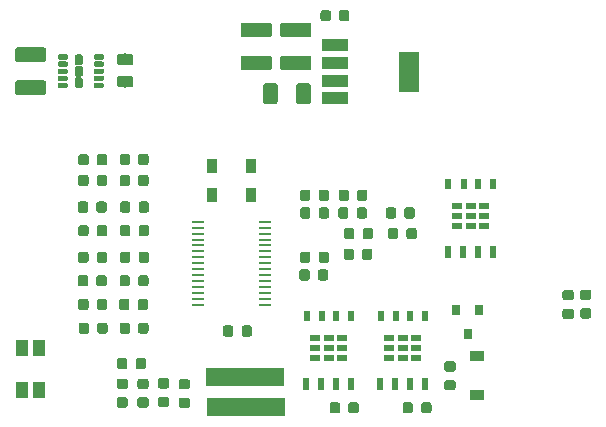
<source format=gtp>
G04 #@! TF.GenerationSoftware,KiCad,Pcbnew,5.1.0-unknown-2bcf38d~82~ubuntu18.04.1*
G04 #@! TF.CreationDate,2019-04-22T09:47:57-06:00*
G04 #@! TF.ProjectId,batteryMonitor,62617474-6572-4794-9d6f-6e69746f722e,rev?*
G04 #@! TF.SameCoordinates,Original*
G04 #@! TF.FileFunction,Paste,Top*
G04 #@! TF.FilePolarity,Positive*
%FSLAX46Y46*%
G04 Gerber Fmt 4.6, Leading zero omitted, Abs format (unit mm)*
G04 Created by KiCad (PCBNEW 5.1.0-unknown-2bcf38d~82~ubuntu18.04.1) date 2019-04-22 09:47:57*
%MOMM*%
%LPD*%
G04 APERTURE LIST*
%ADD10C,0.100000*%
%ADD11C,1.250000*%
%ADD12R,1.050000X1.400000*%
%ADD13C,0.875000*%
%ADD14R,0.900000X1.200000*%
%ADD15R,2.200000X1.000000*%
%ADD16R,1.800000X3.400000*%
%ADD17C,0.450000*%
%ADD18C,0.650000*%
%ADD19C,0.975000*%
%ADD20R,6.600000X1.650000*%
%ADD21R,1.100000X0.285000*%
%ADD22R,0.900000X0.600000*%
%ADD23R,0.600000X0.900000*%
%ADD24R,0.600000X1.050000*%
%ADD25R,0.800000X0.900000*%
%ADD26R,1.200000X0.900000*%
G04 APERTURE END LIST*
D10*
G36*
X100599504Y-62476204D02*
G01*
X100623773Y-62479804D01*
X100647571Y-62485765D01*
X100670671Y-62494030D01*
X100692849Y-62504520D01*
X100713893Y-62517133D01*
X100733598Y-62531747D01*
X100751777Y-62548223D01*
X100768253Y-62566402D01*
X100782867Y-62586107D01*
X100795480Y-62607151D01*
X100805970Y-62629329D01*
X100814235Y-62652429D01*
X100820196Y-62676227D01*
X100823796Y-62700496D01*
X100825000Y-62725000D01*
X100825000Y-63475000D01*
X100823796Y-63499504D01*
X100820196Y-63523773D01*
X100814235Y-63547571D01*
X100805970Y-63570671D01*
X100795480Y-63592849D01*
X100782867Y-63613893D01*
X100768253Y-63633598D01*
X100751777Y-63651777D01*
X100733598Y-63668253D01*
X100713893Y-63682867D01*
X100692849Y-63695480D01*
X100670671Y-63705970D01*
X100647571Y-63714235D01*
X100623773Y-63720196D01*
X100599504Y-63723796D01*
X100575000Y-63725000D01*
X98425000Y-63725000D01*
X98400496Y-63723796D01*
X98376227Y-63720196D01*
X98352429Y-63714235D01*
X98329329Y-63705970D01*
X98307151Y-63695480D01*
X98286107Y-63682867D01*
X98266402Y-63668253D01*
X98248223Y-63651777D01*
X98231747Y-63633598D01*
X98217133Y-63613893D01*
X98204520Y-63592849D01*
X98194030Y-63570671D01*
X98185765Y-63547571D01*
X98179804Y-63523773D01*
X98176204Y-63499504D01*
X98175000Y-63475000D01*
X98175000Y-62725000D01*
X98176204Y-62700496D01*
X98179804Y-62676227D01*
X98185765Y-62652429D01*
X98194030Y-62629329D01*
X98204520Y-62607151D01*
X98217133Y-62586107D01*
X98231747Y-62566402D01*
X98248223Y-62548223D01*
X98266402Y-62531747D01*
X98286107Y-62517133D01*
X98307151Y-62504520D01*
X98329329Y-62494030D01*
X98352429Y-62485765D01*
X98376227Y-62479804D01*
X98400496Y-62476204D01*
X98425000Y-62475000D01*
X100575000Y-62475000D01*
X100599504Y-62476204D01*
X100599504Y-62476204D01*
G37*
D11*
X99500000Y-63100000D03*
D10*
G36*
X100599504Y-65276204D02*
G01*
X100623773Y-65279804D01*
X100647571Y-65285765D01*
X100670671Y-65294030D01*
X100692849Y-65304520D01*
X100713893Y-65317133D01*
X100733598Y-65331747D01*
X100751777Y-65348223D01*
X100768253Y-65366402D01*
X100782867Y-65386107D01*
X100795480Y-65407151D01*
X100805970Y-65429329D01*
X100814235Y-65452429D01*
X100820196Y-65476227D01*
X100823796Y-65500496D01*
X100825000Y-65525000D01*
X100825000Y-66275000D01*
X100823796Y-66299504D01*
X100820196Y-66323773D01*
X100814235Y-66347571D01*
X100805970Y-66370671D01*
X100795480Y-66392849D01*
X100782867Y-66413893D01*
X100768253Y-66433598D01*
X100751777Y-66451777D01*
X100733598Y-66468253D01*
X100713893Y-66482867D01*
X100692849Y-66495480D01*
X100670671Y-66505970D01*
X100647571Y-66514235D01*
X100623773Y-66520196D01*
X100599504Y-66523796D01*
X100575000Y-66525000D01*
X98425000Y-66525000D01*
X98400496Y-66523796D01*
X98376227Y-66520196D01*
X98352429Y-66514235D01*
X98329329Y-66505970D01*
X98307151Y-66495480D01*
X98286107Y-66482867D01*
X98266402Y-66468253D01*
X98248223Y-66451777D01*
X98231747Y-66433598D01*
X98217133Y-66413893D01*
X98204520Y-66392849D01*
X98194030Y-66370671D01*
X98185765Y-66347571D01*
X98179804Y-66323773D01*
X98176204Y-66299504D01*
X98175000Y-66275000D01*
X98175000Y-65525000D01*
X98176204Y-65500496D01*
X98179804Y-65476227D01*
X98185765Y-65452429D01*
X98194030Y-65429329D01*
X98204520Y-65407151D01*
X98217133Y-65386107D01*
X98231747Y-65366402D01*
X98248223Y-65348223D01*
X98266402Y-65331747D01*
X98286107Y-65317133D01*
X98307151Y-65304520D01*
X98329329Y-65294030D01*
X98352429Y-65285765D01*
X98376227Y-65279804D01*
X98400496Y-65276204D01*
X98425000Y-65275000D01*
X100575000Y-65275000D01*
X100599504Y-65276204D01*
X100599504Y-65276204D01*
G37*
D11*
X99500000Y-65900000D03*
D12*
X98750000Y-91500000D03*
X100200000Y-91500000D03*
X98750000Y-87900000D03*
X100200000Y-87900000D03*
D10*
G36*
X118027691Y-86026053D02*
G01*
X118048926Y-86029203D01*
X118069750Y-86034419D01*
X118089962Y-86041651D01*
X118109368Y-86050830D01*
X118127781Y-86061866D01*
X118145024Y-86074654D01*
X118160930Y-86089070D01*
X118175346Y-86104976D01*
X118188134Y-86122219D01*
X118199170Y-86140632D01*
X118208349Y-86160038D01*
X118215581Y-86180250D01*
X118220797Y-86201074D01*
X118223947Y-86222309D01*
X118225000Y-86243750D01*
X118225000Y-86756250D01*
X118223947Y-86777691D01*
X118220797Y-86798926D01*
X118215581Y-86819750D01*
X118208349Y-86839962D01*
X118199170Y-86859368D01*
X118188134Y-86877781D01*
X118175346Y-86895024D01*
X118160930Y-86910930D01*
X118145024Y-86925346D01*
X118127781Y-86938134D01*
X118109368Y-86949170D01*
X118089962Y-86958349D01*
X118069750Y-86965581D01*
X118048926Y-86970797D01*
X118027691Y-86973947D01*
X118006250Y-86975000D01*
X117568750Y-86975000D01*
X117547309Y-86973947D01*
X117526074Y-86970797D01*
X117505250Y-86965581D01*
X117485038Y-86958349D01*
X117465632Y-86949170D01*
X117447219Y-86938134D01*
X117429976Y-86925346D01*
X117414070Y-86910930D01*
X117399654Y-86895024D01*
X117386866Y-86877781D01*
X117375830Y-86859368D01*
X117366651Y-86839962D01*
X117359419Y-86819750D01*
X117354203Y-86798926D01*
X117351053Y-86777691D01*
X117350000Y-86756250D01*
X117350000Y-86243750D01*
X117351053Y-86222309D01*
X117354203Y-86201074D01*
X117359419Y-86180250D01*
X117366651Y-86160038D01*
X117375830Y-86140632D01*
X117386866Y-86122219D01*
X117399654Y-86104976D01*
X117414070Y-86089070D01*
X117429976Y-86074654D01*
X117447219Y-86061866D01*
X117465632Y-86050830D01*
X117485038Y-86041651D01*
X117505250Y-86034419D01*
X117526074Y-86029203D01*
X117547309Y-86026053D01*
X117568750Y-86025000D01*
X118006250Y-86025000D01*
X118027691Y-86026053D01*
X118027691Y-86026053D01*
G37*
D13*
X117787500Y-86500000D03*
D10*
G36*
X116452691Y-86026053D02*
G01*
X116473926Y-86029203D01*
X116494750Y-86034419D01*
X116514962Y-86041651D01*
X116534368Y-86050830D01*
X116552781Y-86061866D01*
X116570024Y-86074654D01*
X116585930Y-86089070D01*
X116600346Y-86104976D01*
X116613134Y-86122219D01*
X116624170Y-86140632D01*
X116633349Y-86160038D01*
X116640581Y-86180250D01*
X116645797Y-86201074D01*
X116648947Y-86222309D01*
X116650000Y-86243750D01*
X116650000Y-86756250D01*
X116648947Y-86777691D01*
X116645797Y-86798926D01*
X116640581Y-86819750D01*
X116633349Y-86839962D01*
X116624170Y-86859368D01*
X116613134Y-86877781D01*
X116600346Y-86895024D01*
X116585930Y-86910930D01*
X116570024Y-86925346D01*
X116552781Y-86938134D01*
X116534368Y-86949170D01*
X116514962Y-86958349D01*
X116494750Y-86965581D01*
X116473926Y-86970797D01*
X116452691Y-86973947D01*
X116431250Y-86975000D01*
X115993750Y-86975000D01*
X115972309Y-86973947D01*
X115951074Y-86970797D01*
X115930250Y-86965581D01*
X115910038Y-86958349D01*
X115890632Y-86949170D01*
X115872219Y-86938134D01*
X115854976Y-86925346D01*
X115839070Y-86910930D01*
X115824654Y-86895024D01*
X115811866Y-86877781D01*
X115800830Y-86859368D01*
X115791651Y-86839962D01*
X115784419Y-86819750D01*
X115779203Y-86798926D01*
X115776053Y-86777691D01*
X115775000Y-86756250D01*
X115775000Y-86243750D01*
X115776053Y-86222309D01*
X115779203Y-86201074D01*
X115784419Y-86180250D01*
X115791651Y-86160038D01*
X115800830Y-86140632D01*
X115811866Y-86122219D01*
X115824654Y-86104976D01*
X115839070Y-86089070D01*
X115854976Y-86074654D01*
X115872219Y-86061866D01*
X115890632Y-86050830D01*
X115910038Y-86041651D01*
X115930250Y-86034419D01*
X115951074Y-86029203D01*
X115972309Y-86026053D01*
X115993750Y-86025000D01*
X116431250Y-86025000D01*
X116452691Y-86026053D01*
X116452691Y-86026053D01*
G37*
D13*
X116212500Y-86500000D03*
D10*
G36*
X124715191Y-59326053D02*
G01*
X124736426Y-59329203D01*
X124757250Y-59334419D01*
X124777462Y-59341651D01*
X124796868Y-59350830D01*
X124815281Y-59361866D01*
X124832524Y-59374654D01*
X124848430Y-59389070D01*
X124862846Y-59404976D01*
X124875634Y-59422219D01*
X124886670Y-59440632D01*
X124895849Y-59460038D01*
X124903081Y-59480250D01*
X124908297Y-59501074D01*
X124911447Y-59522309D01*
X124912500Y-59543750D01*
X124912500Y-60056250D01*
X124911447Y-60077691D01*
X124908297Y-60098926D01*
X124903081Y-60119750D01*
X124895849Y-60139962D01*
X124886670Y-60159368D01*
X124875634Y-60177781D01*
X124862846Y-60195024D01*
X124848430Y-60210930D01*
X124832524Y-60225346D01*
X124815281Y-60238134D01*
X124796868Y-60249170D01*
X124777462Y-60258349D01*
X124757250Y-60265581D01*
X124736426Y-60270797D01*
X124715191Y-60273947D01*
X124693750Y-60275000D01*
X124256250Y-60275000D01*
X124234809Y-60273947D01*
X124213574Y-60270797D01*
X124192750Y-60265581D01*
X124172538Y-60258349D01*
X124153132Y-60249170D01*
X124134719Y-60238134D01*
X124117476Y-60225346D01*
X124101570Y-60210930D01*
X124087154Y-60195024D01*
X124074366Y-60177781D01*
X124063330Y-60159368D01*
X124054151Y-60139962D01*
X124046919Y-60119750D01*
X124041703Y-60098926D01*
X124038553Y-60077691D01*
X124037500Y-60056250D01*
X124037500Y-59543750D01*
X124038553Y-59522309D01*
X124041703Y-59501074D01*
X124046919Y-59480250D01*
X124054151Y-59460038D01*
X124063330Y-59440632D01*
X124074366Y-59422219D01*
X124087154Y-59404976D01*
X124101570Y-59389070D01*
X124117476Y-59374654D01*
X124134719Y-59361866D01*
X124153132Y-59350830D01*
X124172538Y-59341651D01*
X124192750Y-59334419D01*
X124213574Y-59329203D01*
X124234809Y-59326053D01*
X124256250Y-59325000D01*
X124693750Y-59325000D01*
X124715191Y-59326053D01*
X124715191Y-59326053D01*
G37*
D13*
X124475000Y-59800000D03*
D10*
G36*
X126290191Y-59326053D02*
G01*
X126311426Y-59329203D01*
X126332250Y-59334419D01*
X126352462Y-59341651D01*
X126371868Y-59350830D01*
X126390281Y-59361866D01*
X126407524Y-59374654D01*
X126423430Y-59389070D01*
X126437846Y-59404976D01*
X126450634Y-59422219D01*
X126461670Y-59440632D01*
X126470849Y-59460038D01*
X126478081Y-59480250D01*
X126483297Y-59501074D01*
X126486447Y-59522309D01*
X126487500Y-59543750D01*
X126487500Y-60056250D01*
X126486447Y-60077691D01*
X126483297Y-60098926D01*
X126478081Y-60119750D01*
X126470849Y-60139962D01*
X126461670Y-60159368D01*
X126450634Y-60177781D01*
X126437846Y-60195024D01*
X126423430Y-60210930D01*
X126407524Y-60225346D01*
X126390281Y-60238134D01*
X126371868Y-60249170D01*
X126352462Y-60258349D01*
X126332250Y-60265581D01*
X126311426Y-60270797D01*
X126290191Y-60273947D01*
X126268750Y-60275000D01*
X125831250Y-60275000D01*
X125809809Y-60273947D01*
X125788574Y-60270797D01*
X125767750Y-60265581D01*
X125747538Y-60258349D01*
X125728132Y-60249170D01*
X125709719Y-60238134D01*
X125692476Y-60225346D01*
X125676570Y-60210930D01*
X125662154Y-60195024D01*
X125649366Y-60177781D01*
X125638330Y-60159368D01*
X125629151Y-60139962D01*
X125621919Y-60119750D01*
X125616703Y-60098926D01*
X125613553Y-60077691D01*
X125612500Y-60056250D01*
X125612500Y-59543750D01*
X125613553Y-59522309D01*
X125616703Y-59501074D01*
X125621919Y-59480250D01*
X125629151Y-59460038D01*
X125638330Y-59440632D01*
X125649366Y-59422219D01*
X125662154Y-59404976D01*
X125676570Y-59389070D01*
X125692476Y-59374654D01*
X125709719Y-59361866D01*
X125728132Y-59350830D01*
X125747538Y-59341651D01*
X125767750Y-59334419D01*
X125788574Y-59329203D01*
X125809809Y-59326053D01*
X125831250Y-59325000D01*
X126268750Y-59325000D01*
X126290191Y-59326053D01*
X126290191Y-59326053D01*
G37*
D13*
X126050000Y-59800000D03*
D14*
X114850000Y-72500000D03*
X118150000Y-72500000D03*
D10*
G36*
X109277691Y-73276053D02*
G01*
X109298926Y-73279203D01*
X109319750Y-73284419D01*
X109339962Y-73291651D01*
X109359368Y-73300830D01*
X109377781Y-73311866D01*
X109395024Y-73324654D01*
X109410930Y-73339070D01*
X109425346Y-73354976D01*
X109438134Y-73372219D01*
X109449170Y-73390632D01*
X109458349Y-73410038D01*
X109465581Y-73430250D01*
X109470797Y-73451074D01*
X109473947Y-73472309D01*
X109475000Y-73493750D01*
X109475000Y-74006250D01*
X109473947Y-74027691D01*
X109470797Y-74048926D01*
X109465581Y-74069750D01*
X109458349Y-74089962D01*
X109449170Y-74109368D01*
X109438134Y-74127781D01*
X109425346Y-74145024D01*
X109410930Y-74160930D01*
X109395024Y-74175346D01*
X109377781Y-74188134D01*
X109359368Y-74199170D01*
X109339962Y-74208349D01*
X109319750Y-74215581D01*
X109298926Y-74220797D01*
X109277691Y-74223947D01*
X109256250Y-74225000D01*
X108818750Y-74225000D01*
X108797309Y-74223947D01*
X108776074Y-74220797D01*
X108755250Y-74215581D01*
X108735038Y-74208349D01*
X108715632Y-74199170D01*
X108697219Y-74188134D01*
X108679976Y-74175346D01*
X108664070Y-74160930D01*
X108649654Y-74145024D01*
X108636866Y-74127781D01*
X108625830Y-74109368D01*
X108616651Y-74089962D01*
X108609419Y-74069750D01*
X108604203Y-74048926D01*
X108601053Y-74027691D01*
X108600000Y-74006250D01*
X108600000Y-73493750D01*
X108601053Y-73472309D01*
X108604203Y-73451074D01*
X108609419Y-73430250D01*
X108616651Y-73410038D01*
X108625830Y-73390632D01*
X108636866Y-73372219D01*
X108649654Y-73354976D01*
X108664070Y-73339070D01*
X108679976Y-73324654D01*
X108697219Y-73311866D01*
X108715632Y-73300830D01*
X108735038Y-73291651D01*
X108755250Y-73284419D01*
X108776074Y-73279203D01*
X108797309Y-73276053D01*
X108818750Y-73275000D01*
X109256250Y-73275000D01*
X109277691Y-73276053D01*
X109277691Y-73276053D01*
G37*
D13*
X109037500Y-73750000D03*
D10*
G36*
X107702691Y-73276053D02*
G01*
X107723926Y-73279203D01*
X107744750Y-73284419D01*
X107764962Y-73291651D01*
X107784368Y-73300830D01*
X107802781Y-73311866D01*
X107820024Y-73324654D01*
X107835930Y-73339070D01*
X107850346Y-73354976D01*
X107863134Y-73372219D01*
X107874170Y-73390632D01*
X107883349Y-73410038D01*
X107890581Y-73430250D01*
X107895797Y-73451074D01*
X107898947Y-73472309D01*
X107900000Y-73493750D01*
X107900000Y-74006250D01*
X107898947Y-74027691D01*
X107895797Y-74048926D01*
X107890581Y-74069750D01*
X107883349Y-74089962D01*
X107874170Y-74109368D01*
X107863134Y-74127781D01*
X107850346Y-74145024D01*
X107835930Y-74160930D01*
X107820024Y-74175346D01*
X107802781Y-74188134D01*
X107784368Y-74199170D01*
X107764962Y-74208349D01*
X107744750Y-74215581D01*
X107723926Y-74220797D01*
X107702691Y-74223947D01*
X107681250Y-74225000D01*
X107243750Y-74225000D01*
X107222309Y-74223947D01*
X107201074Y-74220797D01*
X107180250Y-74215581D01*
X107160038Y-74208349D01*
X107140632Y-74199170D01*
X107122219Y-74188134D01*
X107104976Y-74175346D01*
X107089070Y-74160930D01*
X107074654Y-74145024D01*
X107061866Y-74127781D01*
X107050830Y-74109368D01*
X107041651Y-74089962D01*
X107034419Y-74069750D01*
X107029203Y-74048926D01*
X107026053Y-74027691D01*
X107025000Y-74006250D01*
X107025000Y-73493750D01*
X107026053Y-73472309D01*
X107029203Y-73451074D01*
X107034419Y-73430250D01*
X107041651Y-73410038D01*
X107050830Y-73390632D01*
X107061866Y-73372219D01*
X107074654Y-73354976D01*
X107089070Y-73339070D01*
X107104976Y-73324654D01*
X107122219Y-73311866D01*
X107140632Y-73300830D01*
X107160038Y-73291651D01*
X107180250Y-73284419D01*
X107201074Y-73279203D01*
X107222309Y-73276053D01*
X107243750Y-73275000D01*
X107681250Y-73275000D01*
X107702691Y-73276053D01*
X107702691Y-73276053D01*
G37*
D13*
X107462500Y-73750000D03*
D15*
X125250000Y-62300000D03*
X125250000Y-65300000D03*
D16*
X131550000Y-64550000D03*
D15*
X125250000Y-63800000D03*
X125250000Y-66800000D03*
D10*
G36*
X120199504Y-65526204D02*
G01*
X120223773Y-65529804D01*
X120247571Y-65535765D01*
X120270671Y-65544030D01*
X120292849Y-65554520D01*
X120313893Y-65567133D01*
X120333598Y-65581747D01*
X120351777Y-65598223D01*
X120368253Y-65616402D01*
X120382867Y-65636107D01*
X120395480Y-65657151D01*
X120405970Y-65679329D01*
X120414235Y-65702429D01*
X120420196Y-65726227D01*
X120423796Y-65750496D01*
X120425000Y-65775000D01*
X120425000Y-67025000D01*
X120423796Y-67049504D01*
X120420196Y-67073773D01*
X120414235Y-67097571D01*
X120405970Y-67120671D01*
X120395480Y-67142849D01*
X120382867Y-67163893D01*
X120368253Y-67183598D01*
X120351777Y-67201777D01*
X120333598Y-67218253D01*
X120313893Y-67232867D01*
X120292849Y-67245480D01*
X120270671Y-67255970D01*
X120247571Y-67264235D01*
X120223773Y-67270196D01*
X120199504Y-67273796D01*
X120175000Y-67275000D01*
X119425000Y-67275000D01*
X119400496Y-67273796D01*
X119376227Y-67270196D01*
X119352429Y-67264235D01*
X119329329Y-67255970D01*
X119307151Y-67245480D01*
X119286107Y-67232867D01*
X119266402Y-67218253D01*
X119248223Y-67201777D01*
X119231747Y-67183598D01*
X119217133Y-67163893D01*
X119204520Y-67142849D01*
X119194030Y-67120671D01*
X119185765Y-67097571D01*
X119179804Y-67073773D01*
X119176204Y-67049504D01*
X119175000Y-67025000D01*
X119175000Y-65775000D01*
X119176204Y-65750496D01*
X119179804Y-65726227D01*
X119185765Y-65702429D01*
X119194030Y-65679329D01*
X119204520Y-65657151D01*
X119217133Y-65636107D01*
X119231747Y-65616402D01*
X119248223Y-65598223D01*
X119266402Y-65581747D01*
X119286107Y-65567133D01*
X119307151Y-65554520D01*
X119329329Y-65544030D01*
X119352429Y-65535765D01*
X119376227Y-65529804D01*
X119400496Y-65526204D01*
X119425000Y-65525000D01*
X120175000Y-65525000D01*
X120199504Y-65526204D01*
X120199504Y-65526204D01*
G37*
D11*
X119800000Y-66400000D03*
D10*
G36*
X122999504Y-65526204D02*
G01*
X123023773Y-65529804D01*
X123047571Y-65535765D01*
X123070671Y-65544030D01*
X123092849Y-65554520D01*
X123113893Y-65567133D01*
X123133598Y-65581747D01*
X123151777Y-65598223D01*
X123168253Y-65616402D01*
X123182867Y-65636107D01*
X123195480Y-65657151D01*
X123205970Y-65679329D01*
X123214235Y-65702429D01*
X123220196Y-65726227D01*
X123223796Y-65750496D01*
X123225000Y-65775000D01*
X123225000Y-67025000D01*
X123223796Y-67049504D01*
X123220196Y-67073773D01*
X123214235Y-67097571D01*
X123205970Y-67120671D01*
X123195480Y-67142849D01*
X123182867Y-67163893D01*
X123168253Y-67183598D01*
X123151777Y-67201777D01*
X123133598Y-67218253D01*
X123113893Y-67232867D01*
X123092849Y-67245480D01*
X123070671Y-67255970D01*
X123047571Y-67264235D01*
X123023773Y-67270196D01*
X122999504Y-67273796D01*
X122975000Y-67275000D01*
X122225000Y-67275000D01*
X122200496Y-67273796D01*
X122176227Y-67270196D01*
X122152429Y-67264235D01*
X122129329Y-67255970D01*
X122107151Y-67245480D01*
X122086107Y-67232867D01*
X122066402Y-67218253D01*
X122048223Y-67201777D01*
X122031747Y-67183598D01*
X122017133Y-67163893D01*
X122004520Y-67142849D01*
X121994030Y-67120671D01*
X121985765Y-67097571D01*
X121979804Y-67073773D01*
X121976204Y-67049504D01*
X121975000Y-67025000D01*
X121975000Y-65775000D01*
X121976204Y-65750496D01*
X121979804Y-65726227D01*
X121985765Y-65702429D01*
X121994030Y-65679329D01*
X122004520Y-65657151D01*
X122017133Y-65636107D01*
X122031747Y-65616402D01*
X122048223Y-65598223D01*
X122066402Y-65581747D01*
X122086107Y-65567133D01*
X122107151Y-65554520D01*
X122129329Y-65544030D01*
X122152429Y-65535765D01*
X122176227Y-65529804D01*
X122200496Y-65526204D01*
X122225000Y-65525000D01*
X122975000Y-65525000D01*
X122999504Y-65526204D01*
X122999504Y-65526204D01*
G37*
D11*
X122600000Y-66400000D03*
D10*
G36*
X119699504Y-60376204D02*
G01*
X119723773Y-60379804D01*
X119747571Y-60385765D01*
X119770671Y-60394030D01*
X119792849Y-60404520D01*
X119813893Y-60417133D01*
X119833598Y-60431747D01*
X119851777Y-60448223D01*
X119868253Y-60466402D01*
X119882867Y-60486107D01*
X119895480Y-60507151D01*
X119905970Y-60529329D01*
X119914235Y-60552429D01*
X119920196Y-60576227D01*
X119923796Y-60600496D01*
X119925000Y-60625000D01*
X119925000Y-61375000D01*
X119923796Y-61399504D01*
X119920196Y-61423773D01*
X119914235Y-61447571D01*
X119905970Y-61470671D01*
X119895480Y-61492849D01*
X119882867Y-61513893D01*
X119868253Y-61533598D01*
X119851777Y-61551777D01*
X119833598Y-61568253D01*
X119813893Y-61582867D01*
X119792849Y-61595480D01*
X119770671Y-61605970D01*
X119747571Y-61614235D01*
X119723773Y-61620196D01*
X119699504Y-61623796D01*
X119675000Y-61625000D01*
X117525000Y-61625000D01*
X117500496Y-61623796D01*
X117476227Y-61620196D01*
X117452429Y-61614235D01*
X117429329Y-61605970D01*
X117407151Y-61595480D01*
X117386107Y-61582867D01*
X117366402Y-61568253D01*
X117348223Y-61551777D01*
X117331747Y-61533598D01*
X117317133Y-61513893D01*
X117304520Y-61492849D01*
X117294030Y-61470671D01*
X117285765Y-61447571D01*
X117279804Y-61423773D01*
X117276204Y-61399504D01*
X117275000Y-61375000D01*
X117275000Y-60625000D01*
X117276204Y-60600496D01*
X117279804Y-60576227D01*
X117285765Y-60552429D01*
X117294030Y-60529329D01*
X117304520Y-60507151D01*
X117317133Y-60486107D01*
X117331747Y-60466402D01*
X117348223Y-60448223D01*
X117366402Y-60431747D01*
X117386107Y-60417133D01*
X117407151Y-60404520D01*
X117429329Y-60394030D01*
X117452429Y-60385765D01*
X117476227Y-60379804D01*
X117500496Y-60376204D01*
X117525000Y-60375000D01*
X119675000Y-60375000D01*
X119699504Y-60376204D01*
X119699504Y-60376204D01*
G37*
D11*
X118600000Y-61000000D03*
D10*
G36*
X119699504Y-63176204D02*
G01*
X119723773Y-63179804D01*
X119747571Y-63185765D01*
X119770671Y-63194030D01*
X119792849Y-63204520D01*
X119813893Y-63217133D01*
X119833598Y-63231747D01*
X119851777Y-63248223D01*
X119868253Y-63266402D01*
X119882867Y-63286107D01*
X119895480Y-63307151D01*
X119905970Y-63329329D01*
X119914235Y-63352429D01*
X119920196Y-63376227D01*
X119923796Y-63400496D01*
X119925000Y-63425000D01*
X119925000Y-64175000D01*
X119923796Y-64199504D01*
X119920196Y-64223773D01*
X119914235Y-64247571D01*
X119905970Y-64270671D01*
X119895480Y-64292849D01*
X119882867Y-64313893D01*
X119868253Y-64333598D01*
X119851777Y-64351777D01*
X119833598Y-64368253D01*
X119813893Y-64382867D01*
X119792849Y-64395480D01*
X119770671Y-64405970D01*
X119747571Y-64414235D01*
X119723773Y-64420196D01*
X119699504Y-64423796D01*
X119675000Y-64425000D01*
X117525000Y-64425000D01*
X117500496Y-64423796D01*
X117476227Y-64420196D01*
X117452429Y-64414235D01*
X117429329Y-64405970D01*
X117407151Y-64395480D01*
X117386107Y-64382867D01*
X117366402Y-64368253D01*
X117348223Y-64351777D01*
X117331747Y-64333598D01*
X117317133Y-64313893D01*
X117304520Y-64292849D01*
X117294030Y-64270671D01*
X117285765Y-64247571D01*
X117279804Y-64223773D01*
X117276204Y-64199504D01*
X117275000Y-64175000D01*
X117275000Y-63425000D01*
X117276204Y-63400496D01*
X117279804Y-63376227D01*
X117285765Y-63352429D01*
X117294030Y-63329329D01*
X117304520Y-63307151D01*
X117317133Y-63286107D01*
X117331747Y-63266402D01*
X117348223Y-63248223D01*
X117366402Y-63231747D01*
X117386107Y-63217133D01*
X117407151Y-63204520D01*
X117429329Y-63194030D01*
X117452429Y-63185765D01*
X117476227Y-63179804D01*
X117500496Y-63176204D01*
X117525000Y-63175000D01*
X119675000Y-63175000D01*
X119699504Y-63176204D01*
X119699504Y-63176204D01*
G37*
D11*
X118600000Y-63800000D03*
D10*
G36*
X123049504Y-60376204D02*
G01*
X123073773Y-60379804D01*
X123097571Y-60385765D01*
X123120671Y-60394030D01*
X123142849Y-60404520D01*
X123163893Y-60417133D01*
X123183598Y-60431747D01*
X123201777Y-60448223D01*
X123218253Y-60466402D01*
X123232867Y-60486107D01*
X123245480Y-60507151D01*
X123255970Y-60529329D01*
X123264235Y-60552429D01*
X123270196Y-60576227D01*
X123273796Y-60600496D01*
X123275000Y-60625000D01*
X123275000Y-61375000D01*
X123273796Y-61399504D01*
X123270196Y-61423773D01*
X123264235Y-61447571D01*
X123255970Y-61470671D01*
X123245480Y-61492849D01*
X123232867Y-61513893D01*
X123218253Y-61533598D01*
X123201777Y-61551777D01*
X123183598Y-61568253D01*
X123163893Y-61582867D01*
X123142849Y-61595480D01*
X123120671Y-61605970D01*
X123097571Y-61614235D01*
X123073773Y-61620196D01*
X123049504Y-61623796D01*
X123025000Y-61625000D01*
X120875000Y-61625000D01*
X120850496Y-61623796D01*
X120826227Y-61620196D01*
X120802429Y-61614235D01*
X120779329Y-61605970D01*
X120757151Y-61595480D01*
X120736107Y-61582867D01*
X120716402Y-61568253D01*
X120698223Y-61551777D01*
X120681747Y-61533598D01*
X120667133Y-61513893D01*
X120654520Y-61492849D01*
X120644030Y-61470671D01*
X120635765Y-61447571D01*
X120629804Y-61423773D01*
X120626204Y-61399504D01*
X120625000Y-61375000D01*
X120625000Y-60625000D01*
X120626204Y-60600496D01*
X120629804Y-60576227D01*
X120635765Y-60552429D01*
X120644030Y-60529329D01*
X120654520Y-60507151D01*
X120667133Y-60486107D01*
X120681747Y-60466402D01*
X120698223Y-60448223D01*
X120716402Y-60431747D01*
X120736107Y-60417133D01*
X120757151Y-60404520D01*
X120779329Y-60394030D01*
X120802429Y-60385765D01*
X120826227Y-60379804D01*
X120850496Y-60376204D01*
X120875000Y-60375000D01*
X123025000Y-60375000D01*
X123049504Y-60376204D01*
X123049504Y-60376204D01*
G37*
D11*
X121950000Y-61000000D03*
D10*
G36*
X123049504Y-63176204D02*
G01*
X123073773Y-63179804D01*
X123097571Y-63185765D01*
X123120671Y-63194030D01*
X123142849Y-63204520D01*
X123163893Y-63217133D01*
X123183598Y-63231747D01*
X123201777Y-63248223D01*
X123218253Y-63266402D01*
X123232867Y-63286107D01*
X123245480Y-63307151D01*
X123255970Y-63329329D01*
X123264235Y-63352429D01*
X123270196Y-63376227D01*
X123273796Y-63400496D01*
X123275000Y-63425000D01*
X123275000Y-64175000D01*
X123273796Y-64199504D01*
X123270196Y-64223773D01*
X123264235Y-64247571D01*
X123255970Y-64270671D01*
X123245480Y-64292849D01*
X123232867Y-64313893D01*
X123218253Y-64333598D01*
X123201777Y-64351777D01*
X123183598Y-64368253D01*
X123163893Y-64382867D01*
X123142849Y-64395480D01*
X123120671Y-64405970D01*
X123097571Y-64414235D01*
X123073773Y-64420196D01*
X123049504Y-64423796D01*
X123025000Y-64425000D01*
X120875000Y-64425000D01*
X120850496Y-64423796D01*
X120826227Y-64420196D01*
X120802429Y-64414235D01*
X120779329Y-64405970D01*
X120757151Y-64395480D01*
X120736107Y-64382867D01*
X120716402Y-64368253D01*
X120698223Y-64351777D01*
X120681747Y-64333598D01*
X120667133Y-64313893D01*
X120654520Y-64292849D01*
X120644030Y-64270671D01*
X120635765Y-64247571D01*
X120629804Y-64223773D01*
X120626204Y-64199504D01*
X120625000Y-64175000D01*
X120625000Y-63425000D01*
X120626204Y-63400496D01*
X120629804Y-63376227D01*
X120635765Y-63352429D01*
X120644030Y-63329329D01*
X120654520Y-63307151D01*
X120667133Y-63286107D01*
X120681747Y-63266402D01*
X120698223Y-63248223D01*
X120716402Y-63231747D01*
X120736107Y-63217133D01*
X120757151Y-63204520D01*
X120779329Y-63194030D01*
X120802429Y-63185765D01*
X120826227Y-63179804D01*
X120850496Y-63176204D01*
X120875000Y-63175000D01*
X123025000Y-63175000D01*
X123049504Y-63176204D01*
X123049504Y-63176204D01*
G37*
D11*
X121950000Y-63800000D03*
D10*
G36*
X105573527Y-63075542D02*
G01*
X105584448Y-63077162D01*
X105595157Y-63079844D01*
X105605552Y-63083564D01*
X105615532Y-63088284D01*
X105625002Y-63093960D01*
X105633869Y-63100536D01*
X105642050Y-63107950D01*
X105649464Y-63116131D01*
X105656040Y-63124998D01*
X105661716Y-63134468D01*
X105666436Y-63144448D01*
X105670156Y-63154843D01*
X105672838Y-63165552D01*
X105674458Y-63176473D01*
X105675000Y-63187500D01*
X105675000Y-63412500D01*
X105674458Y-63423527D01*
X105672838Y-63434448D01*
X105670156Y-63445157D01*
X105666436Y-63455552D01*
X105661716Y-63465532D01*
X105656040Y-63475002D01*
X105649464Y-63483869D01*
X105642050Y-63492050D01*
X105633869Y-63499464D01*
X105625002Y-63506040D01*
X105615532Y-63511716D01*
X105605552Y-63516436D01*
X105595157Y-63520156D01*
X105584448Y-63522838D01*
X105573527Y-63524458D01*
X105562500Y-63525000D01*
X104987500Y-63525000D01*
X104976473Y-63524458D01*
X104965552Y-63522838D01*
X104954843Y-63520156D01*
X104944448Y-63516436D01*
X104934468Y-63511716D01*
X104924998Y-63506040D01*
X104916131Y-63499464D01*
X104907950Y-63492050D01*
X104900536Y-63483869D01*
X104893960Y-63475002D01*
X104888284Y-63465532D01*
X104883564Y-63455552D01*
X104879844Y-63445157D01*
X104877162Y-63434448D01*
X104875542Y-63423527D01*
X104875000Y-63412500D01*
X104875000Y-63187500D01*
X104875542Y-63176473D01*
X104877162Y-63165552D01*
X104879844Y-63154843D01*
X104883564Y-63144448D01*
X104888284Y-63134468D01*
X104893960Y-63124998D01*
X104900536Y-63116131D01*
X104907950Y-63107950D01*
X104916131Y-63100536D01*
X104924998Y-63093960D01*
X104934468Y-63088284D01*
X104944448Y-63083564D01*
X104954843Y-63079844D01*
X104965552Y-63077162D01*
X104976473Y-63075542D01*
X104987500Y-63075000D01*
X105562500Y-63075000D01*
X105573527Y-63075542D01*
X105573527Y-63075542D01*
G37*
D17*
X105275000Y-63300000D03*
D10*
G36*
X105573527Y-63675542D02*
G01*
X105584448Y-63677162D01*
X105595157Y-63679844D01*
X105605552Y-63683564D01*
X105615532Y-63688284D01*
X105625002Y-63693960D01*
X105633869Y-63700536D01*
X105642050Y-63707950D01*
X105649464Y-63716131D01*
X105656040Y-63724998D01*
X105661716Y-63734468D01*
X105666436Y-63744448D01*
X105670156Y-63754843D01*
X105672838Y-63765552D01*
X105674458Y-63776473D01*
X105675000Y-63787500D01*
X105675000Y-64012500D01*
X105674458Y-64023527D01*
X105672838Y-64034448D01*
X105670156Y-64045157D01*
X105666436Y-64055552D01*
X105661716Y-64065532D01*
X105656040Y-64075002D01*
X105649464Y-64083869D01*
X105642050Y-64092050D01*
X105633869Y-64099464D01*
X105625002Y-64106040D01*
X105615532Y-64111716D01*
X105605552Y-64116436D01*
X105595157Y-64120156D01*
X105584448Y-64122838D01*
X105573527Y-64124458D01*
X105562500Y-64125000D01*
X104987500Y-64125000D01*
X104976473Y-64124458D01*
X104965552Y-64122838D01*
X104954843Y-64120156D01*
X104944448Y-64116436D01*
X104934468Y-64111716D01*
X104924998Y-64106040D01*
X104916131Y-64099464D01*
X104907950Y-64092050D01*
X104900536Y-64083869D01*
X104893960Y-64075002D01*
X104888284Y-64065532D01*
X104883564Y-64055552D01*
X104879844Y-64045157D01*
X104877162Y-64034448D01*
X104875542Y-64023527D01*
X104875000Y-64012500D01*
X104875000Y-63787500D01*
X104875542Y-63776473D01*
X104877162Y-63765552D01*
X104879844Y-63754843D01*
X104883564Y-63744448D01*
X104888284Y-63734468D01*
X104893960Y-63724998D01*
X104900536Y-63716131D01*
X104907950Y-63707950D01*
X104916131Y-63700536D01*
X104924998Y-63693960D01*
X104934468Y-63688284D01*
X104944448Y-63683564D01*
X104954843Y-63679844D01*
X104965552Y-63677162D01*
X104976473Y-63675542D01*
X104987500Y-63675000D01*
X105562500Y-63675000D01*
X105573527Y-63675542D01*
X105573527Y-63675542D01*
G37*
D17*
X105275000Y-63900000D03*
D10*
G36*
X105573527Y-64275542D02*
G01*
X105584448Y-64277162D01*
X105595157Y-64279844D01*
X105605552Y-64283564D01*
X105615532Y-64288284D01*
X105625002Y-64293960D01*
X105633869Y-64300536D01*
X105642050Y-64307950D01*
X105649464Y-64316131D01*
X105656040Y-64324998D01*
X105661716Y-64334468D01*
X105666436Y-64344448D01*
X105670156Y-64354843D01*
X105672838Y-64365552D01*
X105674458Y-64376473D01*
X105675000Y-64387500D01*
X105675000Y-64612500D01*
X105674458Y-64623527D01*
X105672838Y-64634448D01*
X105670156Y-64645157D01*
X105666436Y-64655552D01*
X105661716Y-64665532D01*
X105656040Y-64675002D01*
X105649464Y-64683869D01*
X105642050Y-64692050D01*
X105633869Y-64699464D01*
X105625002Y-64706040D01*
X105615532Y-64711716D01*
X105605552Y-64716436D01*
X105595157Y-64720156D01*
X105584448Y-64722838D01*
X105573527Y-64724458D01*
X105562500Y-64725000D01*
X104987500Y-64725000D01*
X104976473Y-64724458D01*
X104965552Y-64722838D01*
X104954843Y-64720156D01*
X104944448Y-64716436D01*
X104934468Y-64711716D01*
X104924998Y-64706040D01*
X104916131Y-64699464D01*
X104907950Y-64692050D01*
X104900536Y-64683869D01*
X104893960Y-64675002D01*
X104888284Y-64665532D01*
X104883564Y-64655552D01*
X104879844Y-64645157D01*
X104877162Y-64634448D01*
X104875542Y-64623527D01*
X104875000Y-64612500D01*
X104875000Y-64387500D01*
X104875542Y-64376473D01*
X104877162Y-64365552D01*
X104879844Y-64354843D01*
X104883564Y-64344448D01*
X104888284Y-64334468D01*
X104893960Y-64324998D01*
X104900536Y-64316131D01*
X104907950Y-64307950D01*
X104916131Y-64300536D01*
X104924998Y-64293960D01*
X104934468Y-64288284D01*
X104944448Y-64283564D01*
X104954843Y-64279844D01*
X104965552Y-64277162D01*
X104976473Y-64275542D01*
X104987500Y-64275000D01*
X105562500Y-64275000D01*
X105573527Y-64275542D01*
X105573527Y-64275542D01*
G37*
D17*
X105275000Y-64500000D03*
D10*
G36*
X105573527Y-64875542D02*
G01*
X105584448Y-64877162D01*
X105595157Y-64879844D01*
X105605552Y-64883564D01*
X105615532Y-64888284D01*
X105625002Y-64893960D01*
X105633869Y-64900536D01*
X105642050Y-64907950D01*
X105649464Y-64916131D01*
X105656040Y-64924998D01*
X105661716Y-64934468D01*
X105666436Y-64944448D01*
X105670156Y-64954843D01*
X105672838Y-64965552D01*
X105674458Y-64976473D01*
X105675000Y-64987500D01*
X105675000Y-65212500D01*
X105674458Y-65223527D01*
X105672838Y-65234448D01*
X105670156Y-65245157D01*
X105666436Y-65255552D01*
X105661716Y-65265532D01*
X105656040Y-65275002D01*
X105649464Y-65283869D01*
X105642050Y-65292050D01*
X105633869Y-65299464D01*
X105625002Y-65306040D01*
X105615532Y-65311716D01*
X105605552Y-65316436D01*
X105595157Y-65320156D01*
X105584448Y-65322838D01*
X105573527Y-65324458D01*
X105562500Y-65325000D01*
X104987500Y-65325000D01*
X104976473Y-65324458D01*
X104965552Y-65322838D01*
X104954843Y-65320156D01*
X104944448Y-65316436D01*
X104934468Y-65311716D01*
X104924998Y-65306040D01*
X104916131Y-65299464D01*
X104907950Y-65292050D01*
X104900536Y-65283869D01*
X104893960Y-65275002D01*
X104888284Y-65265532D01*
X104883564Y-65255552D01*
X104879844Y-65245157D01*
X104877162Y-65234448D01*
X104875542Y-65223527D01*
X104875000Y-65212500D01*
X104875000Y-64987500D01*
X104875542Y-64976473D01*
X104877162Y-64965552D01*
X104879844Y-64954843D01*
X104883564Y-64944448D01*
X104888284Y-64934468D01*
X104893960Y-64924998D01*
X104900536Y-64916131D01*
X104907950Y-64907950D01*
X104916131Y-64900536D01*
X104924998Y-64893960D01*
X104934468Y-64888284D01*
X104944448Y-64883564D01*
X104954843Y-64879844D01*
X104965552Y-64877162D01*
X104976473Y-64875542D01*
X104987500Y-64875000D01*
X105562500Y-64875000D01*
X105573527Y-64875542D01*
X105573527Y-64875542D01*
G37*
D17*
X105275000Y-65100000D03*
D10*
G36*
X105573527Y-65475542D02*
G01*
X105584448Y-65477162D01*
X105595157Y-65479844D01*
X105605552Y-65483564D01*
X105615532Y-65488284D01*
X105625002Y-65493960D01*
X105633869Y-65500536D01*
X105642050Y-65507950D01*
X105649464Y-65516131D01*
X105656040Y-65524998D01*
X105661716Y-65534468D01*
X105666436Y-65544448D01*
X105670156Y-65554843D01*
X105672838Y-65565552D01*
X105674458Y-65576473D01*
X105675000Y-65587500D01*
X105675000Y-65812500D01*
X105674458Y-65823527D01*
X105672838Y-65834448D01*
X105670156Y-65845157D01*
X105666436Y-65855552D01*
X105661716Y-65865532D01*
X105656040Y-65875002D01*
X105649464Y-65883869D01*
X105642050Y-65892050D01*
X105633869Y-65899464D01*
X105625002Y-65906040D01*
X105615532Y-65911716D01*
X105605552Y-65916436D01*
X105595157Y-65920156D01*
X105584448Y-65922838D01*
X105573527Y-65924458D01*
X105562500Y-65925000D01*
X104987500Y-65925000D01*
X104976473Y-65924458D01*
X104965552Y-65922838D01*
X104954843Y-65920156D01*
X104944448Y-65916436D01*
X104934468Y-65911716D01*
X104924998Y-65906040D01*
X104916131Y-65899464D01*
X104907950Y-65892050D01*
X104900536Y-65883869D01*
X104893960Y-65875002D01*
X104888284Y-65865532D01*
X104883564Y-65855552D01*
X104879844Y-65845157D01*
X104877162Y-65834448D01*
X104875542Y-65823527D01*
X104875000Y-65812500D01*
X104875000Y-65587500D01*
X104875542Y-65576473D01*
X104877162Y-65565552D01*
X104879844Y-65554843D01*
X104883564Y-65544448D01*
X104888284Y-65534468D01*
X104893960Y-65524998D01*
X104900536Y-65516131D01*
X104907950Y-65507950D01*
X104916131Y-65500536D01*
X104924998Y-65493960D01*
X104934468Y-65488284D01*
X104944448Y-65483564D01*
X104954843Y-65479844D01*
X104965552Y-65477162D01*
X104976473Y-65475542D01*
X104987500Y-65475000D01*
X105562500Y-65475000D01*
X105573527Y-65475542D01*
X105573527Y-65475542D01*
G37*
D17*
X105275000Y-65700000D03*
D10*
G36*
X102523527Y-65475542D02*
G01*
X102534448Y-65477162D01*
X102545157Y-65479844D01*
X102555552Y-65483564D01*
X102565532Y-65488284D01*
X102575002Y-65493960D01*
X102583869Y-65500536D01*
X102592050Y-65507950D01*
X102599464Y-65516131D01*
X102606040Y-65524998D01*
X102611716Y-65534468D01*
X102616436Y-65544448D01*
X102620156Y-65554843D01*
X102622838Y-65565552D01*
X102624458Y-65576473D01*
X102625000Y-65587500D01*
X102625000Y-65812500D01*
X102624458Y-65823527D01*
X102622838Y-65834448D01*
X102620156Y-65845157D01*
X102616436Y-65855552D01*
X102611716Y-65865532D01*
X102606040Y-65875002D01*
X102599464Y-65883869D01*
X102592050Y-65892050D01*
X102583869Y-65899464D01*
X102575002Y-65906040D01*
X102565532Y-65911716D01*
X102555552Y-65916436D01*
X102545157Y-65920156D01*
X102534448Y-65922838D01*
X102523527Y-65924458D01*
X102512500Y-65925000D01*
X101937500Y-65925000D01*
X101926473Y-65924458D01*
X101915552Y-65922838D01*
X101904843Y-65920156D01*
X101894448Y-65916436D01*
X101884468Y-65911716D01*
X101874998Y-65906040D01*
X101866131Y-65899464D01*
X101857950Y-65892050D01*
X101850536Y-65883869D01*
X101843960Y-65875002D01*
X101838284Y-65865532D01*
X101833564Y-65855552D01*
X101829844Y-65845157D01*
X101827162Y-65834448D01*
X101825542Y-65823527D01*
X101825000Y-65812500D01*
X101825000Y-65587500D01*
X101825542Y-65576473D01*
X101827162Y-65565552D01*
X101829844Y-65554843D01*
X101833564Y-65544448D01*
X101838284Y-65534468D01*
X101843960Y-65524998D01*
X101850536Y-65516131D01*
X101857950Y-65507950D01*
X101866131Y-65500536D01*
X101874998Y-65493960D01*
X101884468Y-65488284D01*
X101894448Y-65483564D01*
X101904843Y-65479844D01*
X101915552Y-65477162D01*
X101926473Y-65475542D01*
X101937500Y-65475000D01*
X102512500Y-65475000D01*
X102523527Y-65475542D01*
X102523527Y-65475542D01*
G37*
D17*
X102225000Y-65700000D03*
D10*
G36*
X102523527Y-64875542D02*
G01*
X102534448Y-64877162D01*
X102545157Y-64879844D01*
X102555552Y-64883564D01*
X102565532Y-64888284D01*
X102575002Y-64893960D01*
X102583869Y-64900536D01*
X102592050Y-64907950D01*
X102599464Y-64916131D01*
X102606040Y-64924998D01*
X102611716Y-64934468D01*
X102616436Y-64944448D01*
X102620156Y-64954843D01*
X102622838Y-64965552D01*
X102624458Y-64976473D01*
X102625000Y-64987500D01*
X102625000Y-65212500D01*
X102624458Y-65223527D01*
X102622838Y-65234448D01*
X102620156Y-65245157D01*
X102616436Y-65255552D01*
X102611716Y-65265532D01*
X102606040Y-65275002D01*
X102599464Y-65283869D01*
X102592050Y-65292050D01*
X102583869Y-65299464D01*
X102575002Y-65306040D01*
X102565532Y-65311716D01*
X102555552Y-65316436D01*
X102545157Y-65320156D01*
X102534448Y-65322838D01*
X102523527Y-65324458D01*
X102512500Y-65325000D01*
X101937500Y-65325000D01*
X101926473Y-65324458D01*
X101915552Y-65322838D01*
X101904843Y-65320156D01*
X101894448Y-65316436D01*
X101884468Y-65311716D01*
X101874998Y-65306040D01*
X101866131Y-65299464D01*
X101857950Y-65292050D01*
X101850536Y-65283869D01*
X101843960Y-65275002D01*
X101838284Y-65265532D01*
X101833564Y-65255552D01*
X101829844Y-65245157D01*
X101827162Y-65234448D01*
X101825542Y-65223527D01*
X101825000Y-65212500D01*
X101825000Y-64987500D01*
X101825542Y-64976473D01*
X101827162Y-64965552D01*
X101829844Y-64954843D01*
X101833564Y-64944448D01*
X101838284Y-64934468D01*
X101843960Y-64924998D01*
X101850536Y-64916131D01*
X101857950Y-64907950D01*
X101866131Y-64900536D01*
X101874998Y-64893960D01*
X101884468Y-64888284D01*
X101894448Y-64883564D01*
X101904843Y-64879844D01*
X101915552Y-64877162D01*
X101926473Y-64875542D01*
X101937500Y-64875000D01*
X102512500Y-64875000D01*
X102523527Y-64875542D01*
X102523527Y-64875542D01*
G37*
D17*
X102225000Y-65100000D03*
D10*
G36*
X102523527Y-64275542D02*
G01*
X102534448Y-64277162D01*
X102545157Y-64279844D01*
X102555552Y-64283564D01*
X102565532Y-64288284D01*
X102575002Y-64293960D01*
X102583869Y-64300536D01*
X102592050Y-64307950D01*
X102599464Y-64316131D01*
X102606040Y-64324998D01*
X102611716Y-64334468D01*
X102616436Y-64344448D01*
X102620156Y-64354843D01*
X102622838Y-64365552D01*
X102624458Y-64376473D01*
X102625000Y-64387500D01*
X102625000Y-64612500D01*
X102624458Y-64623527D01*
X102622838Y-64634448D01*
X102620156Y-64645157D01*
X102616436Y-64655552D01*
X102611716Y-64665532D01*
X102606040Y-64675002D01*
X102599464Y-64683869D01*
X102592050Y-64692050D01*
X102583869Y-64699464D01*
X102575002Y-64706040D01*
X102565532Y-64711716D01*
X102555552Y-64716436D01*
X102545157Y-64720156D01*
X102534448Y-64722838D01*
X102523527Y-64724458D01*
X102512500Y-64725000D01*
X101937500Y-64725000D01*
X101926473Y-64724458D01*
X101915552Y-64722838D01*
X101904843Y-64720156D01*
X101894448Y-64716436D01*
X101884468Y-64711716D01*
X101874998Y-64706040D01*
X101866131Y-64699464D01*
X101857950Y-64692050D01*
X101850536Y-64683869D01*
X101843960Y-64675002D01*
X101838284Y-64665532D01*
X101833564Y-64655552D01*
X101829844Y-64645157D01*
X101827162Y-64634448D01*
X101825542Y-64623527D01*
X101825000Y-64612500D01*
X101825000Y-64387500D01*
X101825542Y-64376473D01*
X101827162Y-64365552D01*
X101829844Y-64354843D01*
X101833564Y-64344448D01*
X101838284Y-64334468D01*
X101843960Y-64324998D01*
X101850536Y-64316131D01*
X101857950Y-64307950D01*
X101866131Y-64300536D01*
X101874998Y-64293960D01*
X101884468Y-64288284D01*
X101894448Y-64283564D01*
X101904843Y-64279844D01*
X101915552Y-64277162D01*
X101926473Y-64275542D01*
X101937500Y-64275000D01*
X102512500Y-64275000D01*
X102523527Y-64275542D01*
X102523527Y-64275542D01*
G37*
D17*
X102225000Y-64500000D03*
D10*
G36*
X102523527Y-63675542D02*
G01*
X102534448Y-63677162D01*
X102545157Y-63679844D01*
X102555552Y-63683564D01*
X102565532Y-63688284D01*
X102575002Y-63693960D01*
X102583869Y-63700536D01*
X102592050Y-63707950D01*
X102599464Y-63716131D01*
X102606040Y-63724998D01*
X102611716Y-63734468D01*
X102616436Y-63744448D01*
X102620156Y-63754843D01*
X102622838Y-63765552D01*
X102624458Y-63776473D01*
X102625000Y-63787500D01*
X102625000Y-64012500D01*
X102624458Y-64023527D01*
X102622838Y-64034448D01*
X102620156Y-64045157D01*
X102616436Y-64055552D01*
X102611716Y-64065532D01*
X102606040Y-64075002D01*
X102599464Y-64083869D01*
X102592050Y-64092050D01*
X102583869Y-64099464D01*
X102575002Y-64106040D01*
X102565532Y-64111716D01*
X102555552Y-64116436D01*
X102545157Y-64120156D01*
X102534448Y-64122838D01*
X102523527Y-64124458D01*
X102512500Y-64125000D01*
X101937500Y-64125000D01*
X101926473Y-64124458D01*
X101915552Y-64122838D01*
X101904843Y-64120156D01*
X101894448Y-64116436D01*
X101884468Y-64111716D01*
X101874998Y-64106040D01*
X101866131Y-64099464D01*
X101857950Y-64092050D01*
X101850536Y-64083869D01*
X101843960Y-64075002D01*
X101838284Y-64065532D01*
X101833564Y-64055552D01*
X101829844Y-64045157D01*
X101827162Y-64034448D01*
X101825542Y-64023527D01*
X101825000Y-64012500D01*
X101825000Y-63787500D01*
X101825542Y-63776473D01*
X101827162Y-63765552D01*
X101829844Y-63754843D01*
X101833564Y-63744448D01*
X101838284Y-63734468D01*
X101843960Y-63724998D01*
X101850536Y-63716131D01*
X101857950Y-63707950D01*
X101866131Y-63700536D01*
X101874998Y-63693960D01*
X101884468Y-63688284D01*
X101894448Y-63683564D01*
X101904843Y-63679844D01*
X101915552Y-63677162D01*
X101926473Y-63675542D01*
X101937500Y-63675000D01*
X102512500Y-63675000D01*
X102523527Y-63675542D01*
X102523527Y-63675542D01*
G37*
D17*
X102225000Y-63900000D03*
D10*
G36*
X102523527Y-63075542D02*
G01*
X102534448Y-63077162D01*
X102545157Y-63079844D01*
X102555552Y-63083564D01*
X102565532Y-63088284D01*
X102575002Y-63093960D01*
X102583869Y-63100536D01*
X102592050Y-63107950D01*
X102599464Y-63116131D01*
X102606040Y-63124998D01*
X102611716Y-63134468D01*
X102616436Y-63144448D01*
X102620156Y-63154843D01*
X102622838Y-63165552D01*
X102624458Y-63176473D01*
X102625000Y-63187500D01*
X102625000Y-63412500D01*
X102624458Y-63423527D01*
X102622838Y-63434448D01*
X102620156Y-63445157D01*
X102616436Y-63455552D01*
X102611716Y-63465532D01*
X102606040Y-63475002D01*
X102599464Y-63483869D01*
X102592050Y-63492050D01*
X102583869Y-63499464D01*
X102575002Y-63506040D01*
X102565532Y-63511716D01*
X102555552Y-63516436D01*
X102545157Y-63520156D01*
X102534448Y-63522838D01*
X102523527Y-63524458D01*
X102512500Y-63525000D01*
X101937500Y-63525000D01*
X101926473Y-63524458D01*
X101915552Y-63522838D01*
X101904843Y-63520156D01*
X101894448Y-63516436D01*
X101884468Y-63511716D01*
X101874998Y-63506040D01*
X101866131Y-63499464D01*
X101857950Y-63492050D01*
X101850536Y-63483869D01*
X101843960Y-63475002D01*
X101838284Y-63465532D01*
X101833564Y-63455552D01*
X101829844Y-63445157D01*
X101827162Y-63434448D01*
X101825542Y-63423527D01*
X101825000Y-63412500D01*
X101825000Y-63187500D01*
X101825542Y-63176473D01*
X101827162Y-63165552D01*
X101829844Y-63154843D01*
X101833564Y-63144448D01*
X101838284Y-63134468D01*
X101843960Y-63124998D01*
X101850536Y-63116131D01*
X101857950Y-63107950D01*
X101866131Y-63100536D01*
X101874998Y-63093960D01*
X101884468Y-63088284D01*
X101894448Y-63083564D01*
X101904843Y-63079844D01*
X101915552Y-63077162D01*
X101926473Y-63075542D01*
X101937500Y-63075000D01*
X102512500Y-63075000D01*
X102523527Y-63075542D01*
X102523527Y-63075542D01*
G37*
D17*
X102225000Y-63300000D03*
D10*
G36*
X103753428Y-65020782D02*
G01*
X103769202Y-65023122D01*
X103784671Y-65026997D01*
X103799686Y-65032370D01*
X103814102Y-65039188D01*
X103827780Y-65047386D01*
X103840589Y-65056886D01*
X103852405Y-65067595D01*
X103863114Y-65079411D01*
X103872614Y-65092220D01*
X103880812Y-65105898D01*
X103887630Y-65120314D01*
X103893003Y-65135329D01*
X103896878Y-65150798D01*
X103899218Y-65166572D01*
X103900000Y-65182500D01*
X103900000Y-65757500D01*
X103899218Y-65773428D01*
X103896878Y-65789202D01*
X103893003Y-65804671D01*
X103887630Y-65819686D01*
X103880812Y-65834102D01*
X103872614Y-65847780D01*
X103863114Y-65860589D01*
X103852405Y-65872405D01*
X103840589Y-65883114D01*
X103827780Y-65892614D01*
X103814102Y-65900812D01*
X103799686Y-65907630D01*
X103784671Y-65913003D01*
X103769202Y-65916878D01*
X103753428Y-65919218D01*
X103737500Y-65920000D01*
X103412500Y-65920000D01*
X103396572Y-65919218D01*
X103380798Y-65916878D01*
X103365329Y-65913003D01*
X103350314Y-65907630D01*
X103335898Y-65900812D01*
X103322220Y-65892614D01*
X103309411Y-65883114D01*
X103297595Y-65872405D01*
X103286886Y-65860589D01*
X103277386Y-65847780D01*
X103269188Y-65834102D01*
X103262370Y-65819686D01*
X103256997Y-65804671D01*
X103253122Y-65789202D01*
X103250782Y-65773428D01*
X103250000Y-65757500D01*
X103250000Y-65182500D01*
X103250782Y-65166572D01*
X103253122Y-65150798D01*
X103256997Y-65135329D01*
X103262370Y-65120314D01*
X103269188Y-65105898D01*
X103277386Y-65092220D01*
X103286886Y-65079411D01*
X103297595Y-65067595D01*
X103309411Y-65056886D01*
X103322220Y-65047386D01*
X103335898Y-65039188D01*
X103350314Y-65032370D01*
X103365329Y-65026997D01*
X103380798Y-65023122D01*
X103396572Y-65020782D01*
X103412500Y-65020000D01*
X103737500Y-65020000D01*
X103753428Y-65020782D01*
X103753428Y-65020782D01*
G37*
D18*
X103575000Y-65470000D03*
D10*
G36*
X103753428Y-64050782D02*
G01*
X103769202Y-64053122D01*
X103784671Y-64056997D01*
X103799686Y-64062370D01*
X103814102Y-64069188D01*
X103827780Y-64077386D01*
X103840589Y-64086886D01*
X103852405Y-64097595D01*
X103863114Y-64109411D01*
X103872614Y-64122220D01*
X103880812Y-64135898D01*
X103887630Y-64150314D01*
X103893003Y-64165329D01*
X103896878Y-64180798D01*
X103899218Y-64196572D01*
X103900000Y-64212500D01*
X103900000Y-64787500D01*
X103899218Y-64803428D01*
X103896878Y-64819202D01*
X103893003Y-64834671D01*
X103887630Y-64849686D01*
X103880812Y-64864102D01*
X103872614Y-64877780D01*
X103863114Y-64890589D01*
X103852405Y-64902405D01*
X103840589Y-64913114D01*
X103827780Y-64922614D01*
X103814102Y-64930812D01*
X103799686Y-64937630D01*
X103784671Y-64943003D01*
X103769202Y-64946878D01*
X103753428Y-64949218D01*
X103737500Y-64950000D01*
X103412500Y-64950000D01*
X103396572Y-64949218D01*
X103380798Y-64946878D01*
X103365329Y-64943003D01*
X103350314Y-64937630D01*
X103335898Y-64930812D01*
X103322220Y-64922614D01*
X103309411Y-64913114D01*
X103297595Y-64902405D01*
X103286886Y-64890589D01*
X103277386Y-64877780D01*
X103269188Y-64864102D01*
X103262370Y-64849686D01*
X103256997Y-64834671D01*
X103253122Y-64819202D01*
X103250782Y-64803428D01*
X103250000Y-64787500D01*
X103250000Y-64212500D01*
X103250782Y-64196572D01*
X103253122Y-64180798D01*
X103256997Y-64165329D01*
X103262370Y-64150314D01*
X103269188Y-64135898D01*
X103277386Y-64122220D01*
X103286886Y-64109411D01*
X103297595Y-64097595D01*
X103309411Y-64086886D01*
X103322220Y-64077386D01*
X103335898Y-64069188D01*
X103350314Y-64062370D01*
X103365329Y-64056997D01*
X103380798Y-64053122D01*
X103396572Y-64050782D01*
X103412500Y-64050000D01*
X103737500Y-64050000D01*
X103753428Y-64050782D01*
X103753428Y-64050782D01*
G37*
D18*
X103575000Y-64500000D03*
D10*
G36*
X103753428Y-63080782D02*
G01*
X103769202Y-63083122D01*
X103784671Y-63086997D01*
X103799686Y-63092370D01*
X103814102Y-63099188D01*
X103827780Y-63107386D01*
X103840589Y-63116886D01*
X103852405Y-63127595D01*
X103863114Y-63139411D01*
X103872614Y-63152220D01*
X103880812Y-63165898D01*
X103887630Y-63180314D01*
X103893003Y-63195329D01*
X103896878Y-63210798D01*
X103899218Y-63226572D01*
X103900000Y-63242500D01*
X103900000Y-63817500D01*
X103899218Y-63833428D01*
X103896878Y-63849202D01*
X103893003Y-63864671D01*
X103887630Y-63879686D01*
X103880812Y-63894102D01*
X103872614Y-63907780D01*
X103863114Y-63920589D01*
X103852405Y-63932405D01*
X103840589Y-63943114D01*
X103827780Y-63952614D01*
X103814102Y-63960812D01*
X103799686Y-63967630D01*
X103784671Y-63973003D01*
X103769202Y-63976878D01*
X103753428Y-63979218D01*
X103737500Y-63980000D01*
X103412500Y-63980000D01*
X103396572Y-63979218D01*
X103380798Y-63976878D01*
X103365329Y-63973003D01*
X103350314Y-63967630D01*
X103335898Y-63960812D01*
X103322220Y-63952614D01*
X103309411Y-63943114D01*
X103297595Y-63932405D01*
X103286886Y-63920589D01*
X103277386Y-63907780D01*
X103269188Y-63894102D01*
X103262370Y-63879686D01*
X103256997Y-63864671D01*
X103253122Y-63849202D01*
X103250782Y-63833428D01*
X103250000Y-63817500D01*
X103250000Y-63242500D01*
X103250782Y-63226572D01*
X103253122Y-63210798D01*
X103256997Y-63195329D01*
X103262370Y-63180314D01*
X103269188Y-63165898D01*
X103277386Y-63152220D01*
X103286886Y-63139411D01*
X103297595Y-63127595D01*
X103309411Y-63116886D01*
X103322220Y-63107386D01*
X103335898Y-63099188D01*
X103350314Y-63092370D01*
X103365329Y-63086997D01*
X103380798Y-63083122D01*
X103396572Y-63080782D01*
X103412500Y-63080000D01*
X103737500Y-63080000D01*
X103753428Y-63080782D01*
X103753428Y-63080782D01*
G37*
D18*
X103575000Y-63530000D03*
D10*
G36*
X107980142Y-63013674D02*
G01*
X108003803Y-63017184D01*
X108027007Y-63022996D01*
X108049529Y-63031054D01*
X108071153Y-63041282D01*
X108091670Y-63053579D01*
X108110883Y-63067829D01*
X108128607Y-63083893D01*
X108144671Y-63101617D01*
X108158921Y-63120830D01*
X108171218Y-63141347D01*
X108181446Y-63162971D01*
X108189504Y-63185493D01*
X108195316Y-63208697D01*
X108198826Y-63232358D01*
X108200000Y-63256250D01*
X108200000Y-63743750D01*
X108198826Y-63767642D01*
X108195316Y-63791303D01*
X108189504Y-63814507D01*
X108181446Y-63837029D01*
X108171218Y-63858653D01*
X108158921Y-63879170D01*
X108144671Y-63898383D01*
X108128607Y-63916107D01*
X108110883Y-63932171D01*
X108091670Y-63946421D01*
X108071153Y-63958718D01*
X108049529Y-63968946D01*
X108027007Y-63977004D01*
X108003803Y-63982816D01*
X107980142Y-63986326D01*
X107956250Y-63987500D01*
X107043750Y-63987500D01*
X107019858Y-63986326D01*
X106996197Y-63982816D01*
X106972993Y-63977004D01*
X106950471Y-63968946D01*
X106928847Y-63958718D01*
X106908330Y-63946421D01*
X106889117Y-63932171D01*
X106871393Y-63916107D01*
X106855329Y-63898383D01*
X106841079Y-63879170D01*
X106828782Y-63858653D01*
X106818554Y-63837029D01*
X106810496Y-63814507D01*
X106804684Y-63791303D01*
X106801174Y-63767642D01*
X106800000Y-63743750D01*
X106800000Y-63256250D01*
X106801174Y-63232358D01*
X106804684Y-63208697D01*
X106810496Y-63185493D01*
X106818554Y-63162971D01*
X106828782Y-63141347D01*
X106841079Y-63120830D01*
X106855329Y-63101617D01*
X106871393Y-63083893D01*
X106889117Y-63067829D01*
X106908330Y-63053579D01*
X106928847Y-63041282D01*
X106950471Y-63031054D01*
X106972993Y-63022996D01*
X106996197Y-63017184D01*
X107019858Y-63013674D01*
X107043750Y-63012500D01*
X107956250Y-63012500D01*
X107980142Y-63013674D01*
X107980142Y-63013674D01*
G37*
D19*
X107500000Y-63500000D03*
D10*
G36*
X107980142Y-64888674D02*
G01*
X108003803Y-64892184D01*
X108027007Y-64897996D01*
X108049529Y-64906054D01*
X108071153Y-64916282D01*
X108091670Y-64928579D01*
X108110883Y-64942829D01*
X108128607Y-64958893D01*
X108144671Y-64976617D01*
X108158921Y-64995830D01*
X108171218Y-65016347D01*
X108181446Y-65037971D01*
X108189504Y-65060493D01*
X108195316Y-65083697D01*
X108198826Y-65107358D01*
X108200000Y-65131250D01*
X108200000Y-65618750D01*
X108198826Y-65642642D01*
X108195316Y-65666303D01*
X108189504Y-65689507D01*
X108181446Y-65712029D01*
X108171218Y-65733653D01*
X108158921Y-65754170D01*
X108144671Y-65773383D01*
X108128607Y-65791107D01*
X108110883Y-65807171D01*
X108091670Y-65821421D01*
X108071153Y-65833718D01*
X108049529Y-65843946D01*
X108027007Y-65852004D01*
X108003803Y-65857816D01*
X107980142Y-65861326D01*
X107956250Y-65862500D01*
X107043750Y-65862500D01*
X107019858Y-65861326D01*
X106996197Y-65857816D01*
X106972993Y-65852004D01*
X106950471Y-65843946D01*
X106928847Y-65833718D01*
X106908330Y-65821421D01*
X106889117Y-65807171D01*
X106871393Y-65791107D01*
X106855329Y-65773383D01*
X106841079Y-65754170D01*
X106828782Y-65733653D01*
X106818554Y-65712029D01*
X106810496Y-65689507D01*
X106804684Y-65666303D01*
X106801174Y-65642642D01*
X106800000Y-65618750D01*
X106800000Y-65131250D01*
X106801174Y-65107358D01*
X106804684Y-65083697D01*
X106810496Y-65060493D01*
X106818554Y-65037971D01*
X106828782Y-65016347D01*
X106841079Y-64995830D01*
X106855329Y-64976617D01*
X106871393Y-64958893D01*
X106889117Y-64942829D01*
X106908330Y-64928579D01*
X106928847Y-64916282D01*
X106950471Y-64906054D01*
X106972993Y-64897996D01*
X106996197Y-64892184D01*
X107019858Y-64888674D01*
X107043750Y-64887500D01*
X107956250Y-64887500D01*
X107980142Y-64888674D01*
X107980142Y-64888674D01*
G37*
D19*
X107500000Y-65375000D03*
D20*
X117650000Y-90383280D03*
X117750000Y-92933280D03*
D21*
X113650000Y-84250000D03*
X113650000Y-83750000D03*
X113650000Y-83250000D03*
X113650000Y-82750000D03*
X113650000Y-82250000D03*
X113650000Y-81750000D03*
X113650000Y-81250000D03*
X113650000Y-80750000D03*
X113650000Y-80250000D03*
X113650000Y-79750000D03*
X113650000Y-79250000D03*
X113650000Y-78750000D03*
X113650000Y-78250000D03*
X113650000Y-77750000D03*
X113650000Y-77250000D03*
X119350000Y-77250000D03*
X119350000Y-77750000D03*
X119350000Y-78250000D03*
X119350000Y-78750000D03*
X119350000Y-79250000D03*
X119350000Y-79750000D03*
X119350000Y-80250000D03*
X119350000Y-80750000D03*
X119350000Y-81250000D03*
X119350000Y-81750000D03*
X119350000Y-82250000D03*
X119350000Y-82750000D03*
X119350000Y-83250000D03*
X119350000Y-83750000D03*
X119350000Y-84250000D03*
D10*
G36*
X133240191Y-92526053D02*
G01*
X133261426Y-92529203D01*
X133282250Y-92534419D01*
X133302462Y-92541651D01*
X133321868Y-92550830D01*
X133340281Y-92561866D01*
X133357524Y-92574654D01*
X133373430Y-92589070D01*
X133387846Y-92604976D01*
X133400634Y-92622219D01*
X133411670Y-92640632D01*
X133420849Y-92660038D01*
X133428081Y-92680250D01*
X133433297Y-92701074D01*
X133436447Y-92722309D01*
X133437500Y-92743750D01*
X133437500Y-93256250D01*
X133436447Y-93277691D01*
X133433297Y-93298926D01*
X133428081Y-93319750D01*
X133420849Y-93339962D01*
X133411670Y-93359368D01*
X133400634Y-93377781D01*
X133387846Y-93395024D01*
X133373430Y-93410930D01*
X133357524Y-93425346D01*
X133340281Y-93438134D01*
X133321868Y-93449170D01*
X133302462Y-93458349D01*
X133282250Y-93465581D01*
X133261426Y-93470797D01*
X133240191Y-93473947D01*
X133218750Y-93475000D01*
X132781250Y-93475000D01*
X132759809Y-93473947D01*
X132738574Y-93470797D01*
X132717750Y-93465581D01*
X132697538Y-93458349D01*
X132678132Y-93449170D01*
X132659719Y-93438134D01*
X132642476Y-93425346D01*
X132626570Y-93410930D01*
X132612154Y-93395024D01*
X132599366Y-93377781D01*
X132588330Y-93359368D01*
X132579151Y-93339962D01*
X132571919Y-93319750D01*
X132566703Y-93298926D01*
X132563553Y-93277691D01*
X132562500Y-93256250D01*
X132562500Y-92743750D01*
X132563553Y-92722309D01*
X132566703Y-92701074D01*
X132571919Y-92680250D01*
X132579151Y-92660038D01*
X132588330Y-92640632D01*
X132599366Y-92622219D01*
X132612154Y-92604976D01*
X132626570Y-92589070D01*
X132642476Y-92574654D01*
X132659719Y-92561866D01*
X132678132Y-92550830D01*
X132697538Y-92541651D01*
X132717750Y-92534419D01*
X132738574Y-92529203D01*
X132759809Y-92526053D01*
X132781250Y-92525000D01*
X133218750Y-92525000D01*
X133240191Y-92526053D01*
X133240191Y-92526053D01*
G37*
D13*
X133000000Y-93000000D03*
D10*
G36*
X131665191Y-92526053D02*
G01*
X131686426Y-92529203D01*
X131707250Y-92534419D01*
X131727462Y-92541651D01*
X131746868Y-92550830D01*
X131765281Y-92561866D01*
X131782524Y-92574654D01*
X131798430Y-92589070D01*
X131812846Y-92604976D01*
X131825634Y-92622219D01*
X131836670Y-92640632D01*
X131845849Y-92660038D01*
X131853081Y-92680250D01*
X131858297Y-92701074D01*
X131861447Y-92722309D01*
X131862500Y-92743750D01*
X131862500Y-93256250D01*
X131861447Y-93277691D01*
X131858297Y-93298926D01*
X131853081Y-93319750D01*
X131845849Y-93339962D01*
X131836670Y-93359368D01*
X131825634Y-93377781D01*
X131812846Y-93395024D01*
X131798430Y-93410930D01*
X131782524Y-93425346D01*
X131765281Y-93438134D01*
X131746868Y-93449170D01*
X131727462Y-93458349D01*
X131707250Y-93465581D01*
X131686426Y-93470797D01*
X131665191Y-93473947D01*
X131643750Y-93475000D01*
X131206250Y-93475000D01*
X131184809Y-93473947D01*
X131163574Y-93470797D01*
X131142750Y-93465581D01*
X131122538Y-93458349D01*
X131103132Y-93449170D01*
X131084719Y-93438134D01*
X131067476Y-93425346D01*
X131051570Y-93410930D01*
X131037154Y-93395024D01*
X131024366Y-93377781D01*
X131013330Y-93359368D01*
X131004151Y-93339962D01*
X130996919Y-93319750D01*
X130991703Y-93298926D01*
X130988553Y-93277691D01*
X130987500Y-93256250D01*
X130987500Y-92743750D01*
X130988553Y-92722309D01*
X130991703Y-92701074D01*
X130996919Y-92680250D01*
X131004151Y-92660038D01*
X131013330Y-92640632D01*
X131024366Y-92622219D01*
X131037154Y-92604976D01*
X131051570Y-92589070D01*
X131067476Y-92574654D01*
X131084719Y-92561866D01*
X131103132Y-92550830D01*
X131122538Y-92541651D01*
X131142750Y-92534419D01*
X131163574Y-92529203D01*
X131184809Y-92526053D01*
X131206250Y-92525000D01*
X131643750Y-92525000D01*
X131665191Y-92526053D01*
X131665191Y-92526053D01*
G37*
D13*
X131425000Y-93000000D03*
D10*
G36*
X126702691Y-77776053D02*
G01*
X126723926Y-77779203D01*
X126744750Y-77784419D01*
X126764962Y-77791651D01*
X126784368Y-77800830D01*
X126802781Y-77811866D01*
X126820024Y-77824654D01*
X126835930Y-77839070D01*
X126850346Y-77854976D01*
X126863134Y-77872219D01*
X126874170Y-77890632D01*
X126883349Y-77910038D01*
X126890581Y-77930250D01*
X126895797Y-77951074D01*
X126898947Y-77972309D01*
X126900000Y-77993750D01*
X126900000Y-78506250D01*
X126898947Y-78527691D01*
X126895797Y-78548926D01*
X126890581Y-78569750D01*
X126883349Y-78589962D01*
X126874170Y-78609368D01*
X126863134Y-78627781D01*
X126850346Y-78645024D01*
X126835930Y-78660930D01*
X126820024Y-78675346D01*
X126802781Y-78688134D01*
X126784368Y-78699170D01*
X126764962Y-78708349D01*
X126744750Y-78715581D01*
X126723926Y-78720797D01*
X126702691Y-78723947D01*
X126681250Y-78725000D01*
X126243750Y-78725000D01*
X126222309Y-78723947D01*
X126201074Y-78720797D01*
X126180250Y-78715581D01*
X126160038Y-78708349D01*
X126140632Y-78699170D01*
X126122219Y-78688134D01*
X126104976Y-78675346D01*
X126089070Y-78660930D01*
X126074654Y-78645024D01*
X126061866Y-78627781D01*
X126050830Y-78609368D01*
X126041651Y-78589962D01*
X126034419Y-78569750D01*
X126029203Y-78548926D01*
X126026053Y-78527691D01*
X126025000Y-78506250D01*
X126025000Y-77993750D01*
X126026053Y-77972309D01*
X126029203Y-77951074D01*
X126034419Y-77930250D01*
X126041651Y-77910038D01*
X126050830Y-77890632D01*
X126061866Y-77872219D01*
X126074654Y-77854976D01*
X126089070Y-77839070D01*
X126104976Y-77824654D01*
X126122219Y-77811866D01*
X126140632Y-77800830D01*
X126160038Y-77791651D01*
X126180250Y-77784419D01*
X126201074Y-77779203D01*
X126222309Y-77776053D01*
X126243750Y-77775000D01*
X126681250Y-77775000D01*
X126702691Y-77776053D01*
X126702691Y-77776053D01*
G37*
D13*
X126462500Y-78250000D03*
D10*
G36*
X128277691Y-77776053D02*
G01*
X128298926Y-77779203D01*
X128319750Y-77784419D01*
X128339962Y-77791651D01*
X128359368Y-77800830D01*
X128377781Y-77811866D01*
X128395024Y-77824654D01*
X128410930Y-77839070D01*
X128425346Y-77854976D01*
X128438134Y-77872219D01*
X128449170Y-77890632D01*
X128458349Y-77910038D01*
X128465581Y-77930250D01*
X128470797Y-77951074D01*
X128473947Y-77972309D01*
X128475000Y-77993750D01*
X128475000Y-78506250D01*
X128473947Y-78527691D01*
X128470797Y-78548926D01*
X128465581Y-78569750D01*
X128458349Y-78589962D01*
X128449170Y-78609368D01*
X128438134Y-78627781D01*
X128425346Y-78645024D01*
X128410930Y-78660930D01*
X128395024Y-78675346D01*
X128377781Y-78688134D01*
X128359368Y-78699170D01*
X128339962Y-78708349D01*
X128319750Y-78715581D01*
X128298926Y-78720797D01*
X128277691Y-78723947D01*
X128256250Y-78725000D01*
X127818750Y-78725000D01*
X127797309Y-78723947D01*
X127776074Y-78720797D01*
X127755250Y-78715581D01*
X127735038Y-78708349D01*
X127715632Y-78699170D01*
X127697219Y-78688134D01*
X127679976Y-78675346D01*
X127664070Y-78660930D01*
X127649654Y-78645024D01*
X127636866Y-78627781D01*
X127625830Y-78609368D01*
X127616651Y-78589962D01*
X127609419Y-78569750D01*
X127604203Y-78548926D01*
X127601053Y-78527691D01*
X127600000Y-78506250D01*
X127600000Y-77993750D01*
X127601053Y-77972309D01*
X127604203Y-77951074D01*
X127609419Y-77930250D01*
X127616651Y-77910038D01*
X127625830Y-77890632D01*
X127636866Y-77872219D01*
X127649654Y-77854976D01*
X127664070Y-77839070D01*
X127679976Y-77824654D01*
X127697219Y-77811866D01*
X127715632Y-77800830D01*
X127735038Y-77791651D01*
X127755250Y-77784419D01*
X127776074Y-77779203D01*
X127797309Y-77776053D01*
X127818750Y-77775000D01*
X128256250Y-77775000D01*
X128277691Y-77776053D01*
X128277691Y-77776053D01*
G37*
D13*
X128037500Y-78250000D03*
D10*
G36*
X127815191Y-74526053D02*
G01*
X127836426Y-74529203D01*
X127857250Y-74534419D01*
X127877462Y-74541651D01*
X127896868Y-74550830D01*
X127915281Y-74561866D01*
X127932524Y-74574654D01*
X127948430Y-74589070D01*
X127962846Y-74604976D01*
X127975634Y-74622219D01*
X127986670Y-74640632D01*
X127995849Y-74660038D01*
X128003081Y-74680250D01*
X128008297Y-74701074D01*
X128011447Y-74722309D01*
X128012500Y-74743750D01*
X128012500Y-75256250D01*
X128011447Y-75277691D01*
X128008297Y-75298926D01*
X128003081Y-75319750D01*
X127995849Y-75339962D01*
X127986670Y-75359368D01*
X127975634Y-75377781D01*
X127962846Y-75395024D01*
X127948430Y-75410930D01*
X127932524Y-75425346D01*
X127915281Y-75438134D01*
X127896868Y-75449170D01*
X127877462Y-75458349D01*
X127857250Y-75465581D01*
X127836426Y-75470797D01*
X127815191Y-75473947D01*
X127793750Y-75475000D01*
X127356250Y-75475000D01*
X127334809Y-75473947D01*
X127313574Y-75470797D01*
X127292750Y-75465581D01*
X127272538Y-75458349D01*
X127253132Y-75449170D01*
X127234719Y-75438134D01*
X127217476Y-75425346D01*
X127201570Y-75410930D01*
X127187154Y-75395024D01*
X127174366Y-75377781D01*
X127163330Y-75359368D01*
X127154151Y-75339962D01*
X127146919Y-75319750D01*
X127141703Y-75298926D01*
X127138553Y-75277691D01*
X127137500Y-75256250D01*
X127137500Y-74743750D01*
X127138553Y-74722309D01*
X127141703Y-74701074D01*
X127146919Y-74680250D01*
X127154151Y-74660038D01*
X127163330Y-74640632D01*
X127174366Y-74622219D01*
X127187154Y-74604976D01*
X127201570Y-74589070D01*
X127217476Y-74574654D01*
X127234719Y-74561866D01*
X127253132Y-74550830D01*
X127272538Y-74541651D01*
X127292750Y-74534419D01*
X127313574Y-74529203D01*
X127334809Y-74526053D01*
X127356250Y-74525000D01*
X127793750Y-74525000D01*
X127815191Y-74526053D01*
X127815191Y-74526053D01*
G37*
D13*
X127575000Y-75000000D03*
D10*
G36*
X126240191Y-74526053D02*
G01*
X126261426Y-74529203D01*
X126282250Y-74534419D01*
X126302462Y-74541651D01*
X126321868Y-74550830D01*
X126340281Y-74561866D01*
X126357524Y-74574654D01*
X126373430Y-74589070D01*
X126387846Y-74604976D01*
X126400634Y-74622219D01*
X126411670Y-74640632D01*
X126420849Y-74660038D01*
X126428081Y-74680250D01*
X126433297Y-74701074D01*
X126436447Y-74722309D01*
X126437500Y-74743750D01*
X126437500Y-75256250D01*
X126436447Y-75277691D01*
X126433297Y-75298926D01*
X126428081Y-75319750D01*
X126420849Y-75339962D01*
X126411670Y-75359368D01*
X126400634Y-75377781D01*
X126387846Y-75395024D01*
X126373430Y-75410930D01*
X126357524Y-75425346D01*
X126340281Y-75438134D01*
X126321868Y-75449170D01*
X126302462Y-75458349D01*
X126282250Y-75465581D01*
X126261426Y-75470797D01*
X126240191Y-75473947D01*
X126218750Y-75475000D01*
X125781250Y-75475000D01*
X125759809Y-75473947D01*
X125738574Y-75470797D01*
X125717750Y-75465581D01*
X125697538Y-75458349D01*
X125678132Y-75449170D01*
X125659719Y-75438134D01*
X125642476Y-75425346D01*
X125626570Y-75410930D01*
X125612154Y-75395024D01*
X125599366Y-75377781D01*
X125588330Y-75359368D01*
X125579151Y-75339962D01*
X125571919Y-75319750D01*
X125566703Y-75298926D01*
X125563553Y-75277691D01*
X125562500Y-75256250D01*
X125562500Y-74743750D01*
X125563553Y-74722309D01*
X125566703Y-74701074D01*
X125571919Y-74680250D01*
X125579151Y-74660038D01*
X125588330Y-74640632D01*
X125599366Y-74622219D01*
X125612154Y-74604976D01*
X125626570Y-74589070D01*
X125642476Y-74574654D01*
X125659719Y-74561866D01*
X125678132Y-74550830D01*
X125697538Y-74541651D01*
X125717750Y-74534419D01*
X125738574Y-74529203D01*
X125759809Y-74526053D01*
X125781250Y-74525000D01*
X126218750Y-74525000D01*
X126240191Y-74526053D01*
X126240191Y-74526053D01*
G37*
D13*
X126000000Y-75000000D03*
D10*
G36*
X135277691Y-89063553D02*
G01*
X135298926Y-89066703D01*
X135319750Y-89071919D01*
X135339962Y-89079151D01*
X135359368Y-89088330D01*
X135377781Y-89099366D01*
X135395024Y-89112154D01*
X135410930Y-89126570D01*
X135425346Y-89142476D01*
X135438134Y-89159719D01*
X135449170Y-89178132D01*
X135458349Y-89197538D01*
X135465581Y-89217750D01*
X135470797Y-89238574D01*
X135473947Y-89259809D01*
X135475000Y-89281250D01*
X135475000Y-89718750D01*
X135473947Y-89740191D01*
X135470797Y-89761426D01*
X135465581Y-89782250D01*
X135458349Y-89802462D01*
X135449170Y-89821868D01*
X135438134Y-89840281D01*
X135425346Y-89857524D01*
X135410930Y-89873430D01*
X135395024Y-89887846D01*
X135377781Y-89900634D01*
X135359368Y-89911670D01*
X135339962Y-89920849D01*
X135319750Y-89928081D01*
X135298926Y-89933297D01*
X135277691Y-89936447D01*
X135256250Y-89937500D01*
X134743750Y-89937500D01*
X134722309Y-89936447D01*
X134701074Y-89933297D01*
X134680250Y-89928081D01*
X134660038Y-89920849D01*
X134640632Y-89911670D01*
X134622219Y-89900634D01*
X134604976Y-89887846D01*
X134589070Y-89873430D01*
X134574654Y-89857524D01*
X134561866Y-89840281D01*
X134550830Y-89821868D01*
X134541651Y-89802462D01*
X134534419Y-89782250D01*
X134529203Y-89761426D01*
X134526053Y-89740191D01*
X134525000Y-89718750D01*
X134525000Y-89281250D01*
X134526053Y-89259809D01*
X134529203Y-89238574D01*
X134534419Y-89217750D01*
X134541651Y-89197538D01*
X134550830Y-89178132D01*
X134561866Y-89159719D01*
X134574654Y-89142476D01*
X134589070Y-89126570D01*
X134604976Y-89112154D01*
X134622219Y-89099366D01*
X134640632Y-89088330D01*
X134660038Y-89079151D01*
X134680250Y-89071919D01*
X134701074Y-89066703D01*
X134722309Y-89063553D01*
X134743750Y-89062500D01*
X135256250Y-89062500D01*
X135277691Y-89063553D01*
X135277691Y-89063553D01*
G37*
D13*
X135000000Y-89500000D03*
D10*
G36*
X135277691Y-90638553D02*
G01*
X135298926Y-90641703D01*
X135319750Y-90646919D01*
X135339962Y-90654151D01*
X135359368Y-90663330D01*
X135377781Y-90674366D01*
X135395024Y-90687154D01*
X135410930Y-90701570D01*
X135425346Y-90717476D01*
X135438134Y-90734719D01*
X135449170Y-90753132D01*
X135458349Y-90772538D01*
X135465581Y-90792750D01*
X135470797Y-90813574D01*
X135473947Y-90834809D01*
X135475000Y-90856250D01*
X135475000Y-91293750D01*
X135473947Y-91315191D01*
X135470797Y-91336426D01*
X135465581Y-91357250D01*
X135458349Y-91377462D01*
X135449170Y-91396868D01*
X135438134Y-91415281D01*
X135425346Y-91432524D01*
X135410930Y-91448430D01*
X135395024Y-91462846D01*
X135377781Y-91475634D01*
X135359368Y-91486670D01*
X135339962Y-91495849D01*
X135319750Y-91503081D01*
X135298926Y-91508297D01*
X135277691Y-91511447D01*
X135256250Y-91512500D01*
X134743750Y-91512500D01*
X134722309Y-91511447D01*
X134701074Y-91508297D01*
X134680250Y-91503081D01*
X134660038Y-91495849D01*
X134640632Y-91486670D01*
X134622219Y-91475634D01*
X134604976Y-91462846D01*
X134589070Y-91448430D01*
X134574654Y-91432524D01*
X134561866Y-91415281D01*
X134550830Y-91396868D01*
X134541651Y-91377462D01*
X134534419Y-91357250D01*
X134529203Y-91336426D01*
X134526053Y-91315191D01*
X134525000Y-91293750D01*
X134525000Y-90856250D01*
X134526053Y-90834809D01*
X134529203Y-90813574D01*
X134534419Y-90792750D01*
X134541651Y-90772538D01*
X134550830Y-90753132D01*
X134561866Y-90734719D01*
X134574654Y-90717476D01*
X134589070Y-90701570D01*
X134604976Y-90687154D01*
X134622219Y-90674366D01*
X134640632Y-90663330D01*
X134660038Y-90654151D01*
X134680250Y-90646919D01*
X134701074Y-90641703D01*
X134722309Y-90638553D01*
X134743750Y-90637500D01*
X135256250Y-90637500D01*
X135277691Y-90638553D01*
X135277691Y-90638553D01*
G37*
D13*
X135000000Y-91075000D03*
D10*
G36*
X122915191Y-81276053D02*
G01*
X122936426Y-81279203D01*
X122957250Y-81284419D01*
X122977462Y-81291651D01*
X122996868Y-81300830D01*
X123015281Y-81311866D01*
X123032524Y-81324654D01*
X123048430Y-81339070D01*
X123062846Y-81354976D01*
X123075634Y-81372219D01*
X123086670Y-81390632D01*
X123095849Y-81410038D01*
X123103081Y-81430250D01*
X123108297Y-81451074D01*
X123111447Y-81472309D01*
X123112500Y-81493750D01*
X123112500Y-82006250D01*
X123111447Y-82027691D01*
X123108297Y-82048926D01*
X123103081Y-82069750D01*
X123095849Y-82089962D01*
X123086670Y-82109368D01*
X123075634Y-82127781D01*
X123062846Y-82145024D01*
X123048430Y-82160930D01*
X123032524Y-82175346D01*
X123015281Y-82188134D01*
X122996868Y-82199170D01*
X122977462Y-82208349D01*
X122957250Y-82215581D01*
X122936426Y-82220797D01*
X122915191Y-82223947D01*
X122893750Y-82225000D01*
X122456250Y-82225000D01*
X122434809Y-82223947D01*
X122413574Y-82220797D01*
X122392750Y-82215581D01*
X122372538Y-82208349D01*
X122353132Y-82199170D01*
X122334719Y-82188134D01*
X122317476Y-82175346D01*
X122301570Y-82160930D01*
X122287154Y-82145024D01*
X122274366Y-82127781D01*
X122263330Y-82109368D01*
X122254151Y-82089962D01*
X122246919Y-82069750D01*
X122241703Y-82048926D01*
X122238553Y-82027691D01*
X122237500Y-82006250D01*
X122237500Y-81493750D01*
X122238553Y-81472309D01*
X122241703Y-81451074D01*
X122246919Y-81430250D01*
X122254151Y-81410038D01*
X122263330Y-81390632D01*
X122274366Y-81372219D01*
X122287154Y-81354976D01*
X122301570Y-81339070D01*
X122317476Y-81324654D01*
X122334719Y-81311866D01*
X122353132Y-81300830D01*
X122372538Y-81291651D01*
X122392750Y-81284419D01*
X122413574Y-81279203D01*
X122434809Y-81276053D01*
X122456250Y-81275000D01*
X122893750Y-81275000D01*
X122915191Y-81276053D01*
X122915191Y-81276053D01*
G37*
D13*
X122675000Y-81750000D03*
D10*
G36*
X124490191Y-81276053D02*
G01*
X124511426Y-81279203D01*
X124532250Y-81284419D01*
X124552462Y-81291651D01*
X124571868Y-81300830D01*
X124590281Y-81311866D01*
X124607524Y-81324654D01*
X124623430Y-81339070D01*
X124637846Y-81354976D01*
X124650634Y-81372219D01*
X124661670Y-81390632D01*
X124670849Y-81410038D01*
X124678081Y-81430250D01*
X124683297Y-81451074D01*
X124686447Y-81472309D01*
X124687500Y-81493750D01*
X124687500Y-82006250D01*
X124686447Y-82027691D01*
X124683297Y-82048926D01*
X124678081Y-82069750D01*
X124670849Y-82089962D01*
X124661670Y-82109368D01*
X124650634Y-82127781D01*
X124637846Y-82145024D01*
X124623430Y-82160930D01*
X124607524Y-82175346D01*
X124590281Y-82188134D01*
X124571868Y-82199170D01*
X124552462Y-82208349D01*
X124532250Y-82215581D01*
X124511426Y-82220797D01*
X124490191Y-82223947D01*
X124468750Y-82225000D01*
X124031250Y-82225000D01*
X124009809Y-82223947D01*
X123988574Y-82220797D01*
X123967750Y-82215581D01*
X123947538Y-82208349D01*
X123928132Y-82199170D01*
X123909719Y-82188134D01*
X123892476Y-82175346D01*
X123876570Y-82160930D01*
X123862154Y-82145024D01*
X123849366Y-82127781D01*
X123838330Y-82109368D01*
X123829151Y-82089962D01*
X123821919Y-82069750D01*
X123816703Y-82048926D01*
X123813553Y-82027691D01*
X123812500Y-82006250D01*
X123812500Y-81493750D01*
X123813553Y-81472309D01*
X123816703Y-81451074D01*
X123821919Y-81430250D01*
X123829151Y-81410038D01*
X123838330Y-81390632D01*
X123849366Y-81372219D01*
X123862154Y-81354976D01*
X123876570Y-81339070D01*
X123892476Y-81324654D01*
X123909719Y-81311866D01*
X123928132Y-81300830D01*
X123947538Y-81291651D01*
X123967750Y-81284419D01*
X123988574Y-81279203D01*
X124009809Y-81276053D01*
X124031250Y-81275000D01*
X124468750Y-81275000D01*
X124490191Y-81276053D01*
X124490191Y-81276053D01*
G37*
D13*
X124250000Y-81750000D03*
D10*
G36*
X122990191Y-76026053D02*
G01*
X123011426Y-76029203D01*
X123032250Y-76034419D01*
X123052462Y-76041651D01*
X123071868Y-76050830D01*
X123090281Y-76061866D01*
X123107524Y-76074654D01*
X123123430Y-76089070D01*
X123137846Y-76104976D01*
X123150634Y-76122219D01*
X123161670Y-76140632D01*
X123170849Y-76160038D01*
X123178081Y-76180250D01*
X123183297Y-76201074D01*
X123186447Y-76222309D01*
X123187500Y-76243750D01*
X123187500Y-76756250D01*
X123186447Y-76777691D01*
X123183297Y-76798926D01*
X123178081Y-76819750D01*
X123170849Y-76839962D01*
X123161670Y-76859368D01*
X123150634Y-76877781D01*
X123137846Y-76895024D01*
X123123430Y-76910930D01*
X123107524Y-76925346D01*
X123090281Y-76938134D01*
X123071868Y-76949170D01*
X123052462Y-76958349D01*
X123032250Y-76965581D01*
X123011426Y-76970797D01*
X122990191Y-76973947D01*
X122968750Y-76975000D01*
X122531250Y-76975000D01*
X122509809Y-76973947D01*
X122488574Y-76970797D01*
X122467750Y-76965581D01*
X122447538Y-76958349D01*
X122428132Y-76949170D01*
X122409719Y-76938134D01*
X122392476Y-76925346D01*
X122376570Y-76910930D01*
X122362154Y-76895024D01*
X122349366Y-76877781D01*
X122338330Y-76859368D01*
X122329151Y-76839962D01*
X122321919Y-76819750D01*
X122316703Y-76798926D01*
X122313553Y-76777691D01*
X122312500Y-76756250D01*
X122312500Y-76243750D01*
X122313553Y-76222309D01*
X122316703Y-76201074D01*
X122321919Y-76180250D01*
X122329151Y-76160038D01*
X122338330Y-76140632D01*
X122349366Y-76122219D01*
X122362154Y-76104976D01*
X122376570Y-76089070D01*
X122392476Y-76074654D01*
X122409719Y-76061866D01*
X122428132Y-76050830D01*
X122447538Y-76041651D01*
X122467750Y-76034419D01*
X122488574Y-76029203D01*
X122509809Y-76026053D01*
X122531250Y-76025000D01*
X122968750Y-76025000D01*
X122990191Y-76026053D01*
X122990191Y-76026053D01*
G37*
D13*
X122750000Y-76500000D03*
D10*
G36*
X124565191Y-76026053D02*
G01*
X124586426Y-76029203D01*
X124607250Y-76034419D01*
X124627462Y-76041651D01*
X124646868Y-76050830D01*
X124665281Y-76061866D01*
X124682524Y-76074654D01*
X124698430Y-76089070D01*
X124712846Y-76104976D01*
X124725634Y-76122219D01*
X124736670Y-76140632D01*
X124745849Y-76160038D01*
X124753081Y-76180250D01*
X124758297Y-76201074D01*
X124761447Y-76222309D01*
X124762500Y-76243750D01*
X124762500Y-76756250D01*
X124761447Y-76777691D01*
X124758297Y-76798926D01*
X124753081Y-76819750D01*
X124745849Y-76839962D01*
X124736670Y-76859368D01*
X124725634Y-76877781D01*
X124712846Y-76895024D01*
X124698430Y-76910930D01*
X124682524Y-76925346D01*
X124665281Y-76938134D01*
X124646868Y-76949170D01*
X124627462Y-76958349D01*
X124607250Y-76965581D01*
X124586426Y-76970797D01*
X124565191Y-76973947D01*
X124543750Y-76975000D01*
X124106250Y-76975000D01*
X124084809Y-76973947D01*
X124063574Y-76970797D01*
X124042750Y-76965581D01*
X124022538Y-76958349D01*
X124003132Y-76949170D01*
X123984719Y-76938134D01*
X123967476Y-76925346D01*
X123951570Y-76910930D01*
X123937154Y-76895024D01*
X123924366Y-76877781D01*
X123913330Y-76859368D01*
X123904151Y-76839962D01*
X123896919Y-76819750D01*
X123891703Y-76798926D01*
X123888553Y-76777691D01*
X123887500Y-76756250D01*
X123887500Y-76243750D01*
X123888553Y-76222309D01*
X123891703Y-76201074D01*
X123896919Y-76180250D01*
X123904151Y-76160038D01*
X123913330Y-76140632D01*
X123924366Y-76122219D01*
X123937154Y-76104976D01*
X123951570Y-76089070D01*
X123967476Y-76074654D01*
X123984719Y-76061866D01*
X124003132Y-76050830D01*
X124022538Y-76041651D01*
X124042750Y-76034419D01*
X124063574Y-76029203D01*
X124084809Y-76026053D01*
X124106250Y-76025000D01*
X124543750Y-76025000D01*
X124565191Y-76026053D01*
X124565191Y-76026053D01*
G37*
D13*
X124325000Y-76500000D03*
D10*
G36*
X145277691Y-84601053D02*
G01*
X145298926Y-84604203D01*
X145319750Y-84609419D01*
X145339962Y-84616651D01*
X145359368Y-84625830D01*
X145377781Y-84636866D01*
X145395024Y-84649654D01*
X145410930Y-84664070D01*
X145425346Y-84679976D01*
X145438134Y-84697219D01*
X145449170Y-84715632D01*
X145458349Y-84735038D01*
X145465581Y-84755250D01*
X145470797Y-84776074D01*
X145473947Y-84797309D01*
X145475000Y-84818750D01*
X145475000Y-85256250D01*
X145473947Y-85277691D01*
X145470797Y-85298926D01*
X145465581Y-85319750D01*
X145458349Y-85339962D01*
X145449170Y-85359368D01*
X145438134Y-85377781D01*
X145425346Y-85395024D01*
X145410930Y-85410930D01*
X145395024Y-85425346D01*
X145377781Y-85438134D01*
X145359368Y-85449170D01*
X145339962Y-85458349D01*
X145319750Y-85465581D01*
X145298926Y-85470797D01*
X145277691Y-85473947D01*
X145256250Y-85475000D01*
X144743750Y-85475000D01*
X144722309Y-85473947D01*
X144701074Y-85470797D01*
X144680250Y-85465581D01*
X144660038Y-85458349D01*
X144640632Y-85449170D01*
X144622219Y-85438134D01*
X144604976Y-85425346D01*
X144589070Y-85410930D01*
X144574654Y-85395024D01*
X144561866Y-85377781D01*
X144550830Y-85359368D01*
X144541651Y-85339962D01*
X144534419Y-85319750D01*
X144529203Y-85298926D01*
X144526053Y-85277691D01*
X144525000Y-85256250D01*
X144525000Y-84818750D01*
X144526053Y-84797309D01*
X144529203Y-84776074D01*
X144534419Y-84755250D01*
X144541651Y-84735038D01*
X144550830Y-84715632D01*
X144561866Y-84697219D01*
X144574654Y-84679976D01*
X144589070Y-84664070D01*
X144604976Y-84649654D01*
X144622219Y-84636866D01*
X144640632Y-84625830D01*
X144660038Y-84616651D01*
X144680250Y-84609419D01*
X144701074Y-84604203D01*
X144722309Y-84601053D01*
X144743750Y-84600000D01*
X145256250Y-84600000D01*
X145277691Y-84601053D01*
X145277691Y-84601053D01*
G37*
D13*
X145000000Y-85037500D03*
D10*
G36*
X145277691Y-83026053D02*
G01*
X145298926Y-83029203D01*
X145319750Y-83034419D01*
X145339962Y-83041651D01*
X145359368Y-83050830D01*
X145377781Y-83061866D01*
X145395024Y-83074654D01*
X145410930Y-83089070D01*
X145425346Y-83104976D01*
X145438134Y-83122219D01*
X145449170Y-83140632D01*
X145458349Y-83160038D01*
X145465581Y-83180250D01*
X145470797Y-83201074D01*
X145473947Y-83222309D01*
X145475000Y-83243750D01*
X145475000Y-83681250D01*
X145473947Y-83702691D01*
X145470797Y-83723926D01*
X145465581Y-83744750D01*
X145458349Y-83764962D01*
X145449170Y-83784368D01*
X145438134Y-83802781D01*
X145425346Y-83820024D01*
X145410930Y-83835930D01*
X145395024Y-83850346D01*
X145377781Y-83863134D01*
X145359368Y-83874170D01*
X145339962Y-83883349D01*
X145319750Y-83890581D01*
X145298926Y-83895797D01*
X145277691Y-83898947D01*
X145256250Y-83900000D01*
X144743750Y-83900000D01*
X144722309Y-83898947D01*
X144701074Y-83895797D01*
X144680250Y-83890581D01*
X144660038Y-83883349D01*
X144640632Y-83874170D01*
X144622219Y-83863134D01*
X144604976Y-83850346D01*
X144589070Y-83835930D01*
X144574654Y-83820024D01*
X144561866Y-83802781D01*
X144550830Y-83784368D01*
X144541651Y-83764962D01*
X144534419Y-83744750D01*
X144529203Y-83723926D01*
X144526053Y-83702691D01*
X144525000Y-83681250D01*
X144525000Y-83243750D01*
X144526053Y-83222309D01*
X144529203Y-83201074D01*
X144534419Y-83180250D01*
X144541651Y-83160038D01*
X144550830Y-83140632D01*
X144561866Y-83122219D01*
X144574654Y-83104976D01*
X144589070Y-83089070D01*
X144604976Y-83074654D01*
X144622219Y-83061866D01*
X144640632Y-83050830D01*
X144660038Y-83041651D01*
X144680250Y-83034419D01*
X144701074Y-83029203D01*
X144722309Y-83026053D01*
X144743750Y-83025000D01*
X145256250Y-83025000D01*
X145277691Y-83026053D01*
X145277691Y-83026053D01*
G37*
D13*
X145000000Y-83462500D03*
D10*
G36*
X146777691Y-84563553D02*
G01*
X146798926Y-84566703D01*
X146819750Y-84571919D01*
X146839962Y-84579151D01*
X146859368Y-84588330D01*
X146877781Y-84599366D01*
X146895024Y-84612154D01*
X146910930Y-84626570D01*
X146925346Y-84642476D01*
X146938134Y-84659719D01*
X146949170Y-84678132D01*
X146958349Y-84697538D01*
X146965581Y-84717750D01*
X146970797Y-84738574D01*
X146973947Y-84759809D01*
X146975000Y-84781250D01*
X146975000Y-85218750D01*
X146973947Y-85240191D01*
X146970797Y-85261426D01*
X146965581Y-85282250D01*
X146958349Y-85302462D01*
X146949170Y-85321868D01*
X146938134Y-85340281D01*
X146925346Y-85357524D01*
X146910930Y-85373430D01*
X146895024Y-85387846D01*
X146877781Y-85400634D01*
X146859368Y-85411670D01*
X146839962Y-85420849D01*
X146819750Y-85428081D01*
X146798926Y-85433297D01*
X146777691Y-85436447D01*
X146756250Y-85437500D01*
X146243750Y-85437500D01*
X146222309Y-85436447D01*
X146201074Y-85433297D01*
X146180250Y-85428081D01*
X146160038Y-85420849D01*
X146140632Y-85411670D01*
X146122219Y-85400634D01*
X146104976Y-85387846D01*
X146089070Y-85373430D01*
X146074654Y-85357524D01*
X146061866Y-85340281D01*
X146050830Y-85321868D01*
X146041651Y-85302462D01*
X146034419Y-85282250D01*
X146029203Y-85261426D01*
X146026053Y-85240191D01*
X146025000Y-85218750D01*
X146025000Y-84781250D01*
X146026053Y-84759809D01*
X146029203Y-84738574D01*
X146034419Y-84717750D01*
X146041651Y-84697538D01*
X146050830Y-84678132D01*
X146061866Y-84659719D01*
X146074654Y-84642476D01*
X146089070Y-84626570D01*
X146104976Y-84612154D01*
X146122219Y-84599366D01*
X146140632Y-84588330D01*
X146160038Y-84579151D01*
X146180250Y-84571919D01*
X146201074Y-84566703D01*
X146222309Y-84563553D01*
X146243750Y-84562500D01*
X146756250Y-84562500D01*
X146777691Y-84563553D01*
X146777691Y-84563553D01*
G37*
D13*
X146500000Y-85000000D03*
D10*
G36*
X146777691Y-82988553D02*
G01*
X146798926Y-82991703D01*
X146819750Y-82996919D01*
X146839962Y-83004151D01*
X146859368Y-83013330D01*
X146877781Y-83024366D01*
X146895024Y-83037154D01*
X146910930Y-83051570D01*
X146925346Y-83067476D01*
X146938134Y-83084719D01*
X146949170Y-83103132D01*
X146958349Y-83122538D01*
X146965581Y-83142750D01*
X146970797Y-83163574D01*
X146973947Y-83184809D01*
X146975000Y-83206250D01*
X146975000Y-83643750D01*
X146973947Y-83665191D01*
X146970797Y-83686426D01*
X146965581Y-83707250D01*
X146958349Y-83727462D01*
X146949170Y-83746868D01*
X146938134Y-83765281D01*
X146925346Y-83782524D01*
X146910930Y-83798430D01*
X146895024Y-83812846D01*
X146877781Y-83825634D01*
X146859368Y-83836670D01*
X146839962Y-83845849D01*
X146819750Y-83853081D01*
X146798926Y-83858297D01*
X146777691Y-83861447D01*
X146756250Y-83862500D01*
X146243750Y-83862500D01*
X146222309Y-83861447D01*
X146201074Y-83858297D01*
X146180250Y-83853081D01*
X146160038Y-83845849D01*
X146140632Y-83836670D01*
X146122219Y-83825634D01*
X146104976Y-83812846D01*
X146089070Y-83798430D01*
X146074654Y-83782524D01*
X146061866Y-83765281D01*
X146050830Y-83746868D01*
X146041651Y-83727462D01*
X146034419Y-83707250D01*
X146029203Y-83686426D01*
X146026053Y-83665191D01*
X146025000Y-83643750D01*
X146025000Y-83206250D01*
X146026053Y-83184809D01*
X146029203Y-83163574D01*
X146034419Y-83142750D01*
X146041651Y-83122538D01*
X146050830Y-83103132D01*
X146061866Y-83084719D01*
X146074654Y-83067476D01*
X146089070Y-83051570D01*
X146104976Y-83037154D01*
X146122219Y-83024366D01*
X146140632Y-83013330D01*
X146160038Y-83004151D01*
X146180250Y-82996919D01*
X146201074Y-82991703D01*
X146222309Y-82988553D01*
X146243750Y-82987500D01*
X146756250Y-82987500D01*
X146777691Y-82988553D01*
X146777691Y-82988553D01*
G37*
D13*
X146500000Y-83425000D03*
D10*
G36*
X125490191Y-92526053D02*
G01*
X125511426Y-92529203D01*
X125532250Y-92534419D01*
X125552462Y-92541651D01*
X125571868Y-92550830D01*
X125590281Y-92561866D01*
X125607524Y-92574654D01*
X125623430Y-92589070D01*
X125637846Y-92604976D01*
X125650634Y-92622219D01*
X125661670Y-92640632D01*
X125670849Y-92660038D01*
X125678081Y-92680250D01*
X125683297Y-92701074D01*
X125686447Y-92722309D01*
X125687500Y-92743750D01*
X125687500Y-93256250D01*
X125686447Y-93277691D01*
X125683297Y-93298926D01*
X125678081Y-93319750D01*
X125670849Y-93339962D01*
X125661670Y-93359368D01*
X125650634Y-93377781D01*
X125637846Y-93395024D01*
X125623430Y-93410930D01*
X125607524Y-93425346D01*
X125590281Y-93438134D01*
X125571868Y-93449170D01*
X125552462Y-93458349D01*
X125532250Y-93465581D01*
X125511426Y-93470797D01*
X125490191Y-93473947D01*
X125468750Y-93475000D01*
X125031250Y-93475000D01*
X125009809Y-93473947D01*
X124988574Y-93470797D01*
X124967750Y-93465581D01*
X124947538Y-93458349D01*
X124928132Y-93449170D01*
X124909719Y-93438134D01*
X124892476Y-93425346D01*
X124876570Y-93410930D01*
X124862154Y-93395024D01*
X124849366Y-93377781D01*
X124838330Y-93359368D01*
X124829151Y-93339962D01*
X124821919Y-93319750D01*
X124816703Y-93298926D01*
X124813553Y-93277691D01*
X124812500Y-93256250D01*
X124812500Y-92743750D01*
X124813553Y-92722309D01*
X124816703Y-92701074D01*
X124821919Y-92680250D01*
X124829151Y-92660038D01*
X124838330Y-92640632D01*
X124849366Y-92622219D01*
X124862154Y-92604976D01*
X124876570Y-92589070D01*
X124892476Y-92574654D01*
X124909719Y-92561866D01*
X124928132Y-92550830D01*
X124947538Y-92541651D01*
X124967750Y-92534419D01*
X124988574Y-92529203D01*
X125009809Y-92526053D01*
X125031250Y-92525000D01*
X125468750Y-92525000D01*
X125490191Y-92526053D01*
X125490191Y-92526053D01*
G37*
D13*
X125250000Y-93000000D03*
D10*
G36*
X127065191Y-92526053D02*
G01*
X127086426Y-92529203D01*
X127107250Y-92534419D01*
X127127462Y-92541651D01*
X127146868Y-92550830D01*
X127165281Y-92561866D01*
X127182524Y-92574654D01*
X127198430Y-92589070D01*
X127212846Y-92604976D01*
X127225634Y-92622219D01*
X127236670Y-92640632D01*
X127245849Y-92660038D01*
X127253081Y-92680250D01*
X127258297Y-92701074D01*
X127261447Y-92722309D01*
X127262500Y-92743750D01*
X127262500Y-93256250D01*
X127261447Y-93277691D01*
X127258297Y-93298926D01*
X127253081Y-93319750D01*
X127245849Y-93339962D01*
X127236670Y-93359368D01*
X127225634Y-93377781D01*
X127212846Y-93395024D01*
X127198430Y-93410930D01*
X127182524Y-93425346D01*
X127165281Y-93438134D01*
X127146868Y-93449170D01*
X127127462Y-93458349D01*
X127107250Y-93465581D01*
X127086426Y-93470797D01*
X127065191Y-93473947D01*
X127043750Y-93475000D01*
X126606250Y-93475000D01*
X126584809Y-93473947D01*
X126563574Y-93470797D01*
X126542750Y-93465581D01*
X126522538Y-93458349D01*
X126503132Y-93449170D01*
X126484719Y-93438134D01*
X126467476Y-93425346D01*
X126451570Y-93410930D01*
X126437154Y-93395024D01*
X126424366Y-93377781D01*
X126413330Y-93359368D01*
X126404151Y-93339962D01*
X126396919Y-93319750D01*
X126391703Y-93298926D01*
X126388553Y-93277691D01*
X126387500Y-93256250D01*
X126387500Y-92743750D01*
X126388553Y-92722309D01*
X126391703Y-92701074D01*
X126396919Y-92680250D01*
X126404151Y-92660038D01*
X126413330Y-92640632D01*
X126424366Y-92622219D01*
X126437154Y-92604976D01*
X126451570Y-92589070D01*
X126467476Y-92574654D01*
X126484719Y-92561866D01*
X126503132Y-92550830D01*
X126522538Y-92541651D01*
X126542750Y-92534419D01*
X126563574Y-92529203D01*
X126584809Y-92526053D01*
X126606250Y-92525000D01*
X127043750Y-92525000D01*
X127065191Y-92526053D01*
X127065191Y-92526053D01*
G37*
D13*
X126825000Y-93000000D03*
D10*
G36*
X112777691Y-90563553D02*
G01*
X112798926Y-90566703D01*
X112819750Y-90571919D01*
X112839962Y-90579151D01*
X112859368Y-90588330D01*
X112877781Y-90599366D01*
X112895024Y-90612154D01*
X112910930Y-90626570D01*
X112925346Y-90642476D01*
X112938134Y-90659719D01*
X112949170Y-90678132D01*
X112958349Y-90697538D01*
X112965581Y-90717750D01*
X112970797Y-90738574D01*
X112973947Y-90759809D01*
X112975000Y-90781250D01*
X112975000Y-91218750D01*
X112973947Y-91240191D01*
X112970797Y-91261426D01*
X112965581Y-91282250D01*
X112958349Y-91302462D01*
X112949170Y-91321868D01*
X112938134Y-91340281D01*
X112925346Y-91357524D01*
X112910930Y-91373430D01*
X112895024Y-91387846D01*
X112877781Y-91400634D01*
X112859368Y-91411670D01*
X112839962Y-91420849D01*
X112819750Y-91428081D01*
X112798926Y-91433297D01*
X112777691Y-91436447D01*
X112756250Y-91437500D01*
X112243750Y-91437500D01*
X112222309Y-91436447D01*
X112201074Y-91433297D01*
X112180250Y-91428081D01*
X112160038Y-91420849D01*
X112140632Y-91411670D01*
X112122219Y-91400634D01*
X112104976Y-91387846D01*
X112089070Y-91373430D01*
X112074654Y-91357524D01*
X112061866Y-91340281D01*
X112050830Y-91321868D01*
X112041651Y-91302462D01*
X112034419Y-91282250D01*
X112029203Y-91261426D01*
X112026053Y-91240191D01*
X112025000Y-91218750D01*
X112025000Y-90781250D01*
X112026053Y-90759809D01*
X112029203Y-90738574D01*
X112034419Y-90717750D01*
X112041651Y-90697538D01*
X112050830Y-90678132D01*
X112061866Y-90659719D01*
X112074654Y-90642476D01*
X112089070Y-90626570D01*
X112104976Y-90612154D01*
X112122219Y-90599366D01*
X112140632Y-90588330D01*
X112160038Y-90579151D01*
X112180250Y-90571919D01*
X112201074Y-90566703D01*
X112222309Y-90563553D01*
X112243750Y-90562500D01*
X112756250Y-90562500D01*
X112777691Y-90563553D01*
X112777691Y-90563553D01*
G37*
D13*
X112500000Y-91000000D03*
D10*
G36*
X112777691Y-92138553D02*
G01*
X112798926Y-92141703D01*
X112819750Y-92146919D01*
X112839962Y-92154151D01*
X112859368Y-92163330D01*
X112877781Y-92174366D01*
X112895024Y-92187154D01*
X112910930Y-92201570D01*
X112925346Y-92217476D01*
X112938134Y-92234719D01*
X112949170Y-92253132D01*
X112958349Y-92272538D01*
X112965581Y-92292750D01*
X112970797Y-92313574D01*
X112973947Y-92334809D01*
X112975000Y-92356250D01*
X112975000Y-92793750D01*
X112973947Y-92815191D01*
X112970797Y-92836426D01*
X112965581Y-92857250D01*
X112958349Y-92877462D01*
X112949170Y-92896868D01*
X112938134Y-92915281D01*
X112925346Y-92932524D01*
X112910930Y-92948430D01*
X112895024Y-92962846D01*
X112877781Y-92975634D01*
X112859368Y-92986670D01*
X112839962Y-92995849D01*
X112819750Y-93003081D01*
X112798926Y-93008297D01*
X112777691Y-93011447D01*
X112756250Y-93012500D01*
X112243750Y-93012500D01*
X112222309Y-93011447D01*
X112201074Y-93008297D01*
X112180250Y-93003081D01*
X112160038Y-92995849D01*
X112140632Y-92986670D01*
X112122219Y-92975634D01*
X112104976Y-92962846D01*
X112089070Y-92948430D01*
X112074654Y-92932524D01*
X112061866Y-92915281D01*
X112050830Y-92896868D01*
X112041651Y-92877462D01*
X112034419Y-92857250D01*
X112029203Y-92836426D01*
X112026053Y-92815191D01*
X112025000Y-92793750D01*
X112025000Y-92356250D01*
X112026053Y-92334809D01*
X112029203Y-92313574D01*
X112034419Y-92292750D01*
X112041651Y-92272538D01*
X112050830Y-92253132D01*
X112061866Y-92234719D01*
X112074654Y-92217476D01*
X112089070Y-92201570D01*
X112104976Y-92187154D01*
X112122219Y-92174366D01*
X112140632Y-92163330D01*
X112160038Y-92154151D01*
X112180250Y-92146919D01*
X112201074Y-92141703D01*
X112222309Y-92138553D01*
X112243750Y-92137500D01*
X112756250Y-92137500D01*
X112777691Y-92138553D01*
X112777691Y-92138553D01*
G37*
D13*
X112500000Y-92575000D03*
D10*
G36*
X111027691Y-92063553D02*
G01*
X111048926Y-92066703D01*
X111069750Y-92071919D01*
X111089962Y-92079151D01*
X111109368Y-92088330D01*
X111127781Y-92099366D01*
X111145024Y-92112154D01*
X111160930Y-92126570D01*
X111175346Y-92142476D01*
X111188134Y-92159719D01*
X111199170Y-92178132D01*
X111208349Y-92197538D01*
X111215581Y-92217750D01*
X111220797Y-92238574D01*
X111223947Y-92259809D01*
X111225000Y-92281250D01*
X111225000Y-92718750D01*
X111223947Y-92740191D01*
X111220797Y-92761426D01*
X111215581Y-92782250D01*
X111208349Y-92802462D01*
X111199170Y-92821868D01*
X111188134Y-92840281D01*
X111175346Y-92857524D01*
X111160930Y-92873430D01*
X111145024Y-92887846D01*
X111127781Y-92900634D01*
X111109368Y-92911670D01*
X111089962Y-92920849D01*
X111069750Y-92928081D01*
X111048926Y-92933297D01*
X111027691Y-92936447D01*
X111006250Y-92937500D01*
X110493750Y-92937500D01*
X110472309Y-92936447D01*
X110451074Y-92933297D01*
X110430250Y-92928081D01*
X110410038Y-92920849D01*
X110390632Y-92911670D01*
X110372219Y-92900634D01*
X110354976Y-92887846D01*
X110339070Y-92873430D01*
X110324654Y-92857524D01*
X110311866Y-92840281D01*
X110300830Y-92821868D01*
X110291651Y-92802462D01*
X110284419Y-92782250D01*
X110279203Y-92761426D01*
X110276053Y-92740191D01*
X110275000Y-92718750D01*
X110275000Y-92281250D01*
X110276053Y-92259809D01*
X110279203Y-92238574D01*
X110284419Y-92217750D01*
X110291651Y-92197538D01*
X110300830Y-92178132D01*
X110311866Y-92159719D01*
X110324654Y-92142476D01*
X110339070Y-92126570D01*
X110354976Y-92112154D01*
X110372219Y-92099366D01*
X110390632Y-92088330D01*
X110410038Y-92079151D01*
X110430250Y-92071919D01*
X110451074Y-92066703D01*
X110472309Y-92063553D01*
X110493750Y-92062500D01*
X111006250Y-92062500D01*
X111027691Y-92063553D01*
X111027691Y-92063553D01*
G37*
D13*
X110750000Y-92500000D03*
D10*
G36*
X111027691Y-90488553D02*
G01*
X111048926Y-90491703D01*
X111069750Y-90496919D01*
X111089962Y-90504151D01*
X111109368Y-90513330D01*
X111127781Y-90524366D01*
X111145024Y-90537154D01*
X111160930Y-90551570D01*
X111175346Y-90567476D01*
X111188134Y-90584719D01*
X111199170Y-90603132D01*
X111208349Y-90622538D01*
X111215581Y-90642750D01*
X111220797Y-90663574D01*
X111223947Y-90684809D01*
X111225000Y-90706250D01*
X111225000Y-91143750D01*
X111223947Y-91165191D01*
X111220797Y-91186426D01*
X111215581Y-91207250D01*
X111208349Y-91227462D01*
X111199170Y-91246868D01*
X111188134Y-91265281D01*
X111175346Y-91282524D01*
X111160930Y-91298430D01*
X111145024Y-91312846D01*
X111127781Y-91325634D01*
X111109368Y-91336670D01*
X111089962Y-91345849D01*
X111069750Y-91353081D01*
X111048926Y-91358297D01*
X111027691Y-91361447D01*
X111006250Y-91362500D01*
X110493750Y-91362500D01*
X110472309Y-91361447D01*
X110451074Y-91358297D01*
X110430250Y-91353081D01*
X110410038Y-91345849D01*
X110390632Y-91336670D01*
X110372219Y-91325634D01*
X110354976Y-91312846D01*
X110339070Y-91298430D01*
X110324654Y-91282524D01*
X110311866Y-91265281D01*
X110300830Y-91246868D01*
X110291651Y-91227462D01*
X110284419Y-91207250D01*
X110279203Y-91186426D01*
X110276053Y-91165191D01*
X110275000Y-91143750D01*
X110275000Y-90706250D01*
X110276053Y-90684809D01*
X110279203Y-90663574D01*
X110284419Y-90642750D01*
X110291651Y-90622538D01*
X110300830Y-90603132D01*
X110311866Y-90584719D01*
X110324654Y-90567476D01*
X110339070Y-90551570D01*
X110354976Y-90537154D01*
X110372219Y-90524366D01*
X110390632Y-90513330D01*
X110410038Y-90504151D01*
X110430250Y-90496919D01*
X110451074Y-90491703D01*
X110472309Y-90488553D01*
X110493750Y-90487500D01*
X111006250Y-90487500D01*
X111027691Y-90488553D01*
X111027691Y-90488553D01*
G37*
D13*
X110750000Y-90925000D03*
D10*
G36*
X104240191Y-85776053D02*
G01*
X104261426Y-85779203D01*
X104282250Y-85784419D01*
X104302462Y-85791651D01*
X104321868Y-85800830D01*
X104340281Y-85811866D01*
X104357524Y-85824654D01*
X104373430Y-85839070D01*
X104387846Y-85854976D01*
X104400634Y-85872219D01*
X104411670Y-85890632D01*
X104420849Y-85910038D01*
X104428081Y-85930250D01*
X104433297Y-85951074D01*
X104436447Y-85972309D01*
X104437500Y-85993750D01*
X104437500Y-86506250D01*
X104436447Y-86527691D01*
X104433297Y-86548926D01*
X104428081Y-86569750D01*
X104420849Y-86589962D01*
X104411670Y-86609368D01*
X104400634Y-86627781D01*
X104387846Y-86645024D01*
X104373430Y-86660930D01*
X104357524Y-86675346D01*
X104340281Y-86688134D01*
X104321868Y-86699170D01*
X104302462Y-86708349D01*
X104282250Y-86715581D01*
X104261426Y-86720797D01*
X104240191Y-86723947D01*
X104218750Y-86725000D01*
X103781250Y-86725000D01*
X103759809Y-86723947D01*
X103738574Y-86720797D01*
X103717750Y-86715581D01*
X103697538Y-86708349D01*
X103678132Y-86699170D01*
X103659719Y-86688134D01*
X103642476Y-86675346D01*
X103626570Y-86660930D01*
X103612154Y-86645024D01*
X103599366Y-86627781D01*
X103588330Y-86609368D01*
X103579151Y-86589962D01*
X103571919Y-86569750D01*
X103566703Y-86548926D01*
X103563553Y-86527691D01*
X103562500Y-86506250D01*
X103562500Y-85993750D01*
X103563553Y-85972309D01*
X103566703Y-85951074D01*
X103571919Y-85930250D01*
X103579151Y-85910038D01*
X103588330Y-85890632D01*
X103599366Y-85872219D01*
X103612154Y-85854976D01*
X103626570Y-85839070D01*
X103642476Y-85824654D01*
X103659719Y-85811866D01*
X103678132Y-85800830D01*
X103697538Y-85791651D01*
X103717750Y-85784419D01*
X103738574Y-85779203D01*
X103759809Y-85776053D01*
X103781250Y-85775000D01*
X104218750Y-85775000D01*
X104240191Y-85776053D01*
X104240191Y-85776053D01*
G37*
D13*
X104000000Y-86250000D03*
D10*
G36*
X105815191Y-85776053D02*
G01*
X105836426Y-85779203D01*
X105857250Y-85784419D01*
X105877462Y-85791651D01*
X105896868Y-85800830D01*
X105915281Y-85811866D01*
X105932524Y-85824654D01*
X105948430Y-85839070D01*
X105962846Y-85854976D01*
X105975634Y-85872219D01*
X105986670Y-85890632D01*
X105995849Y-85910038D01*
X106003081Y-85930250D01*
X106008297Y-85951074D01*
X106011447Y-85972309D01*
X106012500Y-85993750D01*
X106012500Y-86506250D01*
X106011447Y-86527691D01*
X106008297Y-86548926D01*
X106003081Y-86569750D01*
X105995849Y-86589962D01*
X105986670Y-86609368D01*
X105975634Y-86627781D01*
X105962846Y-86645024D01*
X105948430Y-86660930D01*
X105932524Y-86675346D01*
X105915281Y-86688134D01*
X105896868Y-86699170D01*
X105877462Y-86708349D01*
X105857250Y-86715581D01*
X105836426Y-86720797D01*
X105815191Y-86723947D01*
X105793750Y-86725000D01*
X105356250Y-86725000D01*
X105334809Y-86723947D01*
X105313574Y-86720797D01*
X105292750Y-86715581D01*
X105272538Y-86708349D01*
X105253132Y-86699170D01*
X105234719Y-86688134D01*
X105217476Y-86675346D01*
X105201570Y-86660930D01*
X105187154Y-86645024D01*
X105174366Y-86627781D01*
X105163330Y-86609368D01*
X105154151Y-86589962D01*
X105146919Y-86569750D01*
X105141703Y-86548926D01*
X105138553Y-86527691D01*
X105137500Y-86506250D01*
X105137500Y-85993750D01*
X105138553Y-85972309D01*
X105141703Y-85951074D01*
X105146919Y-85930250D01*
X105154151Y-85910038D01*
X105163330Y-85890632D01*
X105174366Y-85872219D01*
X105187154Y-85854976D01*
X105201570Y-85839070D01*
X105217476Y-85824654D01*
X105234719Y-85811866D01*
X105253132Y-85800830D01*
X105272538Y-85791651D01*
X105292750Y-85784419D01*
X105313574Y-85779203D01*
X105334809Y-85776053D01*
X105356250Y-85775000D01*
X105793750Y-85775000D01*
X105815191Y-85776053D01*
X105815191Y-85776053D01*
G37*
D13*
X105575000Y-86250000D03*
D10*
G36*
X105777691Y-83776053D02*
G01*
X105798926Y-83779203D01*
X105819750Y-83784419D01*
X105839962Y-83791651D01*
X105859368Y-83800830D01*
X105877781Y-83811866D01*
X105895024Y-83824654D01*
X105910930Y-83839070D01*
X105925346Y-83854976D01*
X105938134Y-83872219D01*
X105949170Y-83890632D01*
X105958349Y-83910038D01*
X105965581Y-83930250D01*
X105970797Y-83951074D01*
X105973947Y-83972309D01*
X105975000Y-83993750D01*
X105975000Y-84506250D01*
X105973947Y-84527691D01*
X105970797Y-84548926D01*
X105965581Y-84569750D01*
X105958349Y-84589962D01*
X105949170Y-84609368D01*
X105938134Y-84627781D01*
X105925346Y-84645024D01*
X105910930Y-84660930D01*
X105895024Y-84675346D01*
X105877781Y-84688134D01*
X105859368Y-84699170D01*
X105839962Y-84708349D01*
X105819750Y-84715581D01*
X105798926Y-84720797D01*
X105777691Y-84723947D01*
X105756250Y-84725000D01*
X105318750Y-84725000D01*
X105297309Y-84723947D01*
X105276074Y-84720797D01*
X105255250Y-84715581D01*
X105235038Y-84708349D01*
X105215632Y-84699170D01*
X105197219Y-84688134D01*
X105179976Y-84675346D01*
X105164070Y-84660930D01*
X105149654Y-84645024D01*
X105136866Y-84627781D01*
X105125830Y-84609368D01*
X105116651Y-84589962D01*
X105109419Y-84569750D01*
X105104203Y-84548926D01*
X105101053Y-84527691D01*
X105100000Y-84506250D01*
X105100000Y-83993750D01*
X105101053Y-83972309D01*
X105104203Y-83951074D01*
X105109419Y-83930250D01*
X105116651Y-83910038D01*
X105125830Y-83890632D01*
X105136866Y-83872219D01*
X105149654Y-83854976D01*
X105164070Y-83839070D01*
X105179976Y-83824654D01*
X105197219Y-83811866D01*
X105215632Y-83800830D01*
X105235038Y-83791651D01*
X105255250Y-83784419D01*
X105276074Y-83779203D01*
X105297309Y-83776053D01*
X105318750Y-83775000D01*
X105756250Y-83775000D01*
X105777691Y-83776053D01*
X105777691Y-83776053D01*
G37*
D13*
X105537500Y-84250000D03*
D10*
G36*
X104202691Y-83776053D02*
G01*
X104223926Y-83779203D01*
X104244750Y-83784419D01*
X104264962Y-83791651D01*
X104284368Y-83800830D01*
X104302781Y-83811866D01*
X104320024Y-83824654D01*
X104335930Y-83839070D01*
X104350346Y-83854976D01*
X104363134Y-83872219D01*
X104374170Y-83890632D01*
X104383349Y-83910038D01*
X104390581Y-83930250D01*
X104395797Y-83951074D01*
X104398947Y-83972309D01*
X104400000Y-83993750D01*
X104400000Y-84506250D01*
X104398947Y-84527691D01*
X104395797Y-84548926D01*
X104390581Y-84569750D01*
X104383349Y-84589962D01*
X104374170Y-84609368D01*
X104363134Y-84627781D01*
X104350346Y-84645024D01*
X104335930Y-84660930D01*
X104320024Y-84675346D01*
X104302781Y-84688134D01*
X104284368Y-84699170D01*
X104264962Y-84708349D01*
X104244750Y-84715581D01*
X104223926Y-84720797D01*
X104202691Y-84723947D01*
X104181250Y-84725000D01*
X103743750Y-84725000D01*
X103722309Y-84723947D01*
X103701074Y-84720797D01*
X103680250Y-84715581D01*
X103660038Y-84708349D01*
X103640632Y-84699170D01*
X103622219Y-84688134D01*
X103604976Y-84675346D01*
X103589070Y-84660930D01*
X103574654Y-84645024D01*
X103561866Y-84627781D01*
X103550830Y-84609368D01*
X103541651Y-84589962D01*
X103534419Y-84569750D01*
X103529203Y-84548926D01*
X103526053Y-84527691D01*
X103525000Y-84506250D01*
X103525000Y-83993750D01*
X103526053Y-83972309D01*
X103529203Y-83951074D01*
X103534419Y-83930250D01*
X103541651Y-83910038D01*
X103550830Y-83890632D01*
X103561866Y-83872219D01*
X103574654Y-83854976D01*
X103589070Y-83839070D01*
X103604976Y-83824654D01*
X103622219Y-83811866D01*
X103640632Y-83800830D01*
X103660038Y-83791651D01*
X103680250Y-83784419D01*
X103701074Y-83779203D01*
X103722309Y-83776053D01*
X103743750Y-83775000D01*
X104181250Y-83775000D01*
X104202691Y-83776053D01*
X104202691Y-83776053D01*
G37*
D13*
X103962500Y-84250000D03*
D10*
G36*
X105740191Y-81776053D02*
G01*
X105761426Y-81779203D01*
X105782250Y-81784419D01*
X105802462Y-81791651D01*
X105821868Y-81800830D01*
X105840281Y-81811866D01*
X105857524Y-81824654D01*
X105873430Y-81839070D01*
X105887846Y-81854976D01*
X105900634Y-81872219D01*
X105911670Y-81890632D01*
X105920849Y-81910038D01*
X105928081Y-81930250D01*
X105933297Y-81951074D01*
X105936447Y-81972309D01*
X105937500Y-81993750D01*
X105937500Y-82506250D01*
X105936447Y-82527691D01*
X105933297Y-82548926D01*
X105928081Y-82569750D01*
X105920849Y-82589962D01*
X105911670Y-82609368D01*
X105900634Y-82627781D01*
X105887846Y-82645024D01*
X105873430Y-82660930D01*
X105857524Y-82675346D01*
X105840281Y-82688134D01*
X105821868Y-82699170D01*
X105802462Y-82708349D01*
X105782250Y-82715581D01*
X105761426Y-82720797D01*
X105740191Y-82723947D01*
X105718750Y-82725000D01*
X105281250Y-82725000D01*
X105259809Y-82723947D01*
X105238574Y-82720797D01*
X105217750Y-82715581D01*
X105197538Y-82708349D01*
X105178132Y-82699170D01*
X105159719Y-82688134D01*
X105142476Y-82675346D01*
X105126570Y-82660930D01*
X105112154Y-82645024D01*
X105099366Y-82627781D01*
X105088330Y-82609368D01*
X105079151Y-82589962D01*
X105071919Y-82569750D01*
X105066703Y-82548926D01*
X105063553Y-82527691D01*
X105062500Y-82506250D01*
X105062500Y-81993750D01*
X105063553Y-81972309D01*
X105066703Y-81951074D01*
X105071919Y-81930250D01*
X105079151Y-81910038D01*
X105088330Y-81890632D01*
X105099366Y-81872219D01*
X105112154Y-81854976D01*
X105126570Y-81839070D01*
X105142476Y-81824654D01*
X105159719Y-81811866D01*
X105178132Y-81800830D01*
X105197538Y-81791651D01*
X105217750Y-81784419D01*
X105238574Y-81779203D01*
X105259809Y-81776053D01*
X105281250Y-81775000D01*
X105718750Y-81775000D01*
X105740191Y-81776053D01*
X105740191Y-81776053D01*
G37*
D13*
X105500000Y-82250000D03*
D10*
G36*
X104165191Y-81776053D02*
G01*
X104186426Y-81779203D01*
X104207250Y-81784419D01*
X104227462Y-81791651D01*
X104246868Y-81800830D01*
X104265281Y-81811866D01*
X104282524Y-81824654D01*
X104298430Y-81839070D01*
X104312846Y-81854976D01*
X104325634Y-81872219D01*
X104336670Y-81890632D01*
X104345849Y-81910038D01*
X104353081Y-81930250D01*
X104358297Y-81951074D01*
X104361447Y-81972309D01*
X104362500Y-81993750D01*
X104362500Y-82506250D01*
X104361447Y-82527691D01*
X104358297Y-82548926D01*
X104353081Y-82569750D01*
X104345849Y-82589962D01*
X104336670Y-82609368D01*
X104325634Y-82627781D01*
X104312846Y-82645024D01*
X104298430Y-82660930D01*
X104282524Y-82675346D01*
X104265281Y-82688134D01*
X104246868Y-82699170D01*
X104227462Y-82708349D01*
X104207250Y-82715581D01*
X104186426Y-82720797D01*
X104165191Y-82723947D01*
X104143750Y-82725000D01*
X103706250Y-82725000D01*
X103684809Y-82723947D01*
X103663574Y-82720797D01*
X103642750Y-82715581D01*
X103622538Y-82708349D01*
X103603132Y-82699170D01*
X103584719Y-82688134D01*
X103567476Y-82675346D01*
X103551570Y-82660930D01*
X103537154Y-82645024D01*
X103524366Y-82627781D01*
X103513330Y-82609368D01*
X103504151Y-82589962D01*
X103496919Y-82569750D01*
X103491703Y-82548926D01*
X103488553Y-82527691D01*
X103487500Y-82506250D01*
X103487500Y-81993750D01*
X103488553Y-81972309D01*
X103491703Y-81951074D01*
X103496919Y-81930250D01*
X103504151Y-81910038D01*
X103513330Y-81890632D01*
X103524366Y-81872219D01*
X103537154Y-81854976D01*
X103551570Y-81839070D01*
X103567476Y-81824654D01*
X103584719Y-81811866D01*
X103603132Y-81800830D01*
X103622538Y-81791651D01*
X103642750Y-81784419D01*
X103663574Y-81779203D01*
X103684809Y-81776053D01*
X103706250Y-81775000D01*
X104143750Y-81775000D01*
X104165191Y-81776053D01*
X104165191Y-81776053D01*
G37*
D13*
X103925000Y-82250000D03*
D10*
G36*
X105777691Y-79776053D02*
G01*
X105798926Y-79779203D01*
X105819750Y-79784419D01*
X105839962Y-79791651D01*
X105859368Y-79800830D01*
X105877781Y-79811866D01*
X105895024Y-79824654D01*
X105910930Y-79839070D01*
X105925346Y-79854976D01*
X105938134Y-79872219D01*
X105949170Y-79890632D01*
X105958349Y-79910038D01*
X105965581Y-79930250D01*
X105970797Y-79951074D01*
X105973947Y-79972309D01*
X105975000Y-79993750D01*
X105975000Y-80506250D01*
X105973947Y-80527691D01*
X105970797Y-80548926D01*
X105965581Y-80569750D01*
X105958349Y-80589962D01*
X105949170Y-80609368D01*
X105938134Y-80627781D01*
X105925346Y-80645024D01*
X105910930Y-80660930D01*
X105895024Y-80675346D01*
X105877781Y-80688134D01*
X105859368Y-80699170D01*
X105839962Y-80708349D01*
X105819750Y-80715581D01*
X105798926Y-80720797D01*
X105777691Y-80723947D01*
X105756250Y-80725000D01*
X105318750Y-80725000D01*
X105297309Y-80723947D01*
X105276074Y-80720797D01*
X105255250Y-80715581D01*
X105235038Y-80708349D01*
X105215632Y-80699170D01*
X105197219Y-80688134D01*
X105179976Y-80675346D01*
X105164070Y-80660930D01*
X105149654Y-80645024D01*
X105136866Y-80627781D01*
X105125830Y-80609368D01*
X105116651Y-80589962D01*
X105109419Y-80569750D01*
X105104203Y-80548926D01*
X105101053Y-80527691D01*
X105100000Y-80506250D01*
X105100000Y-79993750D01*
X105101053Y-79972309D01*
X105104203Y-79951074D01*
X105109419Y-79930250D01*
X105116651Y-79910038D01*
X105125830Y-79890632D01*
X105136866Y-79872219D01*
X105149654Y-79854976D01*
X105164070Y-79839070D01*
X105179976Y-79824654D01*
X105197219Y-79811866D01*
X105215632Y-79800830D01*
X105235038Y-79791651D01*
X105255250Y-79784419D01*
X105276074Y-79779203D01*
X105297309Y-79776053D01*
X105318750Y-79775000D01*
X105756250Y-79775000D01*
X105777691Y-79776053D01*
X105777691Y-79776053D01*
G37*
D13*
X105537500Y-80250000D03*
D10*
G36*
X104202691Y-79776053D02*
G01*
X104223926Y-79779203D01*
X104244750Y-79784419D01*
X104264962Y-79791651D01*
X104284368Y-79800830D01*
X104302781Y-79811866D01*
X104320024Y-79824654D01*
X104335930Y-79839070D01*
X104350346Y-79854976D01*
X104363134Y-79872219D01*
X104374170Y-79890632D01*
X104383349Y-79910038D01*
X104390581Y-79930250D01*
X104395797Y-79951074D01*
X104398947Y-79972309D01*
X104400000Y-79993750D01*
X104400000Y-80506250D01*
X104398947Y-80527691D01*
X104395797Y-80548926D01*
X104390581Y-80569750D01*
X104383349Y-80589962D01*
X104374170Y-80609368D01*
X104363134Y-80627781D01*
X104350346Y-80645024D01*
X104335930Y-80660930D01*
X104320024Y-80675346D01*
X104302781Y-80688134D01*
X104284368Y-80699170D01*
X104264962Y-80708349D01*
X104244750Y-80715581D01*
X104223926Y-80720797D01*
X104202691Y-80723947D01*
X104181250Y-80725000D01*
X103743750Y-80725000D01*
X103722309Y-80723947D01*
X103701074Y-80720797D01*
X103680250Y-80715581D01*
X103660038Y-80708349D01*
X103640632Y-80699170D01*
X103622219Y-80688134D01*
X103604976Y-80675346D01*
X103589070Y-80660930D01*
X103574654Y-80645024D01*
X103561866Y-80627781D01*
X103550830Y-80609368D01*
X103541651Y-80589962D01*
X103534419Y-80569750D01*
X103529203Y-80548926D01*
X103526053Y-80527691D01*
X103525000Y-80506250D01*
X103525000Y-79993750D01*
X103526053Y-79972309D01*
X103529203Y-79951074D01*
X103534419Y-79930250D01*
X103541651Y-79910038D01*
X103550830Y-79890632D01*
X103561866Y-79872219D01*
X103574654Y-79854976D01*
X103589070Y-79839070D01*
X103604976Y-79824654D01*
X103622219Y-79811866D01*
X103640632Y-79800830D01*
X103660038Y-79791651D01*
X103680250Y-79784419D01*
X103701074Y-79779203D01*
X103722309Y-79776053D01*
X103743750Y-79775000D01*
X104181250Y-79775000D01*
X104202691Y-79776053D01*
X104202691Y-79776053D01*
G37*
D13*
X103962500Y-80250000D03*
D10*
G36*
X105777691Y-77526053D02*
G01*
X105798926Y-77529203D01*
X105819750Y-77534419D01*
X105839962Y-77541651D01*
X105859368Y-77550830D01*
X105877781Y-77561866D01*
X105895024Y-77574654D01*
X105910930Y-77589070D01*
X105925346Y-77604976D01*
X105938134Y-77622219D01*
X105949170Y-77640632D01*
X105958349Y-77660038D01*
X105965581Y-77680250D01*
X105970797Y-77701074D01*
X105973947Y-77722309D01*
X105975000Y-77743750D01*
X105975000Y-78256250D01*
X105973947Y-78277691D01*
X105970797Y-78298926D01*
X105965581Y-78319750D01*
X105958349Y-78339962D01*
X105949170Y-78359368D01*
X105938134Y-78377781D01*
X105925346Y-78395024D01*
X105910930Y-78410930D01*
X105895024Y-78425346D01*
X105877781Y-78438134D01*
X105859368Y-78449170D01*
X105839962Y-78458349D01*
X105819750Y-78465581D01*
X105798926Y-78470797D01*
X105777691Y-78473947D01*
X105756250Y-78475000D01*
X105318750Y-78475000D01*
X105297309Y-78473947D01*
X105276074Y-78470797D01*
X105255250Y-78465581D01*
X105235038Y-78458349D01*
X105215632Y-78449170D01*
X105197219Y-78438134D01*
X105179976Y-78425346D01*
X105164070Y-78410930D01*
X105149654Y-78395024D01*
X105136866Y-78377781D01*
X105125830Y-78359368D01*
X105116651Y-78339962D01*
X105109419Y-78319750D01*
X105104203Y-78298926D01*
X105101053Y-78277691D01*
X105100000Y-78256250D01*
X105100000Y-77743750D01*
X105101053Y-77722309D01*
X105104203Y-77701074D01*
X105109419Y-77680250D01*
X105116651Y-77660038D01*
X105125830Y-77640632D01*
X105136866Y-77622219D01*
X105149654Y-77604976D01*
X105164070Y-77589070D01*
X105179976Y-77574654D01*
X105197219Y-77561866D01*
X105215632Y-77550830D01*
X105235038Y-77541651D01*
X105255250Y-77534419D01*
X105276074Y-77529203D01*
X105297309Y-77526053D01*
X105318750Y-77525000D01*
X105756250Y-77525000D01*
X105777691Y-77526053D01*
X105777691Y-77526053D01*
G37*
D13*
X105537500Y-78000000D03*
D10*
G36*
X104202691Y-77526053D02*
G01*
X104223926Y-77529203D01*
X104244750Y-77534419D01*
X104264962Y-77541651D01*
X104284368Y-77550830D01*
X104302781Y-77561866D01*
X104320024Y-77574654D01*
X104335930Y-77589070D01*
X104350346Y-77604976D01*
X104363134Y-77622219D01*
X104374170Y-77640632D01*
X104383349Y-77660038D01*
X104390581Y-77680250D01*
X104395797Y-77701074D01*
X104398947Y-77722309D01*
X104400000Y-77743750D01*
X104400000Y-78256250D01*
X104398947Y-78277691D01*
X104395797Y-78298926D01*
X104390581Y-78319750D01*
X104383349Y-78339962D01*
X104374170Y-78359368D01*
X104363134Y-78377781D01*
X104350346Y-78395024D01*
X104335930Y-78410930D01*
X104320024Y-78425346D01*
X104302781Y-78438134D01*
X104284368Y-78449170D01*
X104264962Y-78458349D01*
X104244750Y-78465581D01*
X104223926Y-78470797D01*
X104202691Y-78473947D01*
X104181250Y-78475000D01*
X103743750Y-78475000D01*
X103722309Y-78473947D01*
X103701074Y-78470797D01*
X103680250Y-78465581D01*
X103660038Y-78458349D01*
X103640632Y-78449170D01*
X103622219Y-78438134D01*
X103604976Y-78425346D01*
X103589070Y-78410930D01*
X103574654Y-78395024D01*
X103561866Y-78377781D01*
X103550830Y-78359368D01*
X103541651Y-78339962D01*
X103534419Y-78319750D01*
X103529203Y-78298926D01*
X103526053Y-78277691D01*
X103525000Y-78256250D01*
X103525000Y-77743750D01*
X103526053Y-77722309D01*
X103529203Y-77701074D01*
X103534419Y-77680250D01*
X103541651Y-77660038D01*
X103550830Y-77640632D01*
X103561866Y-77622219D01*
X103574654Y-77604976D01*
X103589070Y-77589070D01*
X103604976Y-77574654D01*
X103622219Y-77561866D01*
X103640632Y-77550830D01*
X103660038Y-77541651D01*
X103680250Y-77534419D01*
X103701074Y-77529203D01*
X103722309Y-77526053D01*
X103743750Y-77525000D01*
X104181250Y-77525000D01*
X104202691Y-77526053D01*
X104202691Y-77526053D01*
G37*
D13*
X103962500Y-78000000D03*
D10*
G36*
X105740191Y-75526053D02*
G01*
X105761426Y-75529203D01*
X105782250Y-75534419D01*
X105802462Y-75541651D01*
X105821868Y-75550830D01*
X105840281Y-75561866D01*
X105857524Y-75574654D01*
X105873430Y-75589070D01*
X105887846Y-75604976D01*
X105900634Y-75622219D01*
X105911670Y-75640632D01*
X105920849Y-75660038D01*
X105928081Y-75680250D01*
X105933297Y-75701074D01*
X105936447Y-75722309D01*
X105937500Y-75743750D01*
X105937500Y-76256250D01*
X105936447Y-76277691D01*
X105933297Y-76298926D01*
X105928081Y-76319750D01*
X105920849Y-76339962D01*
X105911670Y-76359368D01*
X105900634Y-76377781D01*
X105887846Y-76395024D01*
X105873430Y-76410930D01*
X105857524Y-76425346D01*
X105840281Y-76438134D01*
X105821868Y-76449170D01*
X105802462Y-76458349D01*
X105782250Y-76465581D01*
X105761426Y-76470797D01*
X105740191Y-76473947D01*
X105718750Y-76475000D01*
X105281250Y-76475000D01*
X105259809Y-76473947D01*
X105238574Y-76470797D01*
X105217750Y-76465581D01*
X105197538Y-76458349D01*
X105178132Y-76449170D01*
X105159719Y-76438134D01*
X105142476Y-76425346D01*
X105126570Y-76410930D01*
X105112154Y-76395024D01*
X105099366Y-76377781D01*
X105088330Y-76359368D01*
X105079151Y-76339962D01*
X105071919Y-76319750D01*
X105066703Y-76298926D01*
X105063553Y-76277691D01*
X105062500Y-76256250D01*
X105062500Y-75743750D01*
X105063553Y-75722309D01*
X105066703Y-75701074D01*
X105071919Y-75680250D01*
X105079151Y-75660038D01*
X105088330Y-75640632D01*
X105099366Y-75622219D01*
X105112154Y-75604976D01*
X105126570Y-75589070D01*
X105142476Y-75574654D01*
X105159719Y-75561866D01*
X105178132Y-75550830D01*
X105197538Y-75541651D01*
X105217750Y-75534419D01*
X105238574Y-75529203D01*
X105259809Y-75526053D01*
X105281250Y-75525000D01*
X105718750Y-75525000D01*
X105740191Y-75526053D01*
X105740191Y-75526053D01*
G37*
D13*
X105500000Y-76000000D03*
D10*
G36*
X104165191Y-75526053D02*
G01*
X104186426Y-75529203D01*
X104207250Y-75534419D01*
X104227462Y-75541651D01*
X104246868Y-75550830D01*
X104265281Y-75561866D01*
X104282524Y-75574654D01*
X104298430Y-75589070D01*
X104312846Y-75604976D01*
X104325634Y-75622219D01*
X104336670Y-75640632D01*
X104345849Y-75660038D01*
X104353081Y-75680250D01*
X104358297Y-75701074D01*
X104361447Y-75722309D01*
X104362500Y-75743750D01*
X104362500Y-76256250D01*
X104361447Y-76277691D01*
X104358297Y-76298926D01*
X104353081Y-76319750D01*
X104345849Y-76339962D01*
X104336670Y-76359368D01*
X104325634Y-76377781D01*
X104312846Y-76395024D01*
X104298430Y-76410930D01*
X104282524Y-76425346D01*
X104265281Y-76438134D01*
X104246868Y-76449170D01*
X104227462Y-76458349D01*
X104207250Y-76465581D01*
X104186426Y-76470797D01*
X104165191Y-76473947D01*
X104143750Y-76475000D01*
X103706250Y-76475000D01*
X103684809Y-76473947D01*
X103663574Y-76470797D01*
X103642750Y-76465581D01*
X103622538Y-76458349D01*
X103603132Y-76449170D01*
X103584719Y-76438134D01*
X103567476Y-76425346D01*
X103551570Y-76410930D01*
X103537154Y-76395024D01*
X103524366Y-76377781D01*
X103513330Y-76359368D01*
X103504151Y-76339962D01*
X103496919Y-76319750D01*
X103491703Y-76298926D01*
X103488553Y-76277691D01*
X103487500Y-76256250D01*
X103487500Y-75743750D01*
X103488553Y-75722309D01*
X103491703Y-75701074D01*
X103496919Y-75680250D01*
X103504151Y-75660038D01*
X103513330Y-75640632D01*
X103524366Y-75622219D01*
X103537154Y-75604976D01*
X103551570Y-75589070D01*
X103567476Y-75574654D01*
X103584719Y-75561866D01*
X103603132Y-75550830D01*
X103622538Y-75541651D01*
X103642750Y-75534419D01*
X103663574Y-75529203D01*
X103684809Y-75526053D01*
X103706250Y-75525000D01*
X104143750Y-75525000D01*
X104165191Y-75526053D01*
X104165191Y-75526053D01*
G37*
D13*
X103925000Y-76000000D03*
D10*
G36*
X105777691Y-73276053D02*
G01*
X105798926Y-73279203D01*
X105819750Y-73284419D01*
X105839962Y-73291651D01*
X105859368Y-73300830D01*
X105877781Y-73311866D01*
X105895024Y-73324654D01*
X105910930Y-73339070D01*
X105925346Y-73354976D01*
X105938134Y-73372219D01*
X105949170Y-73390632D01*
X105958349Y-73410038D01*
X105965581Y-73430250D01*
X105970797Y-73451074D01*
X105973947Y-73472309D01*
X105975000Y-73493750D01*
X105975000Y-74006250D01*
X105973947Y-74027691D01*
X105970797Y-74048926D01*
X105965581Y-74069750D01*
X105958349Y-74089962D01*
X105949170Y-74109368D01*
X105938134Y-74127781D01*
X105925346Y-74145024D01*
X105910930Y-74160930D01*
X105895024Y-74175346D01*
X105877781Y-74188134D01*
X105859368Y-74199170D01*
X105839962Y-74208349D01*
X105819750Y-74215581D01*
X105798926Y-74220797D01*
X105777691Y-74223947D01*
X105756250Y-74225000D01*
X105318750Y-74225000D01*
X105297309Y-74223947D01*
X105276074Y-74220797D01*
X105255250Y-74215581D01*
X105235038Y-74208349D01*
X105215632Y-74199170D01*
X105197219Y-74188134D01*
X105179976Y-74175346D01*
X105164070Y-74160930D01*
X105149654Y-74145024D01*
X105136866Y-74127781D01*
X105125830Y-74109368D01*
X105116651Y-74089962D01*
X105109419Y-74069750D01*
X105104203Y-74048926D01*
X105101053Y-74027691D01*
X105100000Y-74006250D01*
X105100000Y-73493750D01*
X105101053Y-73472309D01*
X105104203Y-73451074D01*
X105109419Y-73430250D01*
X105116651Y-73410038D01*
X105125830Y-73390632D01*
X105136866Y-73372219D01*
X105149654Y-73354976D01*
X105164070Y-73339070D01*
X105179976Y-73324654D01*
X105197219Y-73311866D01*
X105215632Y-73300830D01*
X105235038Y-73291651D01*
X105255250Y-73284419D01*
X105276074Y-73279203D01*
X105297309Y-73276053D01*
X105318750Y-73275000D01*
X105756250Y-73275000D01*
X105777691Y-73276053D01*
X105777691Y-73276053D01*
G37*
D13*
X105537500Y-73750000D03*
D10*
G36*
X104202691Y-73276053D02*
G01*
X104223926Y-73279203D01*
X104244750Y-73284419D01*
X104264962Y-73291651D01*
X104284368Y-73300830D01*
X104302781Y-73311866D01*
X104320024Y-73324654D01*
X104335930Y-73339070D01*
X104350346Y-73354976D01*
X104363134Y-73372219D01*
X104374170Y-73390632D01*
X104383349Y-73410038D01*
X104390581Y-73430250D01*
X104395797Y-73451074D01*
X104398947Y-73472309D01*
X104400000Y-73493750D01*
X104400000Y-74006250D01*
X104398947Y-74027691D01*
X104395797Y-74048926D01*
X104390581Y-74069750D01*
X104383349Y-74089962D01*
X104374170Y-74109368D01*
X104363134Y-74127781D01*
X104350346Y-74145024D01*
X104335930Y-74160930D01*
X104320024Y-74175346D01*
X104302781Y-74188134D01*
X104284368Y-74199170D01*
X104264962Y-74208349D01*
X104244750Y-74215581D01*
X104223926Y-74220797D01*
X104202691Y-74223947D01*
X104181250Y-74225000D01*
X103743750Y-74225000D01*
X103722309Y-74223947D01*
X103701074Y-74220797D01*
X103680250Y-74215581D01*
X103660038Y-74208349D01*
X103640632Y-74199170D01*
X103622219Y-74188134D01*
X103604976Y-74175346D01*
X103589070Y-74160930D01*
X103574654Y-74145024D01*
X103561866Y-74127781D01*
X103550830Y-74109368D01*
X103541651Y-74089962D01*
X103534419Y-74069750D01*
X103529203Y-74048926D01*
X103526053Y-74027691D01*
X103525000Y-74006250D01*
X103525000Y-73493750D01*
X103526053Y-73472309D01*
X103529203Y-73451074D01*
X103534419Y-73430250D01*
X103541651Y-73410038D01*
X103550830Y-73390632D01*
X103561866Y-73372219D01*
X103574654Y-73354976D01*
X103589070Y-73339070D01*
X103604976Y-73324654D01*
X103622219Y-73311866D01*
X103640632Y-73300830D01*
X103660038Y-73291651D01*
X103680250Y-73284419D01*
X103701074Y-73279203D01*
X103722309Y-73276053D01*
X103743750Y-73275000D01*
X104181250Y-73275000D01*
X104202691Y-73276053D01*
X104202691Y-73276053D01*
G37*
D13*
X103962500Y-73750000D03*
D10*
G36*
X105777691Y-71526053D02*
G01*
X105798926Y-71529203D01*
X105819750Y-71534419D01*
X105839962Y-71541651D01*
X105859368Y-71550830D01*
X105877781Y-71561866D01*
X105895024Y-71574654D01*
X105910930Y-71589070D01*
X105925346Y-71604976D01*
X105938134Y-71622219D01*
X105949170Y-71640632D01*
X105958349Y-71660038D01*
X105965581Y-71680250D01*
X105970797Y-71701074D01*
X105973947Y-71722309D01*
X105975000Y-71743750D01*
X105975000Y-72256250D01*
X105973947Y-72277691D01*
X105970797Y-72298926D01*
X105965581Y-72319750D01*
X105958349Y-72339962D01*
X105949170Y-72359368D01*
X105938134Y-72377781D01*
X105925346Y-72395024D01*
X105910930Y-72410930D01*
X105895024Y-72425346D01*
X105877781Y-72438134D01*
X105859368Y-72449170D01*
X105839962Y-72458349D01*
X105819750Y-72465581D01*
X105798926Y-72470797D01*
X105777691Y-72473947D01*
X105756250Y-72475000D01*
X105318750Y-72475000D01*
X105297309Y-72473947D01*
X105276074Y-72470797D01*
X105255250Y-72465581D01*
X105235038Y-72458349D01*
X105215632Y-72449170D01*
X105197219Y-72438134D01*
X105179976Y-72425346D01*
X105164070Y-72410930D01*
X105149654Y-72395024D01*
X105136866Y-72377781D01*
X105125830Y-72359368D01*
X105116651Y-72339962D01*
X105109419Y-72319750D01*
X105104203Y-72298926D01*
X105101053Y-72277691D01*
X105100000Y-72256250D01*
X105100000Y-71743750D01*
X105101053Y-71722309D01*
X105104203Y-71701074D01*
X105109419Y-71680250D01*
X105116651Y-71660038D01*
X105125830Y-71640632D01*
X105136866Y-71622219D01*
X105149654Y-71604976D01*
X105164070Y-71589070D01*
X105179976Y-71574654D01*
X105197219Y-71561866D01*
X105215632Y-71550830D01*
X105235038Y-71541651D01*
X105255250Y-71534419D01*
X105276074Y-71529203D01*
X105297309Y-71526053D01*
X105318750Y-71525000D01*
X105756250Y-71525000D01*
X105777691Y-71526053D01*
X105777691Y-71526053D01*
G37*
D13*
X105537500Y-72000000D03*
D10*
G36*
X104202691Y-71526053D02*
G01*
X104223926Y-71529203D01*
X104244750Y-71534419D01*
X104264962Y-71541651D01*
X104284368Y-71550830D01*
X104302781Y-71561866D01*
X104320024Y-71574654D01*
X104335930Y-71589070D01*
X104350346Y-71604976D01*
X104363134Y-71622219D01*
X104374170Y-71640632D01*
X104383349Y-71660038D01*
X104390581Y-71680250D01*
X104395797Y-71701074D01*
X104398947Y-71722309D01*
X104400000Y-71743750D01*
X104400000Y-72256250D01*
X104398947Y-72277691D01*
X104395797Y-72298926D01*
X104390581Y-72319750D01*
X104383349Y-72339962D01*
X104374170Y-72359368D01*
X104363134Y-72377781D01*
X104350346Y-72395024D01*
X104335930Y-72410930D01*
X104320024Y-72425346D01*
X104302781Y-72438134D01*
X104284368Y-72449170D01*
X104264962Y-72458349D01*
X104244750Y-72465581D01*
X104223926Y-72470797D01*
X104202691Y-72473947D01*
X104181250Y-72475000D01*
X103743750Y-72475000D01*
X103722309Y-72473947D01*
X103701074Y-72470797D01*
X103680250Y-72465581D01*
X103660038Y-72458349D01*
X103640632Y-72449170D01*
X103622219Y-72438134D01*
X103604976Y-72425346D01*
X103589070Y-72410930D01*
X103574654Y-72395024D01*
X103561866Y-72377781D01*
X103550830Y-72359368D01*
X103541651Y-72339962D01*
X103534419Y-72319750D01*
X103529203Y-72298926D01*
X103526053Y-72277691D01*
X103525000Y-72256250D01*
X103525000Y-71743750D01*
X103526053Y-71722309D01*
X103529203Y-71701074D01*
X103534419Y-71680250D01*
X103541651Y-71660038D01*
X103550830Y-71640632D01*
X103561866Y-71622219D01*
X103574654Y-71604976D01*
X103589070Y-71589070D01*
X103604976Y-71574654D01*
X103622219Y-71561866D01*
X103640632Y-71550830D01*
X103660038Y-71541651D01*
X103680250Y-71534419D01*
X103701074Y-71529203D01*
X103722309Y-71526053D01*
X103743750Y-71525000D01*
X104181250Y-71525000D01*
X104202691Y-71526053D01*
X104202691Y-71526053D01*
G37*
D13*
X103962500Y-72000000D03*
D22*
X135600000Y-76750000D03*
X135600000Y-77600000D03*
X135600000Y-75900000D03*
X137900000Y-76750000D03*
X137900000Y-77600000D03*
X137900000Y-75900000D03*
X136750000Y-75900000D03*
X136750000Y-77600000D03*
D23*
X134870000Y-74050000D03*
X138630000Y-74050000D03*
X136150000Y-74050000D03*
D24*
X136110000Y-79770000D03*
X134840000Y-79770000D03*
X137390000Y-79770000D03*
X138660000Y-79770000D03*
D23*
X137350000Y-74050000D03*
D22*
X136750000Y-76750000D03*
X129850000Y-87950000D03*
X129850000Y-88800000D03*
X129850000Y-87100000D03*
X132150000Y-87950000D03*
X132150000Y-88800000D03*
X132150000Y-87100000D03*
X131000000Y-87100000D03*
X131000000Y-88800000D03*
D23*
X129120000Y-85250000D03*
X132880000Y-85250000D03*
X130400000Y-85250000D03*
D24*
X130360000Y-90970000D03*
X129090000Y-90970000D03*
X131640000Y-90970000D03*
X132910000Y-90970000D03*
D23*
X131600000Y-85250000D03*
D22*
X131000000Y-87950000D03*
D25*
X136500000Y-86750000D03*
X135550000Y-84750000D03*
X137450000Y-84750000D03*
D22*
X123600000Y-87950000D03*
X123600000Y-88800000D03*
X123600000Y-87100000D03*
X125900000Y-87950000D03*
X125900000Y-88800000D03*
X125900000Y-87100000D03*
X124750000Y-87100000D03*
X124750000Y-88800000D03*
D23*
X122870000Y-85250000D03*
X126630000Y-85250000D03*
X124150000Y-85250000D03*
D24*
X124110000Y-90970000D03*
X122840000Y-90970000D03*
X125390000Y-90970000D03*
X126660000Y-90970000D03*
D23*
X125350000Y-85250000D03*
D22*
X124750000Y-87950000D03*
D26*
X137250000Y-88600000D03*
X137250000Y-91900000D03*
D14*
X114850000Y-75000000D03*
X118150000Y-75000000D03*
D10*
G36*
X130415191Y-77776053D02*
G01*
X130436426Y-77779203D01*
X130457250Y-77784419D01*
X130477462Y-77791651D01*
X130496868Y-77800830D01*
X130515281Y-77811866D01*
X130532524Y-77824654D01*
X130548430Y-77839070D01*
X130562846Y-77854976D01*
X130575634Y-77872219D01*
X130586670Y-77890632D01*
X130595849Y-77910038D01*
X130603081Y-77930250D01*
X130608297Y-77951074D01*
X130611447Y-77972309D01*
X130612500Y-77993750D01*
X130612500Y-78506250D01*
X130611447Y-78527691D01*
X130608297Y-78548926D01*
X130603081Y-78569750D01*
X130595849Y-78589962D01*
X130586670Y-78609368D01*
X130575634Y-78627781D01*
X130562846Y-78645024D01*
X130548430Y-78660930D01*
X130532524Y-78675346D01*
X130515281Y-78688134D01*
X130496868Y-78699170D01*
X130477462Y-78708349D01*
X130457250Y-78715581D01*
X130436426Y-78720797D01*
X130415191Y-78723947D01*
X130393750Y-78725000D01*
X129956250Y-78725000D01*
X129934809Y-78723947D01*
X129913574Y-78720797D01*
X129892750Y-78715581D01*
X129872538Y-78708349D01*
X129853132Y-78699170D01*
X129834719Y-78688134D01*
X129817476Y-78675346D01*
X129801570Y-78660930D01*
X129787154Y-78645024D01*
X129774366Y-78627781D01*
X129763330Y-78609368D01*
X129754151Y-78589962D01*
X129746919Y-78569750D01*
X129741703Y-78548926D01*
X129738553Y-78527691D01*
X129737500Y-78506250D01*
X129737500Y-77993750D01*
X129738553Y-77972309D01*
X129741703Y-77951074D01*
X129746919Y-77930250D01*
X129754151Y-77910038D01*
X129763330Y-77890632D01*
X129774366Y-77872219D01*
X129787154Y-77854976D01*
X129801570Y-77839070D01*
X129817476Y-77824654D01*
X129834719Y-77811866D01*
X129853132Y-77800830D01*
X129872538Y-77791651D01*
X129892750Y-77784419D01*
X129913574Y-77779203D01*
X129934809Y-77776053D01*
X129956250Y-77775000D01*
X130393750Y-77775000D01*
X130415191Y-77776053D01*
X130415191Y-77776053D01*
G37*
D13*
X130175000Y-78250000D03*
D10*
G36*
X131990191Y-77776053D02*
G01*
X132011426Y-77779203D01*
X132032250Y-77784419D01*
X132052462Y-77791651D01*
X132071868Y-77800830D01*
X132090281Y-77811866D01*
X132107524Y-77824654D01*
X132123430Y-77839070D01*
X132137846Y-77854976D01*
X132150634Y-77872219D01*
X132161670Y-77890632D01*
X132170849Y-77910038D01*
X132178081Y-77930250D01*
X132183297Y-77951074D01*
X132186447Y-77972309D01*
X132187500Y-77993750D01*
X132187500Y-78506250D01*
X132186447Y-78527691D01*
X132183297Y-78548926D01*
X132178081Y-78569750D01*
X132170849Y-78589962D01*
X132161670Y-78609368D01*
X132150634Y-78627781D01*
X132137846Y-78645024D01*
X132123430Y-78660930D01*
X132107524Y-78675346D01*
X132090281Y-78688134D01*
X132071868Y-78699170D01*
X132052462Y-78708349D01*
X132032250Y-78715581D01*
X132011426Y-78720797D01*
X131990191Y-78723947D01*
X131968750Y-78725000D01*
X131531250Y-78725000D01*
X131509809Y-78723947D01*
X131488574Y-78720797D01*
X131467750Y-78715581D01*
X131447538Y-78708349D01*
X131428132Y-78699170D01*
X131409719Y-78688134D01*
X131392476Y-78675346D01*
X131376570Y-78660930D01*
X131362154Y-78645024D01*
X131349366Y-78627781D01*
X131338330Y-78609368D01*
X131329151Y-78589962D01*
X131321919Y-78569750D01*
X131316703Y-78548926D01*
X131313553Y-78527691D01*
X131312500Y-78506250D01*
X131312500Y-77993750D01*
X131313553Y-77972309D01*
X131316703Y-77951074D01*
X131321919Y-77930250D01*
X131329151Y-77910038D01*
X131338330Y-77890632D01*
X131349366Y-77872219D01*
X131362154Y-77854976D01*
X131376570Y-77839070D01*
X131392476Y-77824654D01*
X131409719Y-77811866D01*
X131428132Y-77800830D01*
X131447538Y-77791651D01*
X131467750Y-77784419D01*
X131488574Y-77779203D01*
X131509809Y-77776053D01*
X131531250Y-77775000D01*
X131968750Y-77775000D01*
X131990191Y-77776053D01*
X131990191Y-77776053D01*
G37*
D13*
X131750000Y-78250000D03*
D10*
G36*
X130240191Y-76026053D02*
G01*
X130261426Y-76029203D01*
X130282250Y-76034419D01*
X130302462Y-76041651D01*
X130321868Y-76050830D01*
X130340281Y-76061866D01*
X130357524Y-76074654D01*
X130373430Y-76089070D01*
X130387846Y-76104976D01*
X130400634Y-76122219D01*
X130411670Y-76140632D01*
X130420849Y-76160038D01*
X130428081Y-76180250D01*
X130433297Y-76201074D01*
X130436447Y-76222309D01*
X130437500Y-76243750D01*
X130437500Y-76756250D01*
X130436447Y-76777691D01*
X130433297Y-76798926D01*
X130428081Y-76819750D01*
X130420849Y-76839962D01*
X130411670Y-76859368D01*
X130400634Y-76877781D01*
X130387846Y-76895024D01*
X130373430Y-76910930D01*
X130357524Y-76925346D01*
X130340281Y-76938134D01*
X130321868Y-76949170D01*
X130302462Y-76958349D01*
X130282250Y-76965581D01*
X130261426Y-76970797D01*
X130240191Y-76973947D01*
X130218750Y-76975000D01*
X129781250Y-76975000D01*
X129759809Y-76973947D01*
X129738574Y-76970797D01*
X129717750Y-76965581D01*
X129697538Y-76958349D01*
X129678132Y-76949170D01*
X129659719Y-76938134D01*
X129642476Y-76925346D01*
X129626570Y-76910930D01*
X129612154Y-76895024D01*
X129599366Y-76877781D01*
X129588330Y-76859368D01*
X129579151Y-76839962D01*
X129571919Y-76819750D01*
X129566703Y-76798926D01*
X129563553Y-76777691D01*
X129562500Y-76756250D01*
X129562500Y-76243750D01*
X129563553Y-76222309D01*
X129566703Y-76201074D01*
X129571919Y-76180250D01*
X129579151Y-76160038D01*
X129588330Y-76140632D01*
X129599366Y-76122219D01*
X129612154Y-76104976D01*
X129626570Y-76089070D01*
X129642476Y-76074654D01*
X129659719Y-76061866D01*
X129678132Y-76050830D01*
X129697538Y-76041651D01*
X129717750Y-76034419D01*
X129738574Y-76029203D01*
X129759809Y-76026053D01*
X129781250Y-76025000D01*
X130218750Y-76025000D01*
X130240191Y-76026053D01*
X130240191Y-76026053D01*
G37*
D13*
X130000000Y-76500000D03*
D10*
G36*
X131815191Y-76026053D02*
G01*
X131836426Y-76029203D01*
X131857250Y-76034419D01*
X131877462Y-76041651D01*
X131896868Y-76050830D01*
X131915281Y-76061866D01*
X131932524Y-76074654D01*
X131948430Y-76089070D01*
X131962846Y-76104976D01*
X131975634Y-76122219D01*
X131986670Y-76140632D01*
X131995849Y-76160038D01*
X132003081Y-76180250D01*
X132008297Y-76201074D01*
X132011447Y-76222309D01*
X132012500Y-76243750D01*
X132012500Y-76756250D01*
X132011447Y-76777691D01*
X132008297Y-76798926D01*
X132003081Y-76819750D01*
X131995849Y-76839962D01*
X131986670Y-76859368D01*
X131975634Y-76877781D01*
X131962846Y-76895024D01*
X131948430Y-76910930D01*
X131932524Y-76925346D01*
X131915281Y-76938134D01*
X131896868Y-76949170D01*
X131877462Y-76958349D01*
X131857250Y-76965581D01*
X131836426Y-76970797D01*
X131815191Y-76973947D01*
X131793750Y-76975000D01*
X131356250Y-76975000D01*
X131334809Y-76973947D01*
X131313574Y-76970797D01*
X131292750Y-76965581D01*
X131272538Y-76958349D01*
X131253132Y-76949170D01*
X131234719Y-76938134D01*
X131217476Y-76925346D01*
X131201570Y-76910930D01*
X131187154Y-76895024D01*
X131174366Y-76877781D01*
X131163330Y-76859368D01*
X131154151Y-76839962D01*
X131146919Y-76819750D01*
X131141703Y-76798926D01*
X131138553Y-76777691D01*
X131137500Y-76756250D01*
X131137500Y-76243750D01*
X131138553Y-76222309D01*
X131141703Y-76201074D01*
X131146919Y-76180250D01*
X131154151Y-76160038D01*
X131163330Y-76140632D01*
X131174366Y-76122219D01*
X131187154Y-76104976D01*
X131201570Y-76089070D01*
X131217476Y-76074654D01*
X131234719Y-76061866D01*
X131253132Y-76050830D01*
X131272538Y-76041651D01*
X131292750Y-76034419D01*
X131313574Y-76029203D01*
X131334809Y-76026053D01*
X131356250Y-76025000D01*
X131793750Y-76025000D01*
X131815191Y-76026053D01*
X131815191Y-76026053D01*
G37*
D13*
X131575000Y-76500000D03*
D10*
G36*
X128240191Y-79526053D02*
G01*
X128261426Y-79529203D01*
X128282250Y-79534419D01*
X128302462Y-79541651D01*
X128321868Y-79550830D01*
X128340281Y-79561866D01*
X128357524Y-79574654D01*
X128373430Y-79589070D01*
X128387846Y-79604976D01*
X128400634Y-79622219D01*
X128411670Y-79640632D01*
X128420849Y-79660038D01*
X128428081Y-79680250D01*
X128433297Y-79701074D01*
X128436447Y-79722309D01*
X128437500Y-79743750D01*
X128437500Y-80256250D01*
X128436447Y-80277691D01*
X128433297Y-80298926D01*
X128428081Y-80319750D01*
X128420849Y-80339962D01*
X128411670Y-80359368D01*
X128400634Y-80377781D01*
X128387846Y-80395024D01*
X128373430Y-80410930D01*
X128357524Y-80425346D01*
X128340281Y-80438134D01*
X128321868Y-80449170D01*
X128302462Y-80458349D01*
X128282250Y-80465581D01*
X128261426Y-80470797D01*
X128240191Y-80473947D01*
X128218750Y-80475000D01*
X127781250Y-80475000D01*
X127759809Y-80473947D01*
X127738574Y-80470797D01*
X127717750Y-80465581D01*
X127697538Y-80458349D01*
X127678132Y-80449170D01*
X127659719Y-80438134D01*
X127642476Y-80425346D01*
X127626570Y-80410930D01*
X127612154Y-80395024D01*
X127599366Y-80377781D01*
X127588330Y-80359368D01*
X127579151Y-80339962D01*
X127571919Y-80319750D01*
X127566703Y-80298926D01*
X127563553Y-80277691D01*
X127562500Y-80256250D01*
X127562500Y-79743750D01*
X127563553Y-79722309D01*
X127566703Y-79701074D01*
X127571919Y-79680250D01*
X127579151Y-79660038D01*
X127588330Y-79640632D01*
X127599366Y-79622219D01*
X127612154Y-79604976D01*
X127626570Y-79589070D01*
X127642476Y-79574654D01*
X127659719Y-79561866D01*
X127678132Y-79550830D01*
X127697538Y-79541651D01*
X127717750Y-79534419D01*
X127738574Y-79529203D01*
X127759809Y-79526053D01*
X127781250Y-79525000D01*
X128218750Y-79525000D01*
X128240191Y-79526053D01*
X128240191Y-79526053D01*
G37*
D13*
X128000000Y-80000000D03*
D10*
G36*
X126665191Y-79526053D02*
G01*
X126686426Y-79529203D01*
X126707250Y-79534419D01*
X126727462Y-79541651D01*
X126746868Y-79550830D01*
X126765281Y-79561866D01*
X126782524Y-79574654D01*
X126798430Y-79589070D01*
X126812846Y-79604976D01*
X126825634Y-79622219D01*
X126836670Y-79640632D01*
X126845849Y-79660038D01*
X126853081Y-79680250D01*
X126858297Y-79701074D01*
X126861447Y-79722309D01*
X126862500Y-79743750D01*
X126862500Y-80256250D01*
X126861447Y-80277691D01*
X126858297Y-80298926D01*
X126853081Y-80319750D01*
X126845849Y-80339962D01*
X126836670Y-80359368D01*
X126825634Y-80377781D01*
X126812846Y-80395024D01*
X126798430Y-80410930D01*
X126782524Y-80425346D01*
X126765281Y-80438134D01*
X126746868Y-80449170D01*
X126727462Y-80458349D01*
X126707250Y-80465581D01*
X126686426Y-80470797D01*
X126665191Y-80473947D01*
X126643750Y-80475000D01*
X126206250Y-80475000D01*
X126184809Y-80473947D01*
X126163574Y-80470797D01*
X126142750Y-80465581D01*
X126122538Y-80458349D01*
X126103132Y-80449170D01*
X126084719Y-80438134D01*
X126067476Y-80425346D01*
X126051570Y-80410930D01*
X126037154Y-80395024D01*
X126024366Y-80377781D01*
X126013330Y-80359368D01*
X126004151Y-80339962D01*
X125996919Y-80319750D01*
X125991703Y-80298926D01*
X125988553Y-80277691D01*
X125987500Y-80256250D01*
X125987500Y-79743750D01*
X125988553Y-79722309D01*
X125991703Y-79701074D01*
X125996919Y-79680250D01*
X126004151Y-79660038D01*
X126013330Y-79640632D01*
X126024366Y-79622219D01*
X126037154Y-79604976D01*
X126051570Y-79589070D01*
X126067476Y-79574654D01*
X126084719Y-79561866D01*
X126103132Y-79550830D01*
X126122538Y-79541651D01*
X126142750Y-79534419D01*
X126163574Y-79529203D01*
X126184809Y-79526053D01*
X126206250Y-79525000D01*
X126643750Y-79525000D01*
X126665191Y-79526053D01*
X126665191Y-79526053D01*
G37*
D13*
X126425000Y-80000000D03*
D10*
G36*
X127777691Y-76026053D02*
G01*
X127798926Y-76029203D01*
X127819750Y-76034419D01*
X127839962Y-76041651D01*
X127859368Y-76050830D01*
X127877781Y-76061866D01*
X127895024Y-76074654D01*
X127910930Y-76089070D01*
X127925346Y-76104976D01*
X127938134Y-76122219D01*
X127949170Y-76140632D01*
X127958349Y-76160038D01*
X127965581Y-76180250D01*
X127970797Y-76201074D01*
X127973947Y-76222309D01*
X127975000Y-76243750D01*
X127975000Y-76756250D01*
X127973947Y-76777691D01*
X127970797Y-76798926D01*
X127965581Y-76819750D01*
X127958349Y-76839962D01*
X127949170Y-76859368D01*
X127938134Y-76877781D01*
X127925346Y-76895024D01*
X127910930Y-76910930D01*
X127895024Y-76925346D01*
X127877781Y-76938134D01*
X127859368Y-76949170D01*
X127839962Y-76958349D01*
X127819750Y-76965581D01*
X127798926Y-76970797D01*
X127777691Y-76973947D01*
X127756250Y-76975000D01*
X127318750Y-76975000D01*
X127297309Y-76973947D01*
X127276074Y-76970797D01*
X127255250Y-76965581D01*
X127235038Y-76958349D01*
X127215632Y-76949170D01*
X127197219Y-76938134D01*
X127179976Y-76925346D01*
X127164070Y-76910930D01*
X127149654Y-76895024D01*
X127136866Y-76877781D01*
X127125830Y-76859368D01*
X127116651Y-76839962D01*
X127109419Y-76819750D01*
X127104203Y-76798926D01*
X127101053Y-76777691D01*
X127100000Y-76756250D01*
X127100000Y-76243750D01*
X127101053Y-76222309D01*
X127104203Y-76201074D01*
X127109419Y-76180250D01*
X127116651Y-76160038D01*
X127125830Y-76140632D01*
X127136866Y-76122219D01*
X127149654Y-76104976D01*
X127164070Y-76089070D01*
X127179976Y-76074654D01*
X127197219Y-76061866D01*
X127215632Y-76050830D01*
X127235038Y-76041651D01*
X127255250Y-76034419D01*
X127276074Y-76029203D01*
X127297309Y-76026053D01*
X127318750Y-76025000D01*
X127756250Y-76025000D01*
X127777691Y-76026053D01*
X127777691Y-76026053D01*
G37*
D13*
X127537500Y-76500000D03*
D10*
G36*
X126202691Y-76026053D02*
G01*
X126223926Y-76029203D01*
X126244750Y-76034419D01*
X126264962Y-76041651D01*
X126284368Y-76050830D01*
X126302781Y-76061866D01*
X126320024Y-76074654D01*
X126335930Y-76089070D01*
X126350346Y-76104976D01*
X126363134Y-76122219D01*
X126374170Y-76140632D01*
X126383349Y-76160038D01*
X126390581Y-76180250D01*
X126395797Y-76201074D01*
X126398947Y-76222309D01*
X126400000Y-76243750D01*
X126400000Y-76756250D01*
X126398947Y-76777691D01*
X126395797Y-76798926D01*
X126390581Y-76819750D01*
X126383349Y-76839962D01*
X126374170Y-76859368D01*
X126363134Y-76877781D01*
X126350346Y-76895024D01*
X126335930Y-76910930D01*
X126320024Y-76925346D01*
X126302781Y-76938134D01*
X126284368Y-76949170D01*
X126264962Y-76958349D01*
X126244750Y-76965581D01*
X126223926Y-76970797D01*
X126202691Y-76973947D01*
X126181250Y-76975000D01*
X125743750Y-76975000D01*
X125722309Y-76973947D01*
X125701074Y-76970797D01*
X125680250Y-76965581D01*
X125660038Y-76958349D01*
X125640632Y-76949170D01*
X125622219Y-76938134D01*
X125604976Y-76925346D01*
X125589070Y-76910930D01*
X125574654Y-76895024D01*
X125561866Y-76877781D01*
X125550830Y-76859368D01*
X125541651Y-76839962D01*
X125534419Y-76819750D01*
X125529203Y-76798926D01*
X125526053Y-76777691D01*
X125525000Y-76756250D01*
X125525000Y-76243750D01*
X125526053Y-76222309D01*
X125529203Y-76201074D01*
X125534419Y-76180250D01*
X125541651Y-76160038D01*
X125550830Y-76140632D01*
X125561866Y-76122219D01*
X125574654Y-76104976D01*
X125589070Y-76089070D01*
X125604976Y-76074654D01*
X125622219Y-76061866D01*
X125640632Y-76050830D01*
X125660038Y-76041651D01*
X125680250Y-76034419D01*
X125701074Y-76029203D01*
X125722309Y-76026053D01*
X125743750Y-76025000D01*
X126181250Y-76025000D01*
X126202691Y-76026053D01*
X126202691Y-76026053D01*
G37*
D13*
X125962500Y-76500000D03*
D10*
G36*
X122990191Y-79776053D02*
G01*
X123011426Y-79779203D01*
X123032250Y-79784419D01*
X123052462Y-79791651D01*
X123071868Y-79800830D01*
X123090281Y-79811866D01*
X123107524Y-79824654D01*
X123123430Y-79839070D01*
X123137846Y-79854976D01*
X123150634Y-79872219D01*
X123161670Y-79890632D01*
X123170849Y-79910038D01*
X123178081Y-79930250D01*
X123183297Y-79951074D01*
X123186447Y-79972309D01*
X123187500Y-79993750D01*
X123187500Y-80506250D01*
X123186447Y-80527691D01*
X123183297Y-80548926D01*
X123178081Y-80569750D01*
X123170849Y-80589962D01*
X123161670Y-80609368D01*
X123150634Y-80627781D01*
X123137846Y-80645024D01*
X123123430Y-80660930D01*
X123107524Y-80675346D01*
X123090281Y-80688134D01*
X123071868Y-80699170D01*
X123052462Y-80708349D01*
X123032250Y-80715581D01*
X123011426Y-80720797D01*
X122990191Y-80723947D01*
X122968750Y-80725000D01*
X122531250Y-80725000D01*
X122509809Y-80723947D01*
X122488574Y-80720797D01*
X122467750Y-80715581D01*
X122447538Y-80708349D01*
X122428132Y-80699170D01*
X122409719Y-80688134D01*
X122392476Y-80675346D01*
X122376570Y-80660930D01*
X122362154Y-80645024D01*
X122349366Y-80627781D01*
X122338330Y-80609368D01*
X122329151Y-80589962D01*
X122321919Y-80569750D01*
X122316703Y-80548926D01*
X122313553Y-80527691D01*
X122312500Y-80506250D01*
X122312500Y-79993750D01*
X122313553Y-79972309D01*
X122316703Y-79951074D01*
X122321919Y-79930250D01*
X122329151Y-79910038D01*
X122338330Y-79890632D01*
X122349366Y-79872219D01*
X122362154Y-79854976D01*
X122376570Y-79839070D01*
X122392476Y-79824654D01*
X122409719Y-79811866D01*
X122428132Y-79800830D01*
X122447538Y-79791651D01*
X122467750Y-79784419D01*
X122488574Y-79779203D01*
X122509809Y-79776053D01*
X122531250Y-79775000D01*
X122968750Y-79775000D01*
X122990191Y-79776053D01*
X122990191Y-79776053D01*
G37*
D13*
X122750000Y-80250000D03*
D10*
G36*
X124565191Y-79776053D02*
G01*
X124586426Y-79779203D01*
X124607250Y-79784419D01*
X124627462Y-79791651D01*
X124646868Y-79800830D01*
X124665281Y-79811866D01*
X124682524Y-79824654D01*
X124698430Y-79839070D01*
X124712846Y-79854976D01*
X124725634Y-79872219D01*
X124736670Y-79890632D01*
X124745849Y-79910038D01*
X124753081Y-79930250D01*
X124758297Y-79951074D01*
X124761447Y-79972309D01*
X124762500Y-79993750D01*
X124762500Y-80506250D01*
X124761447Y-80527691D01*
X124758297Y-80548926D01*
X124753081Y-80569750D01*
X124745849Y-80589962D01*
X124736670Y-80609368D01*
X124725634Y-80627781D01*
X124712846Y-80645024D01*
X124698430Y-80660930D01*
X124682524Y-80675346D01*
X124665281Y-80688134D01*
X124646868Y-80699170D01*
X124627462Y-80708349D01*
X124607250Y-80715581D01*
X124586426Y-80720797D01*
X124565191Y-80723947D01*
X124543750Y-80725000D01*
X124106250Y-80725000D01*
X124084809Y-80723947D01*
X124063574Y-80720797D01*
X124042750Y-80715581D01*
X124022538Y-80708349D01*
X124003132Y-80699170D01*
X123984719Y-80688134D01*
X123967476Y-80675346D01*
X123951570Y-80660930D01*
X123937154Y-80645024D01*
X123924366Y-80627781D01*
X123913330Y-80609368D01*
X123904151Y-80589962D01*
X123896919Y-80569750D01*
X123891703Y-80548926D01*
X123888553Y-80527691D01*
X123887500Y-80506250D01*
X123887500Y-79993750D01*
X123888553Y-79972309D01*
X123891703Y-79951074D01*
X123896919Y-79930250D01*
X123904151Y-79910038D01*
X123913330Y-79890632D01*
X123924366Y-79872219D01*
X123937154Y-79854976D01*
X123951570Y-79839070D01*
X123967476Y-79824654D01*
X123984719Y-79811866D01*
X124003132Y-79800830D01*
X124022538Y-79791651D01*
X124042750Y-79784419D01*
X124063574Y-79779203D01*
X124084809Y-79776053D01*
X124106250Y-79775000D01*
X124543750Y-79775000D01*
X124565191Y-79776053D01*
X124565191Y-79776053D01*
G37*
D13*
X124325000Y-80250000D03*
D10*
G36*
X122990191Y-74526053D02*
G01*
X123011426Y-74529203D01*
X123032250Y-74534419D01*
X123052462Y-74541651D01*
X123071868Y-74550830D01*
X123090281Y-74561866D01*
X123107524Y-74574654D01*
X123123430Y-74589070D01*
X123137846Y-74604976D01*
X123150634Y-74622219D01*
X123161670Y-74640632D01*
X123170849Y-74660038D01*
X123178081Y-74680250D01*
X123183297Y-74701074D01*
X123186447Y-74722309D01*
X123187500Y-74743750D01*
X123187500Y-75256250D01*
X123186447Y-75277691D01*
X123183297Y-75298926D01*
X123178081Y-75319750D01*
X123170849Y-75339962D01*
X123161670Y-75359368D01*
X123150634Y-75377781D01*
X123137846Y-75395024D01*
X123123430Y-75410930D01*
X123107524Y-75425346D01*
X123090281Y-75438134D01*
X123071868Y-75449170D01*
X123052462Y-75458349D01*
X123032250Y-75465581D01*
X123011426Y-75470797D01*
X122990191Y-75473947D01*
X122968750Y-75475000D01*
X122531250Y-75475000D01*
X122509809Y-75473947D01*
X122488574Y-75470797D01*
X122467750Y-75465581D01*
X122447538Y-75458349D01*
X122428132Y-75449170D01*
X122409719Y-75438134D01*
X122392476Y-75425346D01*
X122376570Y-75410930D01*
X122362154Y-75395024D01*
X122349366Y-75377781D01*
X122338330Y-75359368D01*
X122329151Y-75339962D01*
X122321919Y-75319750D01*
X122316703Y-75298926D01*
X122313553Y-75277691D01*
X122312500Y-75256250D01*
X122312500Y-74743750D01*
X122313553Y-74722309D01*
X122316703Y-74701074D01*
X122321919Y-74680250D01*
X122329151Y-74660038D01*
X122338330Y-74640632D01*
X122349366Y-74622219D01*
X122362154Y-74604976D01*
X122376570Y-74589070D01*
X122392476Y-74574654D01*
X122409719Y-74561866D01*
X122428132Y-74550830D01*
X122447538Y-74541651D01*
X122467750Y-74534419D01*
X122488574Y-74529203D01*
X122509809Y-74526053D01*
X122531250Y-74525000D01*
X122968750Y-74525000D01*
X122990191Y-74526053D01*
X122990191Y-74526053D01*
G37*
D13*
X122750000Y-75000000D03*
D10*
G36*
X124565191Y-74526053D02*
G01*
X124586426Y-74529203D01*
X124607250Y-74534419D01*
X124627462Y-74541651D01*
X124646868Y-74550830D01*
X124665281Y-74561866D01*
X124682524Y-74574654D01*
X124698430Y-74589070D01*
X124712846Y-74604976D01*
X124725634Y-74622219D01*
X124736670Y-74640632D01*
X124745849Y-74660038D01*
X124753081Y-74680250D01*
X124758297Y-74701074D01*
X124761447Y-74722309D01*
X124762500Y-74743750D01*
X124762500Y-75256250D01*
X124761447Y-75277691D01*
X124758297Y-75298926D01*
X124753081Y-75319750D01*
X124745849Y-75339962D01*
X124736670Y-75359368D01*
X124725634Y-75377781D01*
X124712846Y-75395024D01*
X124698430Y-75410930D01*
X124682524Y-75425346D01*
X124665281Y-75438134D01*
X124646868Y-75449170D01*
X124627462Y-75458349D01*
X124607250Y-75465581D01*
X124586426Y-75470797D01*
X124565191Y-75473947D01*
X124543750Y-75475000D01*
X124106250Y-75475000D01*
X124084809Y-75473947D01*
X124063574Y-75470797D01*
X124042750Y-75465581D01*
X124022538Y-75458349D01*
X124003132Y-75449170D01*
X123984719Y-75438134D01*
X123967476Y-75425346D01*
X123951570Y-75410930D01*
X123937154Y-75395024D01*
X123924366Y-75377781D01*
X123913330Y-75359368D01*
X123904151Y-75339962D01*
X123896919Y-75319750D01*
X123891703Y-75298926D01*
X123888553Y-75277691D01*
X123887500Y-75256250D01*
X123887500Y-74743750D01*
X123888553Y-74722309D01*
X123891703Y-74701074D01*
X123896919Y-74680250D01*
X123904151Y-74660038D01*
X123913330Y-74640632D01*
X123924366Y-74622219D01*
X123937154Y-74604976D01*
X123951570Y-74589070D01*
X123967476Y-74574654D01*
X123984719Y-74561866D01*
X124003132Y-74550830D01*
X124022538Y-74541651D01*
X124042750Y-74534419D01*
X124063574Y-74529203D01*
X124084809Y-74526053D01*
X124106250Y-74525000D01*
X124543750Y-74525000D01*
X124565191Y-74526053D01*
X124565191Y-74526053D01*
G37*
D13*
X124325000Y-75000000D03*
D10*
G36*
X107527691Y-92101053D02*
G01*
X107548926Y-92104203D01*
X107569750Y-92109419D01*
X107589962Y-92116651D01*
X107609368Y-92125830D01*
X107627781Y-92136866D01*
X107645024Y-92149654D01*
X107660930Y-92164070D01*
X107675346Y-92179976D01*
X107688134Y-92197219D01*
X107699170Y-92215632D01*
X107708349Y-92235038D01*
X107715581Y-92255250D01*
X107720797Y-92276074D01*
X107723947Y-92297309D01*
X107725000Y-92318750D01*
X107725000Y-92756250D01*
X107723947Y-92777691D01*
X107720797Y-92798926D01*
X107715581Y-92819750D01*
X107708349Y-92839962D01*
X107699170Y-92859368D01*
X107688134Y-92877781D01*
X107675346Y-92895024D01*
X107660930Y-92910930D01*
X107645024Y-92925346D01*
X107627781Y-92938134D01*
X107609368Y-92949170D01*
X107589962Y-92958349D01*
X107569750Y-92965581D01*
X107548926Y-92970797D01*
X107527691Y-92973947D01*
X107506250Y-92975000D01*
X106993750Y-92975000D01*
X106972309Y-92973947D01*
X106951074Y-92970797D01*
X106930250Y-92965581D01*
X106910038Y-92958349D01*
X106890632Y-92949170D01*
X106872219Y-92938134D01*
X106854976Y-92925346D01*
X106839070Y-92910930D01*
X106824654Y-92895024D01*
X106811866Y-92877781D01*
X106800830Y-92859368D01*
X106791651Y-92839962D01*
X106784419Y-92819750D01*
X106779203Y-92798926D01*
X106776053Y-92777691D01*
X106775000Y-92756250D01*
X106775000Y-92318750D01*
X106776053Y-92297309D01*
X106779203Y-92276074D01*
X106784419Y-92255250D01*
X106791651Y-92235038D01*
X106800830Y-92215632D01*
X106811866Y-92197219D01*
X106824654Y-92179976D01*
X106839070Y-92164070D01*
X106854976Y-92149654D01*
X106872219Y-92136866D01*
X106890632Y-92125830D01*
X106910038Y-92116651D01*
X106930250Y-92109419D01*
X106951074Y-92104203D01*
X106972309Y-92101053D01*
X106993750Y-92100000D01*
X107506250Y-92100000D01*
X107527691Y-92101053D01*
X107527691Y-92101053D01*
G37*
D13*
X107250000Y-92537500D03*
D10*
G36*
X107527691Y-90526053D02*
G01*
X107548926Y-90529203D01*
X107569750Y-90534419D01*
X107589962Y-90541651D01*
X107609368Y-90550830D01*
X107627781Y-90561866D01*
X107645024Y-90574654D01*
X107660930Y-90589070D01*
X107675346Y-90604976D01*
X107688134Y-90622219D01*
X107699170Y-90640632D01*
X107708349Y-90660038D01*
X107715581Y-90680250D01*
X107720797Y-90701074D01*
X107723947Y-90722309D01*
X107725000Y-90743750D01*
X107725000Y-91181250D01*
X107723947Y-91202691D01*
X107720797Y-91223926D01*
X107715581Y-91244750D01*
X107708349Y-91264962D01*
X107699170Y-91284368D01*
X107688134Y-91302781D01*
X107675346Y-91320024D01*
X107660930Y-91335930D01*
X107645024Y-91350346D01*
X107627781Y-91363134D01*
X107609368Y-91374170D01*
X107589962Y-91383349D01*
X107569750Y-91390581D01*
X107548926Y-91395797D01*
X107527691Y-91398947D01*
X107506250Y-91400000D01*
X106993750Y-91400000D01*
X106972309Y-91398947D01*
X106951074Y-91395797D01*
X106930250Y-91390581D01*
X106910038Y-91383349D01*
X106890632Y-91374170D01*
X106872219Y-91363134D01*
X106854976Y-91350346D01*
X106839070Y-91335930D01*
X106824654Y-91320024D01*
X106811866Y-91302781D01*
X106800830Y-91284368D01*
X106791651Y-91264962D01*
X106784419Y-91244750D01*
X106779203Y-91223926D01*
X106776053Y-91202691D01*
X106775000Y-91181250D01*
X106775000Y-90743750D01*
X106776053Y-90722309D01*
X106779203Y-90701074D01*
X106784419Y-90680250D01*
X106791651Y-90660038D01*
X106800830Y-90640632D01*
X106811866Y-90622219D01*
X106824654Y-90604976D01*
X106839070Y-90589070D01*
X106854976Y-90574654D01*
X106872219Y-90561866D01*
X106890632Y-90550830D01*
X106910038Y-90541651D01*
X106930250Y-90534419D01*
X106951074Y-90529203D01*
X106972309Y-90526053D01*
X106993750Y-90525000D01*
X107506250Y-90525000D01*
X107527691Y-90526053D01*
X107527691Y-90526053D01*
G37*
D13*
X107250000Y-90962500D03*
D10*
G36*
X109065191Y-88776053D02*
G01*
X109086426Y-88779203D01*
X109107250Y-88784419D01*
X109127462Y-88791651D01*
X109146868Y-88800830D01*
X109165281Y-88811866D01*
X109182524Y-88824654D01*
X109198430Y-88839070D01*
X109212846Y-88854976D01*
X109225634Y-88872219D01*
X109236670Y-88890632D01*
X109245849Y-88910038D01*
X109253081Y-88930250D01*
X109258297Y-88951074D01*
X109261447Y-88972309D01*
X109262500Y-88993750D01*
X109262500Y-89506250D01*
X109261447Y-89527691D01*
X109258297Y-89548926D01*
X109253081Y-89569750D01*
X109245849Y-89589962D01*
X109236670Y-89609368D01*
X109225634Y-89627781D01*
X109212846Y-89645024D01*
X109198430Y-89660930D01*
X109182524Y-89675346D01*
X109165281Y-89688134D01*
X109146868Y-89699170D01*
X109127462Y-89708349D01*
X109107250Y-89715581D01*
X109086426Y-89720797D01*
X109065191Y-89723947D01*
X109043750Y-89725000D01*
X108606250Y-89725000D01*
X108584809Y-89723947D01*
X108563574Y-89720797D01*
X108542750Y-89715581D01*
X108522538Y-89708349D01*
X108503132Y-89699170D01*
X108484719Y-89688134D01*
X108467476Y-89675346D01*
X108451570Y-89660930D01*
X108437154Y-89645024D01*
X108424366Y-89627781D01*
X108413330Y-89609368D01*
X108404151Y-89589962D01*
X108396919Y-89569750D01*
X108391703Y-89548926D01*
X108388553Y-89527691D01*
X108387500Y-89506250D01*
X108387500Y-88993750D01*
X108388553Y-88972309D01*
X108391703Y-88951074D01*
X108396919Y-88930250D01*
X108404151Y-88910038D01*
X108413330Y-88890632D01*
X108424366Y-88872219D01*
X108437154Y-88854976D01*
X108451570Y-88839070D01*
X108467476Y-88824654D01*
X108484719Y-88811866D01*
X108503132Y-88800830D01*
X108522538Y-88791651D01*
X108542750Y-88784419D01*
X108563574Y-88779203D01*
X108584809Y-88776053D01*
X108606250Y-88775000D01*
X109043750Y-88775000D01*
X109065191Y-88776053D01*
X109065191Y-88776053D01*
G37*
D13*
X108825000Y-89250000D03*
D10*
G36*
X107490191Y-88776053D02*
G01*
X107511426Y-88779203D01*
X107532250Y-88784419D01*
X107552462Y-88791651D01*
X107571868Y-88800830D01*
X107590281Y-88811866D01*
X107607524Y-88824654D01*
X107623430Y-88839070D01*
X107637846Y-88854976D01*
X107650634Y-88872219D01*
X107661670Y-88890632D01*
X107670849Y-88910038D01*
X107678081Y-88930250D01*
X107683297Y-88951074D01*
X107686447Y-88972309D01*
X107687500Y-88993750D01*
X107687500Y-89506250D01*
X107686447Y-89527691D01*
X107683297Y-89548926D01*
X107678081Y-89569750D01*
X107670849Y-89589962D01*
X107661670Y-89609368D01*
X107650634Y-89627781D01*
X107637846Y-89645024D01*
X107623430Y-89660930D01*
X107607524Y-89675346D01*
X107590281Y-89688134D01*
X107571868Y-89699170D01*
X107552462Y-89708349D01*
X107532250Y-89715581D01*
X107511426Y-89720797D01*
X107490191Y-89723947D01*
X107468750Y-89725000D01*
X107031250Y-89725000D01*
X107009809Y-89723947D01*
X106988574Y-89720797D01*
X106967750Y-89715581D01*
X106947538Y-89708349D01*
X106928132Y-89699170D01*
X106909719Y-89688134D01*
X106892476Y-89675346D01*
X106876570Y-89660930D01*
X106862154Y-89645024D01*
X106849366Y-89627781D01*
X106838330Y-89609368D01*
X106829151Y-89589962D01*
X106821919Y-89569750D01*
X106816703Y-89548926D01*
X106813553Y-89527691D01*
X106812500Y-89506250D01*
X106812500Y-88993750D01*
X106813553Y-88972309D01*
X106816703Y-88951074D01*
X106821919Y-88930250D01*
X106829151Y-88910038D01*
X106838330Y-88890632D01*
X106849366Y-88872219D01*
X106862154Y-88854976D01*
X106876570Y-88839070D01*
X106892476Y-88824654D01*
X106909719Y-88811866D01*
X106928132Y-88800830D01*
X106947538Y-88791651D01*
X106967750Y-88784419D01*
X106988574Y-88779203D01*
X107009809Y-88776053D01*
X107031250Y-88775000D01*
X107468750Y-88775000D01*
X107490191Y-88776053D01*
X107490191Y-88776053D01*
G37*
D13*
X107250000Y-89250000D03*
D10*
G36*
X109288471Y-90530813D02*
G01*
X109309706Y-90533963D01*
X109330530Y-90539179D01*
X109350742Y-90546411D01*
X109370148Y-90555590D01*
X109388561Y-90566626D01*
X109405804Y-90579414D01*
X109421710Y-90593830D01*
X109436126Y-90609736D01*
X109448914Y-90626979D01*
X109459950Y-90645392D01*
X109469129Y-90664798D01*
X109476361Y-90685010D01*
X109481577Y-90705834D01*
X109484727Y-90727069D01*
X109485780Y-90748510D01*
X109485780Y-91186010D01*
X109484727Y-91207451D01*
X109481577Y-91228686D01*
X109476361Y-91249510D01*
X109469129Y-91269722D01*
X109459950Y-91289128D01*
X109448914Y-91307541D01*
X109436126Y-91324784D01*
X109421710Y-91340690D01*
X109405804Y-91355106D01*
X109388561Y-91367894D01*
X109370148Y-91378930D01*
X109350742Y-91388109D01*
X109330530Y-91395341D01*
X109309706Y-91400557D01*
X109288471Y-91403707D01*
X109267030Y-91404760D01*
X108754530Y-91404760D01*
X108733089Y-91403707D01*
X108711854Y-91400557D01*
X108691030Y-91395341D01*
X108670818Y-91388109D01*
X108651412Y-91378930D01*
X108632999Y-91367894D01*
X108615756Y-91355106D01*
X108599850Y-91340690D01*
X108585434Y-91324784D01*
X108572646Y-91307541D01*
X108561610Y-91289128D01*
X108552431Y-91269722D01*
X108545199Y-91249510D01*
X108539983Y-91228686D01*
X108536833Y-91207451D01*
X108535780Y-91186010D01*
X108535780Y-90748510D01*
X108536833Y-90727069D01*
X108539983Y-90705834D01*
X108545199Y-90685010D01*
X108552431Y-90664798D01*
X108561610Y-90645392D01*
X108572646Y-90626979D01*
X108585434Y-90609736D01*
X108599850Y-90593830D01*
X108615756Y-90579414D01*
X108632999Y-90566626D01*
X108651412Y-90555590D01*
X108670818Y-90546411D01*
X108691030Y-90539179D01*
X108711854Y-90533963D01*
X108733089Y-90530813D01*
X108754530Y-90529760D01*
X109267030Y-90529760D01*
X109288471Y-90530813D01*
X109288471Y-90530813D01*
G37*
D13*
X109010780Y-90967260D03*
D10*
G36*
X109288471Y-92105813D02*
G01*
X109309706Y-92108963D01*
X109330530Y-92114179D01*
X109350742Y-92121411D01*
X109370148Y-92130590D01*
X109388561Y-92141626D01*
X109405804Y-92154414D01*
X109421710Y-92168830D01*
X109436126Y-92184736D01*
X109448914Y-92201979D01*
X109459950Y-92220392D01*
X109469129Y-92239798D01*
X109476361Y-92260010D01*
X109481577Y-92280834D01*
X109484727Y-92302069D01*
X109485780Y-92323510D01*
X109485780Y-92761010D01*
X109484727Y-92782451D01*
X109481577Y-92803686D01*
X109476361Y-92824510D01*
X109469129Y-92844722D01*
X109459950Y-92864128D01*
X109448914Y-92882541D01*
X109436126Y-92899784D01*
X109421710Y-92915690D01*
X109405804Y-92930106D01*
X109388561Y-92942894D01*
X109370148Y-92953930D01*
X109350742Y-92963109D01*
X109330530Y-92970341D01*
X109309706Y-92975557D01*
X109288471Y-92978707D01*
X109267030Y-92979760D01*
X108754530Y-92979760D01*
X108733089Y-92978707D01*
X108711854Y-92975557D01*
X108691030Y-92970341D01*
X108670818Y-92963109D01*
X108651412Y-92953930D01*
X108632999Y-92942894D01*
X108615756Y-92930106D01*
X108599850Y-92915690D01*
X108585434Y-92899784D01*
X108572646Y-92882541D01*
X108561610Y-92864128D01*
X108552431Y-92844722D01*
X108545199Y-92824510D01*
X108539983Y-92803686D01*
X108536833Y-92782451D01*
X108535780Y-92761010D01*
X108535780Y-92323510D01*
X108536833Y-92302069D01*
X108539983Y-92280834D01*
X108545199Y-92260010D01*
X108552431Y-92239798D01*
X108561610Y-92220392D01*
X108572646Y-92201979D01*
X108585434Y-92184736D01*
X108599850Y-92168830D01*
X108615756Y-92154414D01*
X108632999Y-92141626D01*
X108651412Y-92130590D01*
X108670818Y-92121411D01*
X108691030Y-92114179D01*
X108711854Y-92108963D01*
X108733089Y-92105813D01*
X108754530Y-92104760D01*
X109267030Y-92104760D01*
X109288471Y-92105813D01*
X109288471Y-92105813D01*
G37*
D13*
X109010780Y-92542260D03*
D10*
G36*
X107702691Y-85776053D02*
G01*
X107723926Y-85779203D01*
X107744750Y-85784419D01*
X107764962Y-85791651D01*
X107784368Y-85800830D01*
X107802781Y-85811866D01*
X107820024Y-85824654D01*
X107835930Y-85839070D01*
X107850346Y-85854976D01*
X107863134Y-85872219D01*
X107874170Y-85890632D01*
X107883349Y-85910038D01*
X107890581Y-85930250D01*
X107895797Y-85951074D01*
X107898947Y-85972309D01*
X107900000Y-85993750D01*
X107900000Y-86506250D01*
X107898947Y-86527691D01*
X107895797Y-86548926D01*
X107890581Y-86569750D01*
X107883349Y-86589962D01*
X107874170Y-86609368D01*
X107863134Y-86627781D01*
X107850346Y-86645024D01*
X107835930Y-86660930D01*
X107820024Y-86675346D01*
X107802781Y-86688134D01*
X107784368Y-86699170D01*
X107764962Y-86708349D01*
X107744750Y-86715581D01*
X107723926Y-86720797D01*
X107702691Y-86723947D01*
X107681250Y-86725000D01*
X107243750Y-86725000D01*
X107222309Y-86723947D01*
X107201074Y-86720797D01*
X107180250Y-86715581D01*
X107160038Y-86708349D01*
X107140632Y-86699170D01*
X107122219Y-86688134D01*
X107104976Y-86675346D01*
X107089070Y-86660930D01*
X107074654Y-86645024D01*
X107061866Y-86627781D01*
X107050830Y-86609368D01*
X107041651Y-86589962D01*
X107034419Y-86569750D01*
X107029203Y-86548926D01*
X107026053Y-86527691D01*
X107025000Y-86506250D01*
X107025000Y-85993750D01*
X107026053Y-85972309D01*
X107029203Y-85951074D01*
X107034419Y-85930250D01*
X107041651Y-85910038D01*
X107050830Y-85890632D01*
X107061866Y-85872219D01*
X107074654Y-85854976D01*
X107089070Y-85839070D01*
X107104976Y-85824654D01*
X107122219Y-85811866D01*
X107140632Y-85800830D01*
X107160038Y-85791651D01*
X107180250Y-85784419D01*
X107201074Y-85779203D01*
X107222309Y-85776053D01*
X107243750Y-85775000D01*
X107681250Y-85775000D01*
X107702691Y-85776053D01*
X107702691Y-85776053D01*
G37*
D13*
X107462500Y-86250000D03*
D10*
G36*
X109277691Y-85776053D02*
G01*
X109298926Y-85779203D01*
X109319750Y-85784419D01*
X109339962Y-85791651D01*
X109359368Y-85800830D01*
X109377781Y-85811866D01*
X109395024Y-85824654D01*
X109410930Y-85839070D01*
X109425346Y-85854976D01*
X109438134Y-85872219D01*
X109449170Y-85890632D01*
X109458349Y-85910038D01*
X109465581Y-85930250D01*
X109470797Y-85951074D01*
X109473947Y-85972309D01*
X109475000Y-85993750D01*
X109475000Y-86506250D01*
X109473947Y-86527691D01*
X109470797Y-86548926D01*
X109465581Y-86569750D01*
X109458349Y-86589962D01*
X109449170Y-86609368D01*
X109438134Y-86627781D01*
X109425346Y-86645024D01*
X109410930Y-86660930D01*
X109395024Y-86675346D01*
X109377781Y-86688134D01*
X109359368Y-86699170D01*
X109339962Y-86708349D01*
X109319750Y-86715581D01*
X109298926Y-86720797D01*
X109277691Y-86723947D01*
X109256250Y-86725000D01*
X108818750Y-86725000D01*
X108797309Y-86723947D01*
X108776074Y-86720797D01*
X108755250Y-86715581D01*
X108735038Y-86708349D01*
X108715632Y-86699170D01*
X108697219Y-86688134D01*
X108679976Y-86675346D01*
X108664070Y-86660930D01*
X108649654Y-86645024D01*
X108636866Y-86627781D01*
X108625830Y-86609368D01*
X108616651Y-86589962D01*
X108609419Y-86569750D01*
X108604203Y-86548926D01*
X108601053Y-86527691D01*
X108600000Y-86506250D01*
X108600000Y-85993750D01*
X108601053Y-85972309D01*
X108604203Y-85951074D01*
X108609419Y-85930250D01*
X108616651Y-85910038D01*
X108625830Y-85890632D01*
X108636866Y-85872219D01*
X108649654Y-85854976D01*
X108664070Y-85839070D01*
X108679976Y-85824654D01*
X108697219Y-85811866D01*
X108715632Y-85800830D01*
X108735038Y-85791651D01*
X108755250Y-85784419D01*
X108776074Y-85779203D01*
X108797309Y-85776053D01*
X108818750Y-85775000D01*
X109256250Y-85775000D01*
X109277691Y-85776053D01*
X109277691Y-85776053D01*
G37*
D13*
X109037500Y-86250000D03*
D10*
G36*
X109240191Y-83776053D02*
G01*
X109261426Y-83779203D01*
X109282250Y-83784419D01*
X109302462Y-83791651D01*
X109321868Y-83800830D01*
X109340281Y-83811866D01*
X109357524Y-83824654D01*
X109373430Y-83839070D01*
X109387846Y-83854976D01*
X109400634Y-83872219D01*
X109411670Y-83890632D01*
X109420849Y-83910038D01*
X109428081Y-83930250D01*
X109433297Y-83951074D01*
X109436447Y-83972309D01*
X109437500Y-83993750D01*
X109437500Y-84506250D01*
X109436447Y-84527691D01*
X109433297Y-84548926D01*
X109428081Y-84569750D01*
X109420849Y-84589962D01*
X109411670Y-84609368D01*
X109400634Y-84627781D01*
X109387846Y-84645024D01*
X109373430Y-84660930D01*
X109357524Y-84675346D01*
X109340281Y-84688134D01*
X109321868Y-84699170D01*
X109302462Y-84708349D01*
X109282250Y-84715581D01*
X109261426Y-84720797D01*
X109240191Y-84723947D01*
X109218750Y-84725000D01*
X108781250Y-84725000D01*
X108759809Y-84723947D01*
X108738574Y-84720797D01*
X108717750Y-84715581D01*
X108697538Y-84708349D01*
X108678132Y-84699170D01*
X108659719Y-84688134D01*
X108642476Y-84675346D01*
X108626570Y-84660930D01*
X108612154Y-84645024D01*
X108599366Y-84627781D01*
X108588330Y-84609368D01*
X108579151Y-84589962D01*
X108571919Y-84569750D01*
X108566703Y-84548926D01*
X108563553Y-84527691D01*
X108562500Y-84506250D01*
X108562500Y-83993750D01*
X108563553Y-83972309D01*
X108566703Y-83951074D01*
X108571919Y-83930250D01*
X108579151Y-83910038D01*
X108588330Y-83890632D01*
X108599366Y-83872219D01*
X108612154Y-83854976D01*
X108626570Y-83839070D01*
X108642476Y-83824654D01*
X108659719Y-83811866D01*
X108678132Y-83800830D01*
X108697538Y-83791651D01*
X108717750Y-83784419D01*
X108738574Y-83779203D01*
X108759809Y-83776053D01*
X108781250Y-83775000D01*
X109218750Y-83775000D01*
X109240191Y-83776053D01*
X109240191Y-83776053D01*
G37*
D13*
X109000000Y-84250000D03*
D10*
G36*
X107665191Y-83776053D02*
G01*
X107686426Y-83779203D01*
X107707250Y-83784419D01*
X107727462Y-83791651D01*
X107746868Y-83800830D01*
X107765281Y-83811866D01*
X107782524Y-83824654D01*
X107798430Y-83839070D01*
X107812846Y-83854976D01*
X107825634Y-83872219D01*
X107836670Y-83890632D01*
X107845849Y-83910038D01*
X107853081Y-83930250D01*
X107858297Y-83951074D01*
X107861447Y-83972309D01*
X107862500Y-83993750D01*
X107862500Y-84506250D01*
X107861447Y-84527691D01*
X107858297Y-84548926D01*
X107853081Y-84569750D01*
X107845849Y-84589962D01*
X107836670Y-84609368D01*
X107825634Y-84627781D01*
X107812846Y-84645024D01*
X107798430Y-84660930D01*
X107782524Y-84675346D01*
X107765281Y-84688134D01*
X107746868Y-84699170D01*
X107727462Y-84708349D01*
X107707250Y-84715581D01*
X107686426Y-84720797D01*
X107665191Y-84723947D01*
X107643750Y-84725000D01*
X107206250Y-84725000D01*
X107184809Y-84723947D01*
X107163574Y-84720797D01*
X107142750Y-84715581D01*
X107122538Y-84708349D01*
X107103132Y-84699170D01*
X107084719Y-84688134D01*
X107067476Y-84675346D01*
X107051570Y-84660930D01*
X107037154Y-84645024D01*
X107024366Y-84627781D01*
X107013330Y-84609368D01*
X107004151Y-84589962D01*
X106996919Y-84569750D01*
X106991703Y-84548926D01*
X106988553Y-84527691D01*
X106987500Y-84506250D01*
X106987500Y-83993750D01*
X106988553Y-83972309D01*
X106991703Y-83951074D01*
X106996919Y-83930250D01*
X107004151Y-83910038D01*
X107013330Y-83890632D01*
X107024366Y-83872219D01*
X107037154Y-83854976D01*
X107051570Y-83839070D01*
X107067476Y-83824654D01*
X107084719Y-83811866D01*
X107103132Y-83800830D01*
X107122538Y-83791651D01*
X107142750Y-83784419D01*
X107163574Y-83779203D01*
X107184809Y-83776053D01*
X107206250Y-83775000D01*
X107643750Y-83775000D01*
X107665191Y-83776053D01*
X107665191Y-83776053D01*
G37*
D13*
X107425000Y-84250000D03*
D10*
G36*
X107702691Y-81776053D02*
G01*
X107723926Y-81779203D01*
X107744750Y-81784419D01*
X107764962Y-81791651D01*
X107784368Y-81800830D01*
X107802781Y-81811866D01*
X107820024Y-81824654D01*
X107835930Y-81839070D01*
X107850346Y-81854976D01*
X107863134Y-81872219D01*
X107874170Y-81890632D01*
X107883349Y-81910038D01*
X107890581Y-81930250D01*
X107895797Y-81951074D01*
X107898947Y-81972309D01*
X107900000Y-81993750D01*
X107900000Y-82506250D01*
X107898947Y-82527691D01*
X107895797Y-82548926D01*
X107890581Y-82569750D01*
X107883349Y-82589962D01*
X107874170Y-82609368D01*
X107863134Y-82627781D01*
X107850346Y-82645024D01*
X107835930Y-82660930D01*
X107820024Y-82675346D01*
X107802781Y-82688134D01*
X107784368Y-82699170D01*
X107764962Y-82708349D01*
X107744750Y-82715581D01*
X107723926Y-82720797D01*
X107702691Y-82723947D01*
X107681250Y-82725000D01*
X107243750Y-82725000D01*
X107222309Y-82723947D01*
X107201074Y-82720797D01*
X107180250Y-82715581D01*
X107160038Y-82708349D01*
X107140632Y-82699170D01*
X107122219Y-82688134D01*
X107104976Y-82675346D01*
X107089070Y-82660930D01*
X107074654Y-82645024D01*
X107061866Y-82627781D01*
X107050830Y-82609368D01*
X107041651Y-82589962D01*
X107034419Y-82569750D01*
X107029203Y-82548926D01*
X107026053Y-82527691D01*
X107025000Y-82506250D01*
X107025000Y-81993750D01*
X107026053Y-81972309D01*
X107029203Y-81951074D01*
X107034419Y-81930250D01*
X107041651Y-81910038D01*
X107050830Y-81890632D01*
X107061866Y-81872219D01*
X107074654Y-81854976D01*
X107089070Y-81839070D01*
X107104976Y-81824654D01*
X107122219Y-81811866D01*
X107140632Y-81800830D01*
X107160038Y-81791651D01*
X107180250Y-81784419D01*
X107201074Y-81779203D01*
X107222309Y-81776053D01*
X107243750Y-81775000D01*
X107681250Y-81775000D01*
X107702691Y-81776053D01*
X107702691Y-81776053D01*
G37*
D13*
X107462500Y-82250000D03*
D10*
G36*
X109277691Y-81776053D02*
G01*
X109298926Y-81779203D01*
X109319750Y-81784419D01*
X109339962Y-81791651D01*
X109359368Y-81800830D01*
X109377781Y-81811866D01*
X109395024Y-81824654D01*
X109410930Y-81839070D01*
X109425346Y-81854976D01*
X109438134Y-81872219D01*
X109449170Y-81890632D01*
X109458349Y-81910038D01*
X109465581Y-81930250D01*
X109470797Y-81951074D01*
X109473947Y-81972309D01*
X109475000Y-81993750D01*
X109475000Y-82506250D01*
X109473947Y-82527691D01*
X109470797Y-82548926D01*
X109465581Y-82569750D01*
X109458349Y-82589962D01*
X109449170Y-82609368D01*
X109438134Y-82627781D01*
X109425346Y-82645024D01*
X109410930Y-82660930D01*
X109395024Y-82675346D01*
X109377781Y-82688134D01*
X109359368Y-82699170D01*
X109339962Y-82708349D01*
X109319750Y-82715581D01*
X109298926Y-82720797D01*
X109277691Y-82723947D01*
X109256250Y-82725000D01*
X108818750Y-82725000D01*
X108797309Y-82723947D01*
X108776074Y-82720797D01*
X108755250Y-82715581D01*
X108735038Y-82708349D01*
X108715632Y-82699170D01*
X108697219Y-82688134D01*
X108679976Y-82675346D01*
X108664070Y-82660930D01*
X108649654Y-82645024D01*
X108636866Y-82627781D01*
X108625830Y-82609368D01*
X108616651Y-82589962D01*
X108609419Y-82569750D01*
X108604203Y-82548926D01*
X108601053Y-82527691D01*
X108600000Y-82506250D01*
X108600000Y-81993750D01*
X108601053Y-81972309D01*
X108604203Y-81951074D01*
X108609419Y-81930250D01*
X108616651Y-81910038D01*
X108625830Y-81890632D01*
X108636866Y-81872219D01*
X108649654Y-81854976D01*
X108664070Y-81839070D01*
X108679976Y-81824654D01*
X108697219Y-81811866D01*
X108715632Y-81800830D01*
X108735038Y-81791651D01*
X108755250Y-81784419D01*
X108776074Y-81779203D01*
X108797309Y-81776053D01*
X108818750Y-81775000D01*
X109256250Y-81775000D01*
X109277691Y-81776053D01*
X109277691Y-81776053D01*
G37*
D13*
X109037500Y-82250000D03*
D10*
G36*
X107740191Y-79776053D02*
G01*
X107761426Y-79779203D01*
X107782250Y-79784419D01*
X107802462Y-79791651D01*
X107821868Y-79800830D01*
X107840281Y-79811866D01*
X107857524Y-79824654D01*
X107873430Y-79839070D01*
X107887846Y-79854976D01*
X107900634Y-79872219D01*
X107911670Y-79890632D01*
X107920849Y-79910038D01*
X107928081Y-79930250D01*
X107933297Y-79951074D01*
X107936447Y-79972309D01*
X107937500Y-79993750D01*
X107937500Y-80506250D01*
X107936447Y-80527691D01*
X107933297Y-80548926D01*
X107928081Y-80569750D01*
X107920849Y-80589962D01*
X107911670Y-80609368D01*
X107900634Y-80627781D01*
X107887846Y-80645024D01*
X107873430Y-80660930D01*
X107857524Y-80675346D01*
X107840281Y-80688134D01*
X107821868Y-80699170D01*
X107802462Y-80708349D01*
X107782250Y-80715581D01*
X107761426Y-80720797D01*
X107740191Y-80723947D01*
X107718750Y-80725000D01*
X107281250Y-80725000D01*
X107259809Y-80723947D01*
X107238574Y-80720797D01*
X107217750Y-80715581D01*
X107197538Y-80708349D01*
X107178132Y-80699170D01*
X107159719Y-80688134D01*
X107142476Y-80675346D01*
X107126570Y-80660930D01*
X107112154Y-80645024D01*
X107099366Y-80627781D01*
X107088330Y-80609368D01*
X107079151Y-80589962D01*
X107071919Y-80569750D01*
X107066703Y-80548926D01*
X107063553Y-80527691D01*
X107062500Y-80506250D01*
X107062500Y-79993750D01*
X107063553Y-79972309D01*
X107066703Y-79951074D01*
X107071919Y-79930250D01*
X107079151Y-79910038D01*
X107088330Y-79890632D01*
X107099366Y-79872219D01*
X107112154Y-79854976D01*
X107126570Y-79839070D01*
X107142476Y-79824654D01*
X107159719Y-79811866D01*
X107178132Y-79800830D01*
X107197538Y-79791651D01*
X107217750Y-79784419D01*
X107238574Y-79779203D01*
X107259809Y-79776053D01*
X107281250Y-79775000D01*
X107718750Y-79775000D01*
X107740191Y-79776053D01*
X107740191Y-79776053D01*
G37*
D13*
X107500000Y-80250000D03*
D10*
G36*
X109315191Y-79776053D02*
G01*
X109336426Y-79779203D01*
X109357250Y-79784419D01*
X109377462Y-79791651D01*
X109396868Y-79800830D01*
X109415281Y-79811866D01*
X109432524Y-79824654D01*
X109448430Y-79839070D01*
X109462846Y-79854976D01*
X109475634Y-79872219D01*
X109486670Y-79890632D01*
X109495849Y-79910038D01*
X109503081Y-79930250D01*
X109508297Y-79951074D01*
X109511447Y-79972309D01*
X109512500Y-79993750D01*
X109512500Y-80506250D01*
X109511447Y-80527691D01*
X109508297Y-80548926D01*
X109503081Y-80569750D01*
X109495849Y-80589962D01*
X109486670Y-80609368D01*
X109475634Y-80627781D01*
X109462846Y-80645024D01*
X109448430Y-80660930D01*
X109432524Y-80675346D01*
X109415281Y-80688134D01*
X109396868Y-80699170D01*
X109377462Y-80708349D01*
X109357250Y-80715581D01*
X109336426Y-80720797D01*
X109315191Y-80723947D01*
X109293750Y-80725000D01*
X108856250Y-80725000D01*
X108834809Y-80723947D01*
X108813574Y-80720797D01*
X108792750Y-80715581D01*
X108772538Y-80708349D01*
X108753132Y-80699170D01*
X108734719Y-80688134D01*
X108717476Y-80675346D01*
X108701570Y-80660930D01*
X108687154Y-80645024D01*
X108674366Y-80627781D01*
X108663330Y-80609368D01*
X108654151Y-80589962D01*
X108646919Y-80569750D01*
X108641703Y-80548926D01*
X108638553Y-80527691D01*
X108637500Y-80506250D01*
X108637500Y-79993750D01*
X108638553Y-79972309D01*
X108641703Y-79951074D01*
X108646919Y-79930250D01*
X108654151Y-79910038D01*
X108663330Y-79890632D01*
X108674366Y-79872219D01*
X108687154Y-79854976D01*
X108701570Y-79839070D01*
X108717476Y-79824654D01*
X108734719Y-79811866D01*
X108753132Y-79800830D01*
X108772538Y-79791651D01*
X108792750Y-79784419D01*
X108813574Y-79779203D01*
X108834809Y-79776053D01*
X108856250Y-79775000D01*
X109293750Y-79775000D01*
X109315191Y-79776053D01*
X109315191Y-79776053D01*
G37*
D13*
X109075000Y-80250000D03*
D10*
G36*
X109315191Y-77526053D02*
G01*
X109336426Y-77529203D01*
X109357250Y-77534419D01*
X109377462Y-77541651D01*
X109396868Y-77550830D01*
X109415281Y-77561866D01*
X109432524Y-77574654D01*
X109448430Y-77589070D01*
X109462846Y-77604976D01*
X109475634Y-77622219D01*
X109486670Y-77640632D01*
X109495849Y-77660038D01*
X109503081Y-77680250D01*
X109508297Y-77701074D01*
X109511447Y-77722309D01*
X109512500Y-77743750D01*
X109512500Y-78256250D01*
X109511447Y-78277691D01*
X109508297Y-78298926D01*
X109503081Y-78319750D01*
X109495849Y-78339962D01*
X109486670Y-78359368D01*
X109475634Y-78377781D01*
X109462846Y-78395024D01*
X109448430Y-78410930D01*
X109432524Y-78425346D01*
X109415281Y-78438134D01*
X109396868Y-78449170D01*
X109377462Y-78458349D01*
X109357250Y-78465581D01*
X109336426Y-78470797D01*
X109315191Y-78473947D01*
X109293750Y-78475000D01*
X108856250Y-78475000D01*
X108834809Y-78473947D01*
X108813574Y-78470797D01*
X108792750Y-78465581D01*
X108772538Y-78458349D01*
X108753132Y-78449170D01*
X108734719Y-78438134D01*
X108717476Y-78425346D01*
X108701570Y-78410930D01*
X108687154Y-78395024D01*
X108674366Y-78377781D01*
X108663330Y-78359368D01*
X108654151Y-78339962D01*
X108646919Y-78319750D01*
X108641703Y-78298926D01*
X108638553Y-78277691D01*
X108637500Y-78256250D01*
X108637500Y-77743750D01*
X108638553Y-77722309D01*
X108641703Y-77701074D01*
X108646919Y-77680250D01*
X108654151Y-77660038D01*
X108663330Y-77640632D01*
X108674366Y-77622219D01*
X108687154Y-77604976D01*
X108701570Y-77589070D01*
X108717476Y-77574654D01*
X108734719Y-77561866D01*
X108753132Y-77550830D01*
X108772538Y-77541651D01*
X108792750Y-77534419D01*
X108813574Y-77529203D01*
X108834809Y-77526053D01*
X108856250Y-77525000D01*
X109293750Y-77525000D01*
X109315191Y-77526053D01*
X109315191Y-77526053D01*
G37*
D13*
X109075000Y-78000000D03*
D10*
G36*
X107740191Y-77526053D02*
G01*
X107761426Y-77529203D01*
X107782250Y-77534419D01*
X107802462Y-77541651D01*
X107821868Y-77550830D01*
X107840281Y-77561866D01*
X107857524Y-77574654D01*
X107873430Y-77589070D01*
X107887846Y-77604976D01*
X107900634Y-77622219D01*
X107911670Y-77640632D01*
X107920849Y-77660038D01*
X107928081Y-77680250D01*
X107933297Y-77701074D01*
X107936447Y-77722309D01*
X107937500Y-77743750D01*
X107937500Y-78256250D01*
X107936447Y-78277691D01*
X107933297Y-78298926D01*
X107928081Y-78319750D01*
X107920849Y-78339962D01*
X107911670Y-78359368D01*
X107900634Y-78377781D01*
X107887846Y-78395024D01*
X107873430Y-78410930D01*
X107857524Y-78425346D01*
X107840281Y-78438134D01*
X107821868Y-78449170D01*
X107802462Y-78458349D01*
X107782250Y-78465581D01*
X107761426Y-78470797D01*
X107740191Y-78473947D01*
X107718750Y-78475000D01*
X107281250Y-78475000D01*
X107259809Y-78473947D01*
X107238574Y-78470797D01*
X107217750Y-78465581D01*
X107197538Y-78458349D01*
X107178132Y-78449170D01*
X107159719Y-78438134D01*
X107142476Y-78425346D01*
X107126570Y-78410930D01*
X107112154Y-78395024D01*
X107099366Y-78377781D01*
X107088330Y-78359368D01*
X107079151Y-78339962D01*
X107071919Y-78319750D01*
X107066703Y-78298926D01*
X107063553Y-78277691D01*
X107062500Y-78256250D01*
X107062500Y-77743750D01*
X107063553Y-77722309D01*
X107066703Y-77701074D01*
X107071919Y-77680250D01*
X107079151Y-77660038D01*
X107088330Y-77640632D01*
X107099366Y-77622219D01*
X107112154Y-77604976D01*
X107126570Y-77589070D01*
X107142476Y-77574654D01*
X107159719Y-77561866D01*
X107178132Y-77550830D01*
X107197538Y-77541651D01*
X107217750Y-77534419D01*
X107238574Y-77529203D01*
X107259809Y-77526053D01*
X107281250Y-77525000D01*
X107718750Y-77525000D01*
X107740191Y-77526053D01*
X107740191Y-77526053D01*
G37*
D13*
X107500000Y-78000000D03*
D10*
G36*
X109315191Y-75526053D02*
G01*
X109336426Y-75529203D01*
X109357250Y-75534419D01*
X109377462Y-75541651D01*
X109396868Y-75550830D01*
X109415281Y-75561866D01*
X109432524Y-75574654D01*
X109448430Y-75589070D01*
X109462846Y-75604976D01*
X109475634Y-75622219D01*
X109486670Y-75640632D01*
X109495849Y-75660038D01*
X109503081Y-75680250D01*
X109508297Y-75701074D01*
X109511447Y-75722309D01*
X109512500Y-75743750D01*
X109512500Y-76256250D01*
X109511447Y-76277691D01*
X109508297Y-76298926D01*
X109503081Y-76319750D01*
X109495849Y-76339962D01*
X109486670Y-76359368D01*
X109475634Y-76377781D01*
X109462846Y-76395024D01*
X109448430Y-76410930D01*
X109432524Y-76425346D01*
X109415281Y-76438134D01*
X109396868Y-76449170D01*
X109377462Y-76458349D01*
X109357250Y-76465581D01*
X109336426Y-76470797D01*
X109315191Y-76473947D01*
X109293750Y-76475000D01*
X108856250Y-76475000D01*
X108834809Y-76473947D01*
X108813574Y-76470797D01*
X108792750Y-76465581D01*
X108772538Y-76458349D01*
X108753132Y-76449170D01*
X108734719Y-76438134D01*
X108717476Y-76425346D01*
X108701570Y-76410930D01*
X108687154Y-76395024D01*
X108674366Y-76377781D01*
X108663330Y-76359368D01*
X108654151Y-76339962D01*
X108646919Y-76319750D01*
X108641703Y-76298926D01*
X108638553Y-76277691D01*
X108637500Y-76256250D01*
X108637500Y-75743750D01*
X108638553Y-75722309D01*
X108641703Y-75701074D01*
X108646919Y-75680250D01*
X108654151Y-75660038D01*
X108663330Y-75640632D01*
X108674366Y-75622219D01*
X108687154Y-75604976D01*
X108701570Y-75589070D01*
X108717476Y-75574654D01*
X108734719Y-75561866D01*
X108753132Y-75550830D01*
X108772538Y-75541651D01*
X108792750Y-75534419D01*
X108813574Y-75529203D01*
X108834809Y-75526053D01*
X108856250Y-75525000D01*
X109293750Y-75525000D01*
X109315191Y-75526053D01*
X109315191Y-75526053D01*
G37*
D13*
X109075000Y-76000000D03*
D10*
G36*
X107740191Y-75526053D02*
G01*
X107761426Y-75529203D01*
X107782250Y-75534419D01*
X107802462Y-75541651D01*
X107821868Y-75550830D01*
X107840281Y-75561866D01*
X107857524Y-75574654D01*
X107873430Y-75589070D01*
X107887846Y-75604976D01*
X107900634Y-75622219D01*
X107911670Y-75640632D01*
X107920849Y-75660038D01*
X107928081Y-75680250D01*
X107933297Y-75701074D01*
X107936447Y-75722309D01*
X107937500Y-75743750D01*
X107937500Y-76256250D01*
X107936447Y-76277691D01*
X107933297Y-76298926D01*
X107928081Y-76319750D01*
X107920849Y-76339962D01*
X107911670Y-76359368D01*
X107900634Y-76377781D01*
X107887846Y-76395024D01*
X107873430Y-76410930D01*
X107857524Y-76425346D01*
X107840281Y-76438134D01*
X107821868Y-76449170D01*
X107802462Y-76458349D01*
X107782250Y-76465581D01*
X107761426Y-76470797D01*
X107740191Y-76473947D01*
X107718750Y-76475000D01*
X107281250Y-76475000D01*
X107259809Y-76473947D01*
X107238574Y-76470797D01*
X107217750Y-76465581D01*
X107197538Y-76458349D01*
X107178132Y-76449170D01*
X107159719Y-76438134D01*
X107142476Y-76425346D01*
X107126570Y-76410930D01*
X107112154Y-76395024D01*
X107099366Y-76377781D01*
X107088330Y-76359368D01*
X107079151Y-76339962D01*
X107071919Y-76319750D01*
X107066703Y-76298926D01*
X107063553Y-76277691D01*
X107062500Y-76256250D01*
X107062500Y-75743750D01*
X107063553Y-75722309D01*
X107066703Y-75701074D01*
X107071919Y-75680250D01*
X107079151Y-75660038D01*
X107088330Y-75640632D01*
X107099366Y-75622219D01*
X107112154Y-75604976D01*
X107126570Y-75589070D01*
X107142476Y-75574654D01*
X107159719Y-75561866D01*
X107178132Y-75550830D01*
X107197538Y-75541651D01*
X107217750Y-75534419D01*
X107238574Y-75529203D01*
X107259809Y-75526053D01*
X107281250Y-75525000D01*
X107718750Y-75525000D01*
X107740191Y-75526053D01*
X107740191Y-75526053D01*
G37*
D13*
X107500000Y-76000000D03*
D10*
G36*
X109277691Y-71488553D02*
G01*
X109298926Y-71491703D01*
X109319750Y-71496919D01*
X109339962Y-71504151D01*
X109359368Y-71513330D01*
X109377781Y-71524366D01*
X109395024Y-71537154D01*
X109410930Y-71551570D01*
X109425346Y-71567476D01*
X109438134Y-71584719D01*
X109449170Y-71603132D01*
X109458349Y-71622538D01*
X109465581Y-71642750D01*
X109470797Y-71663574D01*
X109473947Y-71684809D01*
X109475000Y-71706250D01*
X109475000Y-72218750D01*
X109473947Y-72240191D01*
X109470797Y-72261426D01*
X109465581Y-72282250D01*
X109458349Y-72302462D01*
X109449170Y-72321868D01*
X109438134Y-72340281D01*
X109425346Y-72357524D01*
X109410930Y-72373430D01*
X109395024Y-72387846D01*
X109377781Y-72400634D01*
X109359368Y-72411670D01*
X109339962Y-72420849D01*
X109319750Y-72428081D01*
X109298926Y-72433297D01*
X109277691Y-72436447D01*
X109256250Y-72437500D01*
X108818750Y-72437500D01*
X108797309Y-72436447D01*
X108776074Y-72433297D01*
X108755250Y-72428081D01*
X108735038Y-72420849D01*
X108715632Y-72411670D01*
X108697219Y-72400634D01*
X108679976Y-72387846D01*
X108664070Y-72373430D01*
X108649654Y-72357524D01*
X108636866Y-72340281D01*
X108625830Y-72321868D01*
X108616651Y-72302462D01*
X108609419Y-72282250D01*
X108604203Y-72261426D01*
X108601053Y-72240191D01*
X108600000Y-72218750D01*
X108600000Y-71706250D01*
X108601053Y-71684809D01*
X108604203Y-71663574D01*
X108609419Y-71642750D01*
X108616651Y-71622538D01*
X108625830Y-71603132D01*
X108636866Y-71584719D01*
X108649654Y-71567476D01*
X108664070Y-71551570D01*
X108679976Y-71537154D01*
X108697219Y-71524366D01*
X108715632Y-71513330D01*
X108735038Y-71504151D01*
X108755250Y-71496919D01*
X108776074Y-71491703D01*
X108797309Y-71488553D01*
X108818750Y-71487500D01*
X109256250Y-71487500D01*
X109277691Y-71488553D01*
X109277691Y-71488553D01*
G37*
D13*
X109037500Y-71962500D03*
D10*
G36*
X107702691Y-71488553D02*
G01*
X107723926Y-71491703D01*
X107744750Y-71496919D01*
X107764962Y-71504151D01*
X107784368Y-71513330D01*
X107802781Y-71524366D01*
X107820024Y-71537154D01*
X107835930Y-71551570D01*
X107850346Y-71567476D01*
X107863134Y-71584719D01*
X107874170Y-71603132D01*
X107883349Y-71622538D01*
X107890581Y-71642750D01*
X107895797Y-71663574D01*
X107898947Y-71684809D01*
X107900000Y-71706250D01*
X107900000Y-72218750D01*
X107898947Y-72240191D01*
X107895797Y-72261426D01*
X107890581Y-72282250D01*
X107883349Y-72302462D01*
X107874170Y-72321868D01*
X107863134Y-72340281D01*
X107850346Y-72357524D01*
X107835930Y-72373430D01*
X107820024Y-72387846D01*
X107802781Y-72400634D01*
X107784368Y-72411670D01*
X107764962Y-72420849D01*
X107744750Y-72428081D01*
X107723926Y-72433297D01*
X107702691Y-72436447D01*
X107681250Y-72437500D01*
X107243750Y-72437500D01*
X107222309Y-72436447D01*
X107201074Y-72433297D01*
X107180250Y-72428081D01*
X107160038Y-72420849D01*
X107140632Y-72411670D01*
X107122219Y-72400634D01*
X107104976Y-72387846D01*
X107089070Y-72373430D01*
X107074654Y-72357524D01*
X107061866Y-72340281D01*
X107050830Y-72321868D01*
X107041651Y-72302462D01*
X107034419Y-72282250D01*
X107029203Y-72261426D01*
X107026053Y-72240191D01*
X107025000Y-72218750D01*
X107025000Y-71706250D01*
X107026053Y-71684809D01*
X107029203Y-71663574D01*
X107034419Y-71642750D01*
X107041651Y-71622538D01*
X107050830Y-71603132D01*
X107061866Y-71584719D01*
X107074654Y-71567476D01*
X107089070Y-71551570D01*
X107104976Y-71537154D01*
X107122219Y-71524366D01*
X107140632Y-71513330D01*
X107160038Y-71504151D01*
X107180250Y-71496919D01*
X107201074Y-71491703D01*
X107222309Y-71488553D01*
X107243750Y-71487500D01*
X107681250Y-71487500D01*
X107702691Y-71488553D01*
X107702691Y-71488553D01*
G37*
D13*
X107462500Y-71962500D03*
M02*

</source>
